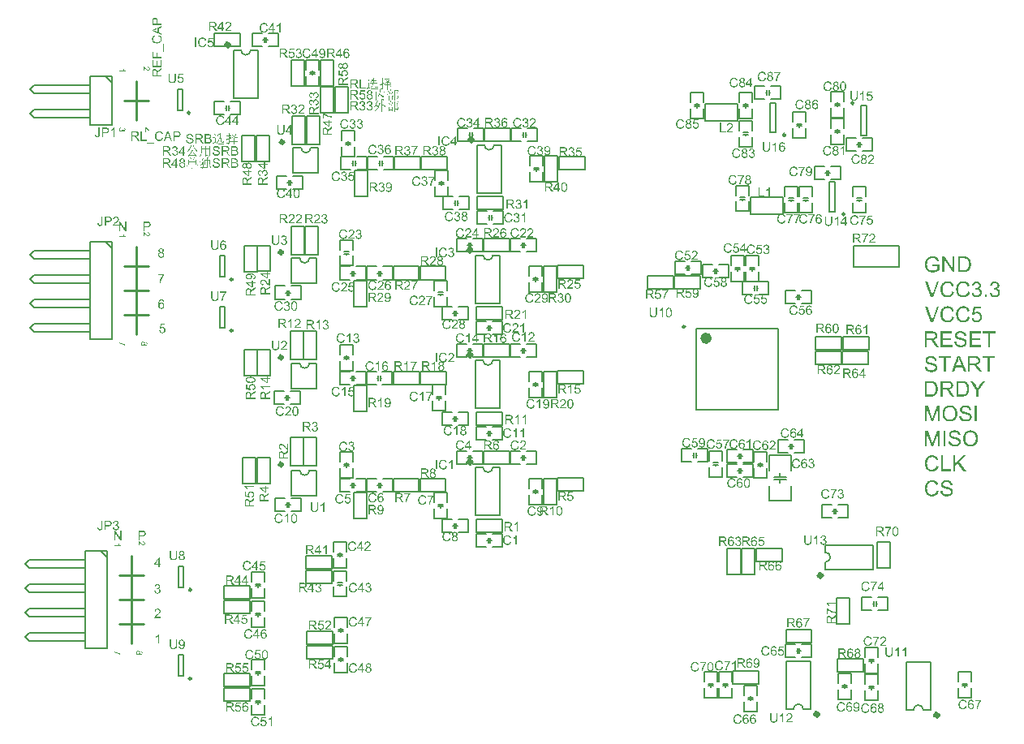
<source format=gto>
G04*
G04 #@! TF.GenerationSoftware,Altium Limited,Altium Designer,22.0.2 (36)*
G04*
G04 Layer_Color=65535*
%FSLAX25Y25*%
%MOIN*%
G70*
G04*
G04 #@! TF.SameCoordinates,8A9B01F1-EDD2-4DB2-B9E0-C6938A593893*
G04*
G04*
G04 #@! TF.FilePolarity,Positive*
G04*
G01*
G75*
%ADD10C,0.00800*%
%ADD11C,0.01500*%
%ADD12C,0.01968*%
%ADD13C,0.02362*%
%ADD14C,0.00984*%
%ADD15C,0.00600*%
%ADD16C,0.00787*%
%ADD17C,0.01000*%
G36*
X461515Y239692D02*
Y236981D01*
X460664D01*
Y239692D01*
X458194Y243382D01*
X459221D01*
X460479Y241440D01*
Y241431D01*
X460498Y241412D01*
X460516Y241384D01*
X460534Y241347D01*
X460571Y241301D01*
X460608Y241246D01*
X460692Y241107D01*
X460793Y240940D01*
X460905Y240755D01*
X461025Y240561D01*
X461136Y240358D01*
Y240367D01*
X461145Y240385D01*
X461164Y240413D01*
X461191Y240450D01*
X461219Y240496D01*
X461256Y240552D01*
X461339Y240691D01*
X461441Y240857D01*
X461561Y241051D01*
X461700Y241264D01*
X461848Y241495D01*
X463078Y243382D01*
X464068D01*
X461515Y239692D01*
D02*
G37*
G36*
X455040Y243373D02*
X455225Y243364D01*
X455410Y243345D01*
X455595Y243318D01*
X455752Y243290D01*
X455761D01*
X455780Y243281D01*
X455808D01*
X455845Y243262D01*
X455946Y243234D01*
X456076Y243188D01*
X456224Y243123D01*
X456381Y243040D01*
X456538Y242948D01*
X456686Y242827D01*
X456696Y242818D01*
X456705Y242809D01*
X456733Y242781D01*
X456770Y242753D01*
X456862Y242661D01*
X456973Y242531D01*
X457093Y242374D01*
X457223Y242189D01*
X457343Y241976D01*
X457445Y241736D01*
Y241727D01*
X457454Y241708D01*
X457473Y241671D01*
X457482Y241616D01*
X457510Y241551D01*
X457528Y241477D01*
X457547Y241394D01*
X457575Y241292D01*
X457602Y241190D01*
X457621Y241070D01*
X457667Y240811D01*
X457695Y240524D01*
X457704Y240210D01*
Y240200D01*
Y240182D01*
Y240136D01*
Y240089D01*
X457695Y240025D01*
Y239951D01*
X457686Y239775D01*
X457658Y239571D01*
X457630Y239359D01*
X457584Y239137D01*
X457528Y238915D01*
Y238905D01*
X457519Y238887D01*
X457510Y238859D01*
X457501Y238822D01*
X457464Y238720D01*
X457408Y238591D01*
X457352Y238443D01*
X457278Y238295D01*
X457186Y238138D01*
X457093Y237990D01*
X457084Y237971D01*
X457047Y237925D01*
X456992Y237860D01*
X456918Y237777D01*
X456835Y237684D01*
X456733Y237592D01*
X456631Y237490D01*
X456511Y237407D01*
X456492Y237398D01*
X456455Y237370D01*
X456390Y237333D01*
X456298Y237287D01*
X456187Y237231D01*
X456058Y237185D01*
X455909Y237129D01*
X455743Y237083D01*
X455724D01*
X455697Y237074D01*
X455669Y237065D01*
X455577Y237055D01*
X455447Y237037D01*
X455299Y237018D01*
X455123Y237000D01*
X454929Y236991D01*
X454716Y236981D01*
X452413D01*
Y243382D01*
X454874D01*
X455040Y243373D01*
D02*
G37*
G36*
X449009D02*
X449092D01*
X449287Y243364D01*
X449490Y243336D01*
X449712Y243308D01*
X449916Y243262D01*
X450017Y243234D01*
X450101Y243207D01*
X450110D01*
X450119Y243197D01*
X450175Y243170D01*
X450258Y243133D01*
X450359Y243068D01*
X450470Y242985D01*
X450591Y242874D01*
X450702Y242744D01*
X450813Y242596D01*
Y242587D01*
X450822Y242578D01*
X450859Y242522D01*
X450896Y242430D01*
X450951Y242309D01*
X450998Y242171D01*
X451044Y242004D01*
X451072Y241828D01*
X451081Y241634D01*
Y241625D01*
Y241606D01*
Y241569D01*
X451072Y241523D01*
Y241458D01*
X451062Y241394D01*
X451025Y241236D01*
X450970Y241051D01*
X450896Y240857D01*
X450785Y240663D01*
X450711Y240570D01*
X450637Y240478D01*
X450628Y240469D01*
X450619Y240459D01*
X450591Y240432D01*
X450554Y240404D01*
X450507Y240367D01*
X450452Y240330D01*
X450378Y240284D01*
X450304Y240228D01*
X450211Y240182D01*
X450110Y240136D01*
X449999Y240080D01*
X449879Y240034D01*
X449740Y239997D01*
X449601Y239951D01*
X449444Y239923D01*
X449277Y239895D01*
X449296Y239886D01*
X449333Y239867D01*
X449388Y239830D01*
X449462Y239793D01*
X449629Y239692D01*
X449712Y239627D01*
X449786Y239571D01*
X449804Y239553D01*
X449851Y239507D01*
X449925Y239433D01*
X450017Y239340D01*
X450119Y239211D01*
X450239Y239072D01*
X450359Y238905D01*
X450489Y238720D01*
X451590Y236981D01*
X450535D01*
X449693Y238313D01*
Y238323D01*
X449675Y238341D01*
X449656Y238369D01*
X449629Y238406D01*
X449564Y238508D01*
X449481Y238637D01*
X449379Y238776D01*
X449277Y238924D01*
X449176Y239063D01*
X449083Y239192D01*
X449074Y239201D01*
X449046Y239238D01*
X449000Y239294D01*
X448935Y239359D01*
X448796Y239497D01*
X448722Y239562D01*
X448648Y239618D01*
X448639Y239627D01*
X448621Y239636D01*
X448584Y239655D01*
X448528Y239682D01*
X448472Y239710D01*
X448408Y239738D01*
X448260Y239784D01*
X448250D01*
X448232Y239793D01*
X448195D01*
X448149Y239803D01*
X448084Y239812D01*
X448010D01*
X447908Y239821D01*
X446817D01*
Y236981D01*
X445966D01*
Y243382D01*
X448935D01*
X449009Y243373D01*
D02*
G37*
G36*
X442127D02*
X442312Y243364D01*
X442497Y243345D01*
X442682Y243318D01*
X442839Y243290D01*
X442848D01*
X442867Y243281D01*
X442895D01*
X442932Y243262D01*
X443034Y243234D01*
X443163Y243188D01*
X443311Y243123D01*
X443468Y243040D01*
X443625Y242948D01*
X443774Y242827D01*
X443783Y242818D01*
X443792Y242809D01*
X443820Y242781D01*
X443857Y242753D01*
X443949Y242661D01*
X444060Y242531D01*
X444180Y242374D01*
X444310Y242189D01*
X444430Y241976D01*
X444532Y241736D01*
Y241727D01*
X444541Y241708D01*
X444560Y241671D01*
X444569Y241616D01*
X444597Y241551D01*
X444615Y241477D01*
X444634Y241394D01*
X444662Y241292D01*
X444689Y241190D01*
X444708Y241070D01*
X444754Y240811D01*
X444782Y240524D01*
X444791Y240210D01*
Y240200D01*
Y240182D01*
Y240136D01*
Y240089D01*
X444782Y240025D01*
Y239951D01*
X444772Y239775D01*
X444745Y239571D01*
X444717Y239359D01*
X444671Y239137D01*
X444615Y238915D01*
Y238905D01*
X444606Y238887D01*
X444597Y238859D01*
X444588Y238822D01*
X444551Y238720D01*
X444495Y238591D01*
X444440Y238443D01*
X444366Y238295D01*
X444273Y238138D01*
X444180Y237990D01*
X444171Y237971D01*
X444134Y237925D01*
X444079Y237860D01*
X444005Y237777D01*
X443922Y237684D01*
X443820Y237592D01*
X443718Y237490D01*
X443598Y237407D01*
X443579Y237398D01*
X443542Y237370D01*
X443477Y237333D01*
X443385Y237287D01*
X443274Y237231D01*
X443145Y237185D01*
X442997Y237129D01*
X442830Y237083D01*
X442811D01*
X442784Y237074D01*
X442756Y237065D01*
X442663Y237055D01*
X442534Y237037D01*
X442386Y237018D01*
X442210Y237000D01*
X442016Y236991D01*
X441803Y236981D01*
X439500D01*
Y243382D01*
X441960D01*
X442127Y243373D01*
D02*
G37*
G36*
X455503Y274116D02*
X455586Y274107D01*
X455688Y274098D01*
X455789Y274088D01*
X455909Y274061D01*
X456159Y274005D01*
X456437Y273922D01*
X456575Y273866D01*
X456705Y273802D01*
X456835Y273718D01*
X456964Y273635D01*
X456973Y273626D01*
X456992Y273617D01*
X457029Y273589D01*
X457075Y273543D01*
X457121Y273496D01*
X457186Y273432D01*
X457251Y273358D01*
X457325Y273284D01*
X457399Y273191D01*
X457473Y273080D01*
X457556Y272969D01*
X457630Y272849D01*
X457695Y272710D01*
X457769Y272571D01*
X457824Y272423D01*
X457880Y272257D01*
X457047Y272063D01*
Y272072D01*
X457038Y272090D01*
X457020Y272127D01*
X457001Y272174D01*
X456983Y272229D01*
X456955Y272303D01*
X456881Y272451D01*
X456788Y272618D01*
X456677Y272784D01*
X456538Y272941D01*
X456390Y273080D01*
X456372Y273099D01*
X456317Y273136D01*
X456224Y273182D01*
X456104Y273247D01*
X455946Y273302D01*
X455771Y273358D01*
X455558Y273395D01*
X455327Y273404D01*
X455253D01*
X455206Y273395D01*
X455142D01*
X455068Y273385D01*
X454892Y273358D01*
X454698Y273321D01*
X454494Y273256D01*
X454282Y273163D01*
X454087Y273043D01*
X454078D01*
X454069Y273025D01*
X454004Y272978D01*
X453921Y272904D01*
X453819Y272793D01*
X453699Y272655D01*
X453588Y272497D01*
X453486Y272303D01*
X453394Y272090D01*
Y272081D01*
X453384Y272063D01*
X453375Y272035D01*
X453366Y271989D01*
X453347Y271933D01*
X453329Y271868D01*
X453301Y271711D01*
X453264Y271526D01*
X453227Y271323D01*
X453208Y271101D01*
X453199Y270860D01*
Y270851D01*
Y270823D01*
Y270777D01*
Y270721D01*
X453208Y270657D01*
Y270573D01*
X453218Y270481D01*
X453227Y270379D01*
X453255Y270157D01*
X453301Y269917D01*
X453357Y269676D01*
X453431Y269436D01*
Y269426D01*
X453440Y269408D01*
X453458Y269380D01*
X453477Y269334D01*
X453532Y269223D01*
X453616Y269093D01*
X453717Y268945D01*
X453847Y268788D01*
X453995Y268649D01*
X454171Y268520D01*
X454180D01*
X454198Y268511D01*
X454226Y268492D01*
X454263Y268474D01*
X454309Y268455D01*
X454365Y268427D01*
X454494Y268372D01*
X454661Y268316D01*
X454846Y268270D01*
X455049Y268233D01*
X455262Y268224D01*
X455327D01*
X455382Y268233D01*
X455447D01*
X455512Y268242D01*
X455678Y268279D01*
X455872Y268326D01*
X456067Y268400D01*
X456270Y268501D01*
X456372Y268557D01*
X456464Y268631D01*
X456474Y268640D01*
X456483Y268649D01*
X456511Y268677D01*
X456548Y268705D01*
X456585Y268751D01*
X456631Y268807D01*
X456686Y268862D01*
X456733Y268936D01*
X456788Y269019D01*
X456853Y269112D01*
X456909Y269204D01*
X456964Y269315D01*
X457010Y269436D01*
X457057Y269565D01*
X457103Y269704D01*
X457140Y269852D01*
X457991Y269639D01*
Y269630D01*
X457981Y269593D01*
X457963Y269537D01*
X457935Y269463D01*
X457907Y269380D01*
X457870Y269278D01*
X457824Y269167D01*
X457769Y269047D01*
X457639Y268788D01*
X457473Y268529D01*
X457371Y268400D01*
X457269Y268270D01*
X457158Y268159D01*
X457029Y268048D01*
X457020Y268039D01*
X457001Y268020D01*
X456955Y268002D01*
X456909Y267965D01*
X456835Y267919D01*
X456761Y267872D01*
X456659Y267826D01*
X456557Y267780D01*
X456437Y267724D01*
X456307Y267678D01*
X456169Y267632D01*
X456020Y267586D01*
X455863Y267549D01*
X455697Y267530D01*
X455521Y267512D01*
X455336Y267502D01*
X455234D01*
X455160Y267512D01*
X455077D01*
X454975Y267521D01*
X454864Y267539D01*
X454735Y267558D01*
X454466Y267604D01*
X454189Y267678D01*
X453911Y267780D01*
X453782Y267845D01*
X453652Y267919D01*
X453643Y267928D01*
X453625Y267937D01*
X453588Y267965D01*
X453551Y268002D01*
X453495Y268039D01*
X453431Y268094D01*
X453357Y268159D01*
X453282Y268233D01*
X453208Y268316D01*
X453125Y268400D01*
X452959Y268612D01*
X452802Y268862D01*
X452663Y269140D01*
Y269149D01*
X452644Y269177D01*
X452635Y269223D01*
X452607Y269278D01*
X452589Y269352D01*
X452561Y269445D01*
X452524Y269547D01*
X452496Y269658D01*
X452468Y269778D01*
X452431Y269917D01*
X452385Y270203D01*
X452348Y270527D01*
X452330Y270860D01*
Y270869D01*
Y270906D01*
Y270962D01*
X452339Y271027D01*
Y271119D01*
X452348Y271212D01*
X452357Y271332D01*
X452376Y271452D01*
X452422Y271720D01*
X452487Y272016D01*
X452579Y272312D01*
X452709Y272599D01*
X452718Y272608D01*
X452728Y272636D01*
X452746Y272673D01*
X452783Y272719D01*
X452820Y272784D01*
X452866Y272858D01*
X452986Y273025D01*
X453144Y273210D01*
X453329Y273395D01*
X453542Y273580D01*
X453791Y273737D01*
X453800Y273746D01*
X453828Y273755D01*
X453865Y273774D01*
X453911Y273802D01*
X453986Y273829D01*
X454060Y273857D01*
X454152Y273894D01*
X454254Y273931D01*
X454365Y273968D01*
X454485Y274005D01*
X454744Y274061D01*
X455040Y274107D01*
X455345Y274125D01*
X455438D01*
X455503Y274116D01*
D02*
G37*
G36*
X449046D02*
X449129Y274107D01*
X449231Y274098D01*
X449333Y274088D01*
X449453Y274061D01*
X449703Y274005D01*
X449980Y273922D01*
X450119Y273866D01*
X450248Y273802D01*
X450378Y273718D01*
X450507Y273635D01*
X450517Y273626D01*
X450535Y273617D01*
X450572Y273589D01*
X450619Y273543D01*
X450665Y273496D01*
X450730Y273432D01*
X450794Y273358D01*
X450868Y273284D01*
X450942Y273191D01*
X451016Y273080D01*
X451099Y272969D01*
X451173Y272849D01*
X451238Y272710D01*
X451312Y272571D01*
X451368Y272423D01*
X451423Y272257D01*
X450591Y272063D01*
Y272072D01*
X450582Y272090D01*
X450563Y272127D01*
X450545Y272174D01*
X450526Y272229D01*
X450498Y272303D01*
X450424Y272451D01*
X450332Y272618D01*
X450221Y272784D01*
X450082Y272941D01*
X449934Y273080D01*
X449916Y273099D01*
X449860Y273136D01*
X449767Y273182D01*
X449647Y273247D01*
X449490Y273302D01*
X449314Y273358D01*
X449101Y273395D01*
X448870Y273404D01*
X448796D01*
X448750Y273395D01*
X448685D01*
X448611Y273385D01*
X448435Y273358D01*
X448241Y273321D01*
X448038Y273256D01*
X447825Y273163D01*
X447631Y273043D01*
X447621D01*
X447612Y273025D01*
X447547Y272978D01*
X447464Y272904D01*
X447363Y272793D01*
X447242Y272655D01*
X447131Y272497D01*
X447029Y272303D01*
X446937Y272090D01*
Y272081D01*
X446928Y272063D01*
X446918Y272035D01*
X446909Y271989D01*
X446891Y271933D01*
X446872Y271868D01*
X446844Y271711D01*
X446807Y271526D01*
X446770Y271323D01*
X446752Y271101D01*
X446743Y270860D01*
Y270851D01*
Y270823D01*
Y270777D01*
Y270721D01*
X446752Y270657D01*
Y270573D01*
X446761Y270481D01*
X446770Y270379D01*
X446798Y270157D01*
X446844Y269917D01*
X446900Y269676D01*
X446974Y269436D01*
Y269426D01*
X446983Y269408D01*
X447002Y269380D01*
X447020Y269334D01*
X447076Y269223D01*
X447159Y269093D01*
X447261Y268945D01*
X447390Y268788D01*
X447538Y268649D01*
X447714Y268520D01*
X447723D01*
X447742Y268511D01*
X447769Y268492D01*
X447807Y268474D01*
X447853Y268455D01*
X447908Y268427D01*
X448038Y268372D01*
X448204Y268316D01*
X448389Y268270D01*
X448593Y268233D01*
X448806Y268224D01*
X448870D01*
X448926Y268233D01*
X448990D01*
X449055Y268242D01*
X449222Y268279D01*
X449416Y268326D01*
X449610Y268400D01*
X449814Y268501D01*
X449916Y268557D01*
X450008Y268631D01*
X450017Y268640D01*
X450027Y268649D01*
X450054Y268677D01*
X450091Y268705D01*
X450128Y268751D01*
X450175Y268807D01*
X450230Y268862D01*
X450276Y268936D01*
X450332Y269019D01*
X450396Y269112D01*
X450452Y269204D01*
X450507Y269315D01*
X450554Y269436D01*
X450600Y269565D01*
X450646Y269704D01*
X450683Y269852D01*
X451534Y269639D01*
Y269630D01*
X451525Y269593D01*
X451507Y269537D01*
X451479Y269463D01*
X451451Y269380D01*
X451414Y269278D01*
X451368Y269167D01*
X451312Y269047D01*
X451183Y268788D01*
X451016Y268529D01*
X450914Y268400D01*
X450813Y268270D01*
X450702Y268159D01*
X450572Y268048D01*
X450563Y268039D01*
X450545Y268020D01*
X450498Y268002D01*
X450452Y267965D01*
X450378Y267919D01*
X450304Y267872D01*
X450202Y267826D01*
X450101Y267780D01*
X449980Y267724D01*
X449851Y267678D01*
X449712Y267632D01*
X449564Y267586D01*
X449407Y267549D01*
X449240Y267530D01*
X449064Y267512D01*
X448879Y267502D01*
X448778D01*
X448704Y267512D01*
X448621D01*
X448519Y267521D01*
X448408Y267539D01*
X448278Y267558D01*
X448010Y267604D01*
X447732Y267678D01*
X447455Y267780D01*
X447326Y267845D01*
X447196Y267919D01*
X447187Y267928D01*
X447168Y267937D01*
X447131Y267965D01*
X447094Y268002D01*
X447039Y268039D01*
X446974Y268094D01*
X446900Y268159D01*
X446826Y268233D01*
X446752Y268316D01*
X446669Y268400D01*
X446502Y268612D01*
X446345Y268862D01*
X446206Y269140D01*
Y269149D01*
X446188Y269177D01*
X446178Y269223D01*
X446151Y269278D01*
X446132Y269352D01*
X446104Y269445D01*
X446067Y269547D01*
X446040Y269658D01*
X446012Y269778D01*
X445975Y269917D01*
X445929Y270203D01*
X445892Y270527D01*
X445873Y270860D01*
Y270869D01*
Y270906D01*
Y270962D01*
X445883Y271027D01*
Y271119D01*
X445892Y271212D01*
X445901Y271332D01*
X445920Y271452D01*
X445966Y271720D01*
X446031Y272016D01*
X446123Y272312D01*
X446252Y272599D01*
X446262Y272608D01*
X446271Y272636D01*
X446289Y272673D01*
X446326Y272719D01*
X446363Y272784D01*
X446410Y272858D01*
X446530Y273025D01*
X446687Y273210D01*
X446872Y273395D01*
X447085Y273580D01*
X447335Y273737D01*
X447344Y273746D01*
X447372Y273755D01*
X447409Y273774D01*
X447455Y273802D01*
X447529Y273829D01*
X447603Y273857D01*
X447695Y273894D01*
X447797Y273931D01*
X447908Y273968D01*
X448029Y274005D01*
X448287Y274061D01*
X448584Y274107D01*
X448889Y274125D01*
X448981D01*
X449046Y274116D01*
D02*
G37*
G36*
X442858Y267613D02*
X441970D01*
X439491Y274014D01*
X440416D01*
X442081Y269362D01*
Y269352D01*
X442090Y269334D01*
X442099Y269306D01*
X442118Y269269D01*
X442127Y269214D01*
X442145Y269158D01*
X442192Y269019D01*
X442247Y268862D01*
X442303Y268686D01*
X442414Y268316D01*
Y268326D01*
X442423Y268344D01*
X442432Y268372D01*
X442442Y268409D01*
X442469Y268511D01*
X442516Y268649D01*
X442562Y268807D01*
X442617Y268982D01*
X442682Y269167D01*
X442756Y269362D01*
X444495Y274014D01*
X445355D01*
X442858Y267613D01*
D02*
G37*
G36*
X462653Y273182D02*
X460090D01*
X459748Y271452D01*
X459758Y271461D01*
X459776Y271471D01*
X459804Y271489D01*
X459850Y271517D01*
X459905Y271545D01*
X459970Y271582D01*
X460118Y271656D01*
X460303Y271730D01*
X460507Y271794D01*
X460729Y271841D01*
X460840Y271859D01*
X461043D01*
X461099Y271850D01*
X461173Y271841D01*
X461256Y271831D01*
X461348Y271813D01*
X461450Y271785D01*
X461672Y271720D01*
X461793Y271674D01*
X461913Y271609D01*
X462033Y271545D01*
X462153Y271471D01*
X462264Y271378D01*
X462375Y271276D01*
X462385Y271267D01*
X462403Y271249D01*
X462431Y271221D01*
X462468Y271175D01*
X462514Y271110D01*
X462560Y271045D01*
X462616Y270962D01*
X462671Y270869D01*
X462717Y270768D01*
X462773Y270657D01*
X462819Y270527D01*
X462865Y270398D01*
X462902Y270259D01*
X462930Y270102D01*
X462949Y269944D01*
X462958Y269778D01*
Y269769D01*
Y269741D01*
Y269695D01*
X462949Y269630D01*
X462940Y269556D01*
X462930Y269473D01*
X462912Y269371D01*
X462893Y269269D01*
X462838Y269029D01*
X462745Y268779D01*
X462690Y268649D01*
X462616Y268529D01*
X462542Y268400D01*
X462449Y268279D01*
X462440Y268270D01*
X462422Y268242D01*
X462385Y268205D01*
X462338Y268159D01*
X462274Y268104D01*
X462199Y268030D01*
X462107Y267965D01*
X462005Y267891D01*
X461894Y267817D01*
X461765Y267752D01*
X461626Y267687D01*
X461478Y267623D01*
X461321Y267576D01*
X461145Y267539D01*
X460960Y267512D01*
X460766Y267502D01*
X460682D01*
X460618Y267512D01*
X460544Y267521D01*
X460461Y267530D01*
X460359Y267539D01*
X460257Y267567D01*
X460026Y267623D01*
X459795Y267706D01*
X459674Y267761D01*
X459554Y267826D01*
X459443Y267900D01*
X459332Y267983D01*
X459323Y267993D01*
X459304Y268002D01*
X459286Y268039D01*
X459249Y268076D01*
X459202Y268122D01*
X459156Y268178D01*
X459101Y268252D01*
X459055Y268335D01*
X458999Y268418D01*
X458944Y268520D01*
X458842Y268742D01*
X458758Y269001D01*
X458731Y269140D01*
X458712Y269288D01*
X459536Y269352D01*
Y269343D01*
Y269325D01*
X459545Y269297D01*
X459554Y269251D01*
X459582Y269149D01*
X459619Y269010D01*
X459674Y268871D01*
X459748Y268714D01*
X459841Y268575D01*
X459952Y268446D01*
X459970Y268437D01*
X460007Y268400D01*
X460081Y268353D01*
X460183Y268298D01*
X460294Y268242D01*
X460433Y268196D01*
X460590Y268159D01*
X460766Y268150D01*
X460821D01*
X460858Y268159D01*
X460969Y268168D01*
X461099Y268205D01*
X461256Y268252D01*
X461413Y268326D01*
X461580Y268437D01*
X461654Y268501D01*
X461728Y268575D01*
X461737Y268585D01*
X461746Y268594D01*
X461765Y268622D01*
X461793Y268649D01*
X461857Y268751D01*
X461931Y268881D01*
X461996Y269038D01*
X462061Y269232D01*
X462107Y269463D01*
X462125Y269584D01*
Y269713D01*
Y269722D01*
Y269741D01*
Y269778D01*
X462116Y269824D01*
Y269880D01*
X462107Y269944D01*
X462079Y270092D01*
X462033Y270268D01*
X461968Y270444D01*
X461876Y270610D01*
X461746Y270768D01*
Y270777D01*
X461728Y270786D01*
X461682Y270832D01*
X461598Y270897D01*
X461487Y270971D01*
X461339Y271036D01*
X461173Y271101D01*
X460979Y271147D01*
X460868Y271165D01*
X460692D01*
X460618Y271156D01*
X460525Y271147D01*
X460414Y271119D01*
X460303Y271091D01*
X460183Y271045D01*
X460063Y270990D01*
X460053Y270980D01*
X460016Y270962D01*
X459961Y270916D01*
X459887Y270869D01*
X459813Y270805D01*
X459739Y270721D01*
X459656Y270638D01*
X459591Y270536D01*
X458851Y270638D01*
X459471Y273931D01*
X462653D01*
Y273182D01*
D02*
G37*
G36*
X454300Y263871D02*
X454365D01*
X454540Y263852D01*
X454735Y263825D01*
X454938Y263778D01*
X455160Y263723D01*
X455364Y263649D01*
X455373D01*
X455392Y263639D01*
X455419Y263621D01*
X455456Y263602D01*
X455549Y263556D01*
X455669Y263473D01*
X455808Y263381D01*
X455946Y263260D01*
X456076Y263122D01*
X456196Y262964D01*
Y262955D01*
X456206Y262946D01*
X456224Y262918D01*
X456243Y262890D01*
X456289Y262798D01*
X456344Y262678D01*
X456409Y262529D01*
X456455Y262354D01*
X456501Y262169D01*
X456520Y261965D01*
X455706Y261900D01*
Y261910D01*
Y261928D01*
X455697Y261956D01*
X455688Y262002D01*
X455660Y262104D01*
X455623Y262243D01*
X455567Y262391D01*
X455484Y262539D01*
X455382Y262678D01*
X455253Y262807D01*
X455234Y262816D01*
X455188Y262853D01*
X455095Y262909D01*
X454975Y262964D01*
X454818Y263020D01*
X454633Y263075D01*
X454402Y263112D01*
X454143Y263122D01*
X454013D01*
X453958Y263112D01*
X453884Y263103D01*
X453717Y263085D01*
X453532Y263048D01*
X453347Y263001D01*
X453171Y262927D01*
X453097Y262881D01*
X453023Y262835D01*
X453005Y262825D01*
X452968Y262789D01*
X452913Y262724D01*
X452857Y262650D01*
X452792Y262548D01*
X452737Y262437D01*
X452700Y262308D01*
X452681Y262159D01*
Y262141D01*
Y262104D01*
X452691Y262039D01*
X452709Y261965D01*
X452737Y261873D01*
X452783Y261780D01*
X452839Y261688D01*
X452922Y261595D01*
X452931Y261586D01*
X452977Y261558D01*
X453014Y261530D01*
X453051Y261512D01*
X453107Y261484D01*
X453171Y261447D01*
X453255Y261420D01*
X453347Y261383D01*
X453449Y261346D01*
X453569Y261299D01*
X453699Y261262D01*
X453847Y261216D01*
X454013Y261179D01*
X454198Y261133D01*
X454208D01*
X454245Y261123D01*
X454300Y261114D01*
X454365Y261096D01*
X454448Y261077D01*
X454550Y261050D01*
X454651Y261022D01*
X454763Y260994D01*
X455003Y260929D01*
X455234Y260864D01*
X455345Y260827D01*
X455447Y260790D01*
X455540Y260763D01*
X455614Y260726D01*
X455623D01*
X455641Y260717D01*
X455669Y260698D01*
X455706Y260680D01*
X455808Y260624D01*
X455928Y260550D01*
X456067Y260448D01*
X456206Y260337D01*
X456335Y260208D01*
X456446Y260069D01*
X456455Y260051D01*
X456492Y260004D01*
X456529Y259921D01*
X456585Y259810D01*
X456631Y259681D01*
X456677Y259523D01*
X456705Y259348D01*
X456714Y259162D01*
Y259153D01*
Y259144D01*
Y259116D01*
Y259079D01*
X456696Y258978D01*
X456677Y258848D01*
X456640Y258700D01*
X456594Y258543D01*
X456520Y258376D01*
X456418Y258201D01*
Y258191D01*
X456409Y258182D01*
X456363Y258126D01*
X456298Y258043D01*
X456206Y257951D01*
X456085Y257840D01*
X455937Y257719D01*
X455771Y257609D01*
X455577Y257507D01*
X455567D01*
X455549Y257498D01*
X455521Y257488D01*
X455484Y257470D01*
X455429Y257451D01*
X455364Y257423D01*
X455216Y257386D01*
X455040Y257340D01*
X454827Y257294D01*
X454596Y257266D01*
X454346Y257257D01*
X454198D01*
X454124Y257266D01*
X454041D01*
X453948Y257276D01*
X453837Y257285D01*
X453606Y257322D01*
X453366Y257359D01*
X453125Y257423D01*
X452894Y257507D01*
X452885D01*
X452866Y257516D01*
X452839Y257535D01*
X452802Y257553D01*
X452691Y257609D01*
X452561Y257692D01*
X452413Y257803D01*
X452256Y257932D01*
X452108Y258089D01*
X451969Y258265D01*
Y258275D01*
X451951Y258293D01*
X451941Y258321D01*
X451913Y258358D01*
X451895Y258404D01*
X451867Y258459D01*
X451802Y258598D01*
X451738Y258774D01*
X451682Y258968D01*
X451645Y259190D01*
X451627Y259421D01*
X452422Y259495D01*
Y259486D01*
Y259477D01*
X452431Y259449D01*
Y259412D01*
X452450Y259329D01*
X452478Y259209D01*
X452515Y259088D01*
X452552Y258950D01*
X452617Y258820D01*
X452681Y258700D01*
X452691Y258691D01*
X452718Y258654D01*
X452765Y258589D01*
X452839Y258524D01*
X452931Y258441D01*
X453033Y258358D01*
X453171Y258275D01*
X453320Y258201D01*
X453329D01*
X453338Y258191D01*
X453366Y258182D01*
X453394Y258173D01*
X453486Y258145D01*
X453606Y258108D01*
X453754Y258071D01*
X453921Y258043D01*
X454106Y258025D01*
X454309Y258015D01*
X454392D01*
X454485Y258025D01*
X454596Y258034D01*
X454726Y258052D01*
X454874Y258071D01*
X455021Y258108D01*
X455160Y258154D01*
X455179Y258163D01*
X455225Y258182D01*
X455290Y258219D01*
X455373Y258256D01*
X455456Y258321D01*
X455549Y258385D01*
X455641Y258459D01*
X455715Y258552D01*
X455724Y258561D01*
X455743Y258598D01*
X455771Y258645D01*
X455808Y258718D01*
X455845Y258792D01*
X455872Y258885D01*
X455891Y258987D01*
X455900Y259098D01*
Y259107D01*
Y259153D01*
X455891Y259209D01*
X455882Y259283D01*
X455854Y259357D01*
X455826Y259449D01*
X455780Y259542D01*
X455715Y259625D01*
X455706Y259634D01*
X455678Y259662D01*
X455641Y259699D01*
X455577Y259754D01*
X455503Y259810D01*
X455401Y259875D01*
X455280Y259940D01*
X455142Y259995D01*
X455132Y260004D01*
X455086Y260014D01*
X455012Y260041D01*
X454966Y260051D01*
X454901Y260069D01*
X454837Y260097D01*
X454753Y260115D01*
X454661Y260143D01*
X454550Y260171D01*
X454439Y260198D01*
X454309Y260236D01*
X454161Y260273D01*
X454004Y260310D01*
X453995D01*
X453967Y260319D01*
X453921Y260328D01*
X453865Y260347D01*
X453791Y260365D01*
X453708Y260384D01*
X453523Y260439D01*
X453320Y260504D01*
X453107Y260568D01*
X452922Y260633D01*
X452839Y260670D01*
X452765Y260707D01*
X452755D01*
X452746Y260717D01*
X452691Y260753D01*
X452607Y260800D01*
X452515Y260874D01*
X452404Y260957D01*
X452293Y261059D01*
X452182Y261179D01*
X452089Y261309D01*
X452080Y261327D01*
X452052Y261373D01*
X452015Y261447D01*
X451978Y261540D01*
X451941Y261660D01*
X451904Y261799D01*
X451876Y261947D01*
X451867Y262104D01*
Y262113D01*
Y262123D01*
Y262150D01*
Y262187D01*
X451886Y262280D01*
X451904Y262400D01*
X451932Y262539D01*
X451978Y262696D01*
X452043Y262853D01*
X452136Y263011D01*
Y263020D01*
X452145Y263029D01*
X452191Y263085D01*
X452256Y263158D01*
X452339Y263251D01*
X452450Y263353D01*
X452589Y263464D01*
X452755Y263565D01*
X452940Y263658D01*
X452949D01*
X452968Y263667D01*
X452996Y263677D01*
X453033Y263695D01*
X453079Y263714D01*
X453144Y263732D01*
X453282Y263769D01*
X453458Y263806D01*
X453662Y263843D01*
X453874Y263871D01*
X454115Y263880D01*
X454235D01*
X454300Y263871D01*
D02*
G37*
G36*
X468434Y263011D02*
X466325D01*
Y257368D01*
X465474D01*
Y263011D01*
X463365D01*
Y263769D01*
X468434D01*
Y263011D01*
D02*
G37*
G36*
X462523D02*
X458740D01*
Y261059D01*
X462283D01*
Y260300D01*
X458740D01*
Y258126D01*
X462671D01*
Y257368D01*
X457889D01*
Y263769D01*
X462523D01*
Y263011D01*
D02*
G37*
G36*
X450591D02*
X446807D01*
Y261059D01*
X450350D01*
Y260300D01*
X446807D01*
Y258126D01*
X450739D01*
Y257368D01*
X445957D01*
Y263769D01*
X450591D01*
Y263011D01*
D02*
G37*
G36*
X442543Y263760D02*
X442626D01*
X442821Y263751D01*
X443024Y263723D01*
X443246Y263695D01*
X443450Y263649D01*
X443551Y263621D01*
X443635Y263593D01*
X443644D01*
X443653Y263584D01*
X443709Y263556D01*
X443792Y263519D01*
X443894Y263455D01*
X444005Y263371D01*
X444125Y263260D01*
X444236Y263131D01*
X444347Y262983D01*
Y262973D01*
X444356Y262964D01*
X444393Y262909D01*
X444430Y262816D01*
X444486Y262696D01*
X444532Y262557D01*
X444578Y262391D01*
X444606Y262215D01*
X444615Y262021D01*
Y262012D01*
Y261993D01*
Y261956D01*
X444606Y261910D01*
Y261845D01*
X444597Y261780D01*
X444560Y261623D01*
X444504Y261438D01*
X444430Y261244D01*
X444319Y261050D01*
X444245Y260957D01*
X444171Y260864D01*
X444162Y260855D01*
X444153Y260846D01*
X444125Y260818D01*
X444088Y260790D01*
X444042Y260753D01*
X443986Y260717D01*
X443912Y260670D01*
X443838Y260615D01*
X443746Y260568D01*
X443644Y260522D01*
X443533Y260467D01*
X443413Y260420D01*
X443274Y260384D01*
X443135Y260337D01*
X442978Y260310D01*
X442811Y260282D01*
X442830Y260273D01*
X442867Y260254D01*
X442922Y260217D01*
X442997Y260180D01*
X443163Y260078D01*
X443246Y260014D01*
X443320Y259958D01*
X443339Y259940D01*
X443385Y259893D01*
X443459Y259819D01*
X443551Y259727D01*
X443653Y259597D01*
X443774Y259458D01*
X443894Y259292D01*
X444023Y259107D01*
X445124Y257368D01*
X444069D01*
X443228Y258700D01*
Y258709D01*
X443209Y258728D01*
X443191Y258755D01*
X443163Y258792D01*
X443098Y258894D01*
X443015Y259024D01*
X442913Y259162D01*
X442811Y259311D01*
X442710Y259449D01*
X442617Y259579D01*
X442608Y259588D01*
X442580Y259625D01*
X442534Y259681D01*
X442469Y259745D01*
X442331Y259884D01*
X442256Y259949D01*
X442182Y260004D01*
X442173Y260014D01*
X442155Y260023D01*
X442118Y260041D01*
X442062Y260069D01*
X442007Y260097D01*
X441942Y260124D01*
X441794Y260171D01*
X441785D01*
X441766Y260180D01*
X441729D01*
X441683Y260189D01*
X441618Y260198D01*
X441544D01*
X441442Y260208D01*
X440351D01*
Y257368D01*
X439500D01*
Y263769D01*
X442469D01*
X442543Y263760D01*
D02*
G37*
G36*
X442173Y253625D02*
X442238D01*
X442414Y253607D01*
X442608Y253579D01*
X442811Y253533D01*
X443034Y253477D01*
X443237Y253403D01*
X443246D01*
X443265Y253394D01*
X443293Y253376D01*
X443329Y253357D01*
X443422Y253311D01*
X443542Y253228D01*
X443681Y253135D01*
X443820Y253015D01*
X443949Y252876D01*
X444069Y252719D01*
Y252710D01*
X444079Y252700D01*
X444097Y252673D01*
X444116Y252645D01*
X444162Y252552D01*
X444217Y252432D01*
X444282Y252284D01*
X444328Y252108D01*
X444375Y251923D01*
X444393Y251720D01*
X443579Y251655D01*
Y251664D01*
Y251683D01*
X443570Y251711D01*
X443561Y251757D01*
X443533Y251859D01*
X443496Y251997D01*
X443440Y252145D01*
X443357Y252293D01*
X443256Y252432D01*
X443126Y252562D01*
X443108Y252571D01*
X443061Y252608D01*
X442969Y252663D01*
X442848Y252719D01*
X442691Y252774D01*
X442506Y252830D01*
X442275Y252867D01*
X442016Y252876D01*
X441887D01*
X441831Y252867D01*
X441757Y252858D01*
X441590Y252839D01*
X441405Y252802D01*
X441221Y252756D01*
X441045Y252682D01*
X440971Y252636D01*
X440897Y252589D01*
X440878Y252580D01*
X440841Y252543D01*
X440786Y252478D01*
X440730Y252404D01*
X440665Y252303D01*
X440610Y252192D01*
X440573Y252062D01*
X440555Y251914D01*
Y251896D01*
Y251859D01*
X440564Y251794D01*
X440582Y251720D01*
X440610Y251627D01*
X440656Y251535D01*
X440712Y251442D01*
X440795Y251350D01*
X440804Y251341D01*
X440850Y251313D01*
X440887Y251285D01*
X440925Y251267D01*
X440980Y251239D01*
X441045Y251202D01*
X441128Y251174D01*
X441221Y251137D01*
X441322Y251100D01*
X441442Y251054D01*
X441572Y251017D01*
X441720Y250971D01*
X441887Y250934D01*
X442071Y250887D01*
X442081D01*
X442118Y250878D01*
X442173Y250869D01*
X442238Y250850D01*
X442321Y250832D01*
X442423Y250804D01*
X442525Y250776D01*
X442636Y250749D01*
X442876Y250684D01*
X443108Y250619D01*
X443219Y250582D01*
X443320Y250545D01*
X443413Y250517D01*
X443487Y250480D01*
X443496D01*
X443514Y250471D01*
X443542Y250453D01*
X443579Y250434D01*
X443681Y250379D01*
X443801Y250305D01*
X443940Y250203D01*
X444079Y250092D01*
X444208Y249962D01*
X444319Y249824D01*
X444328Y249805D01*
X444366Y249759D01*
X444403Y249676D01*
X444458Y249565D01*
X444504Y249435D01*
X444551Y249278D01*
X444578Y249102D01*
X444588Y248917D01*
Y248908D01*
Y248899D01*
Y248871D01*
Y248834D01*
X444569Y248732D01*
X444551Y248603D01*
X444514Y248455D01*
X444467Y248297D01*
X444393Y248131D01*
X444291Y247955D01*
Y247946D01*
X444282Y247937D01*
X444236Y247881D01*
X444171Y247798D01*
X444079Y247705D01*
X443959Y247594D01*
X443811Y247474D01*
X443644Y247363D01*
X443450Y247261D01*
X443440D01*
X443422Y247252D01*
X443394Y247243D01*
X443357Y247224D01*
X443302Y247206D01*
X443237Y247178D01*
X443089Y247141D01*
X442913Y247095D01*
X442700Y247049D01*
X442469Y247021D01*
X442219Y247012D01*
X442071D01*
X441997Y247021D01*
X441914D01*
X441822Y247030D01*
X441711Y247039D01*
X441479Y247076D01*
X441239Y247113D01*
X440999Y247178D01*
X440767Y247261D01*
X440758D01*
X440739Y247271D01*
X440712Y247289D01*
X440675Y247308D01*
X440564Y247363D01*
X440434Y247446D01*
X440286Y247557D01*
X440129Y247687D01*
X439981Y247844D01*
X439842Y248020D01*
Y248029D01*
X439824Y248048D01*
X439815Y248075D01*
X439787Y248112D01*
X439768Y248159D01*
X439741Y248214D01*
X439676Y248353D01*
X439611Y248529D01*
X439556Y248723D01*
X439518Y248945D01*
X439500Y249176D01*
X440296Y249250D01*
Y249241D01*
Y249232D01*
X440305Y249204D01*
Y249167D01*
X440323Y249084D01*
X440351Y248963D01*
X440388Y248843D01*
X440425Y248704D01*
X440490Y248575D01*
X440555Y248455D01*
X440564Y248445D01*
X440591Y248408D01*
X440638Y248344D01*
X440712Y248279D01*
X440804Y248196D01*
X440906Y248112D01*
X441045Y248029D01*
X441193Y247955D01*
X441202D01*
X441211Y247946D01*
X441239Y247937D01*
X441267Y247927D01*
X441359Y247900D01*
X441479Y247863D01*
X441628Y247826D01*
X441794Y247798D01*
X441979Y247779D01*
X442182Y247770D01*
X442266D01*
X442358Y247779D01*
X442469Y247789D01*
X442599Y247807D01*
X442747Y247826D01*
X442895Y247863D01*
X443034Y247909D01*
X443052Y247918D01*
X443098Y247937D01*
X443163Y247974D01*
X443246Y248011D01*
X443329Y248075D01*
X443422Y248140D01*
X443514Y248214D01*
X443588Y248307D01*
X443598Y248316D01*
X443616Y248353D01*
X443644Y248399D01*
X443681Y248473D01*
X443718Y248547D01*
X443746Y248640D01*
X443764Y248741D01*
X443774Y248852D01*
Y248862D01*
Y248908D01*
X443764Y248963D01*
X443755Y249037D01*
X443727Y249111D01*
X443700Y249204D01*
X443653Y249296D01*
X443588Y249380D01*
X443579Y249389D01*
X443551Y249417D01*
X443514Y249454D01*
X443450Y249509D01*
X443376Y249565D01*
X443274Y249629D01*
X443154Y249694D01*
X443015Y249750D01*
X443006Y249759D01*
X442959Y249768D01*
X442885Y249796D01*
X442839Y249805D01*
X442774Y249824D01*
X442710Y249851D01*
X442626Y249870D01*
X442534Y249898D01*
X442423Y249925D01*
X442312Y249953D01*
X442182Y249990D01*
X442034Y250027D01*
X441877Y250064D01*
X441868D01*
X441840Y250073D01*
X441794Y250083D01*
X441739Y250101D01*
X441665Y250120D01*
X441581Y250138D01*
X441396Y250194D01*
X441193Y250258D01*
X440980Y250323D01*
X440795Y250388D01*
X440712Y250425D01*
X440638Y250462D01*
X440628D01*
X440619Y250471D01*
X440564Y250508D01*
X440481Y250554D01*
X440388Y250628D01*
X440277Y250712D01*
X440166Y250813D01*
X440055Y250934D01*
X439962Y251063D01*
X439953Y251082D01*
X439925Y251128D01*
X439888Y251202D01*
X439852Y251294D01*
X439815Y251415D01*
X439778Y251553D01*
X439750Y251701D01*
X439741Y251859D01*
Y251868D01*
Y251877D01*
Y251905D01*
Y251942D01*
X439759Y252034D01*
X439778Y252155D01*
X439805Y252293D01*
X439852Y252451D01*
X439916Y252608D01*
X440009Y252765D01*
Y252774D01*
X440018Y252784D01*
X440064Y252839D01*
X440129Y252913D01*
X440212Y253006D01*
X440323Y253107D01*
X440462Y253218D01*
X440628Y253320D01*
X440813Y253413D01*
X440823D01*
X440841Y253422D01*
X440869Y253431D01*
X440906Y253450D01*
X440952Y253468D01*
X441017Y253487D01*
X441156Y253524D01*
X441331Y253561D01*
X441535Y253598D01*
X441748Y253625D01*
X441988Y253635D01*
X442108D01*
X442173Y253625D01*
D02*
G37*
G36*
X468230Y252765D02*
X466121D01*
Y247123D01*
X465271D01*
Y252765D01*
X463162D01*
Y253524D01*
X468230D01*
Y252765D01*
D02*
G37*
G36*
X460239Y253514D02*
X460322D01*
X460516Y253505D01*
X460719Y253477D01*
X460942Y253450D01*
X461145Y253403D01*
X461247Y253376D01*
X461330Y253348D01*
X461339D01*
X461348Y253339D01*
X461404Y253311D01*
X461487Y253274D01*
X461589Y253209D01*
X461700Y253126D01*
X461820Y253015D01*
X461931Y252885D01*
X462042Y252737D01*
Y252728D01*
X462051Y252719D01*
X462088Y252663D01*
X462125Y252571D01*
X462181Y252451D01*
X462227Y252312D01*
X462274Y252145D01*
X462301Y251970D01*
X462311Y251775D01*
Y251766D01*
Y251748D01*
Y251711D01*
X462301Y251664D01*
Y251600D01*
X462292Y251535D01*
X462255Y251378D01*
X462199Y251193D01*
X462125Y250998D01*
X462014Y250804D01*
X461940Y250712D01*
X461867Y250619D01*
X461857Y250610D01*
X461848Y250601D01*
X461820Y250573D01*
X461783Y250545D01*
X461737Y250508D01*
X461682Y250471D01*
X461608Y250425D01*
X461533Y250369D01*
X461441Y250323D01*
X461339Y250277D01*
X461228Y250221D01*
X461108Y250175D01*
X460969Y250138D01*
X460830Y250092D01*
X460673Y250064D01*
X460507Y250036D01*
X460525Y250027D01*
X460562Y250009D01*
X460618Y249972D01*
X460692Y249935D01*
X460858Y249833D01*
X460942Y249768D01*
X461016Y249713D01*
X461034Y249694D01*
X461080Y249648D01*
X461154Y249574D01*
X461247Y249481D01*
X461348Y249352D01*
X461469Y249213D01*
X461589Y249047D01*
X461719Y248862D01*
X462819Y247123D01*
X461765D01*
X460923Y248455D01*
Y248464D01*
X460905Y248482D01*
X460886Y248510D01*
X460858Y248547D01*
X460793Y248649D01*
X460710Y248778D01*
X460608Y248917D01*
X460507Y249065D01*
X460405Y249204D01*
X460313Y249333D01*
X460303Y249343D01*
X460276Y249380D01*
X460229Y249435D01*
X460164Y249500D01*
X460026Y249639D01*
X459952Y249703D01*
X459878Y249759D01*
X459868Y249768D01*
X459850Y249777D01*
X459813Y249796D01*
X459758Y249824D01*
X459702Y249851D01*
X459637Y249879D01*
X459489Y249925D01*
X459480D01*
X459461Y249935D01*
X459424D01*
X459378Y249944D01*
X459313Y249953D01*
X459239D01*
X459138Y249962D01*
X458046D01*
Y247123D01*
X457195D01*
Y253524D01*
X460164D01*
X460239Y253514D01*
D02*
G37*
G36*
X456501Y247123D02*
X455540D01*
X454790Y249065D01*
X452108D01*
X451414Y247123D01*
X450517D01*
X452959Y253524D01*
X453884D01*
X456501Y247123D01*
D02*
G37*
G36*
X450341Y252765D02*
X448232D01*
Y247123D01*
X447381D01*
Y252765D01*
X445272D01*
Y253524D01*
X450341D01*
Y252765D01*
D02*
G37*
G36*
X448593Y202614D02*
X448658D01*
X448833Y202595D01*
X449027Y202568D01*
X449231Y202521D01*
X449453Y202466D01*
X449656Y202392D01*
X449666D01*
X449684Y202382D01*
X449712Y202364D01*
X449749Y202345D01*
X449841Y202299D01*
X449962Y202216D01*
X450101Y202123D01*
X450239Y202003D01*
X450369Y201865D01*
X450489Y201707D01*
Y201698D01*
X450498Y201689D01*
X450517Y201661D01*
X450535Y201633D01*
X450582Y201541D01*
X450637Y201420D01*
X450702Y201273D01*
X450748Y201097D01*
X450794Y200912D01*
X450813Y200708D01*
X449999Y200643D01*
Y200653D01*
Y200671D01*
X449990Y200699D01*
X449980Y200745D01*
X449953Y200847D01*
X449916Y200986D01*
X449860Y201134D01*
X449777Y201282D01*
X449675Y201420D01*
X449545Y201550D01*
X449527Y201559D01*
X449481Y201596D01*
X449388Y201652D01*
X449268Y201707D01*
X449111Y201763D01*
X448926Y201818D01*
X448695Y201855D01*
X448435Y201865D01*
X448306D01*
X448250Y201855D01*
X448176Y201846D01*
X448010Y201828D01*
X447825Y201790D01*
X447640Y201744D01*
X447464Y201670D01*
X447390Y201624D01*
X447316Y201578D01*
X447298Y201569D01*
X447261Y201532D01*
X447205Y201467D01*
X447150Y201393D01*
X447085Y201291D01*
X447029Y201180D01*
X446992Y201050D01*
X446974Y200903D01*
Y200884D01*
Y200847D01*
X446983Y200782D01*
X447002Y200708D01*
X447029Y200616D01*
X447076Y200523D01*
X447131Y200431D01*
X447215Y200338D01*
X447224Y200329D01*
X447270Y200301D01*
X447307Y200273D01*
X447344Y200255D01*
X447400Y200227D01*
X447464Y200190D01*
X447547Y200163D01*
X447640Y200126D01*
X447742Y200089D01*
X447862Y200042D01*
X447992Y200005D01*
X448139Y199959D01*
X448306Y199922D01*
X448491Y199876D01*
X448500D01*
X448537Y199866D01*
X448593Y199857D01*
X448658Y199839D01*
X448741Y199820D01*
X448842Y199793D01*
X448944Y199765D01*
X449055Y199737D01*
X449296Y199672D01*
X449527Y199608D01*
X449638Y199571D01*
X449740Y199533D01*
X449832Y199506D01*
X449906Y199469D01*
X449916D01*
X449934Y199460D01*
X449962Y199441D01*
X449999Y199423D01*
X450101Y199367D01*
X450221Y199293D01*
X450359Y199191D01*
X450498Y199080D01*
X450628Y198951D01*
X450739Y198812D01*
X450748Y198793D01*
X450785Y198747D01*
X450822Y198664D01*
X450878Y198553D01*
X450924Y198424D01*
X450970Y198266D01*
X450998Y198091D01*
X451007Y197906D01*
Y197896D01*
Y197887D01*
Y197859D01*
Y197822D01*
X450988Y197721D01*
X450970Y197591D01*
X450933Y197443D01*
X450887Y197286D01*
X450813Y197119D01*
X450711Y196943D01*
Y196934D01*
X450702Y196925D01*
X450656Y196870D01*
X450591Y196786D01*
X450498Y196694D01*
X450378Y196583D01*
X450230Y196463D01*
X450064Y196352D01*
X449869Y196250D01*
X449860D01*
X449841Y196240D01*
X449814Y196231D01*
X449777Y196213D01*
X449721Y196194D01*
X449656Y196167D01*
X449508Y196130D01*
X449333Y196083D01*
X449120Y196037D01*
X448889Y196009D01*
X448639Y196000D01*
X448491D01*
X448417Y196009D01*
X448334D01*
X448241Y196019D01*
X448130Y196028D01*
X447899Y196065D01*
X447658Y196102D01*
X447418Y196167D01*
X447187Y196250D01*
X447178D01*
X447159Y196259D01*
X447131Y196277D01*
X447094Y196296D01*
X446983Y196352D01*
X446854Y196435D01*
X446706Y196546D01*
X446549Y196675D01*
X446400Y196833D01*
X446262Y197008D01*
Y197018D01*
X446243Y197036D01*
X446234Y197064D01*
X446206Y197101D01*
X446188Y197147D01*
X446160Y197203D01*
X446095Y197341D01*
X446031Y197517D01*
X445975Y197711D01*
X445938Y197933D01*
X445920Y198164D01*
X446715Y198239D01*
Y198229D01*
Y198220D01*
X446724Y198192D01*
Y198155D01*
X446743Y198072D01*
X446770Y197952D01*
X446807Y197831D01*
X446844Y197693D01*
X446909Y197563D01*
X446974Y197443D01*
X446983Y197434D01*
X447011Y197397D01*
X447057Y197332D01*
X447131Y197267D01*
X447224Y197184D01*
X447326Y197101D01*
X447464Y197018D01*
X447612Y196943D01*
X447621D01*
X447631Y196934D01*
X447658Y196925D01*
X447686Y196916D01*
X447779Y196888D01*
X447899Y196851D01*
X448047Y196814D01*
X448213Y196786D01*
X448398Y196768D01*
X448602Y196758D01*
X448685D01*
X448778Y196768D01*
X448889Y196777D01*
X449018Y196795D01*
X449166Y196814D01*
X449314Y196851D01*
X449453Y196897D01*
X449472Y196906D01*
X449518Y196925D01*
X449582Y196962D01*
X449666Y196999D01*
X449749Y197064D01*
X449841Y197128D01*
X449934Y197203D01*
X450008Y197295D01*
X450017Y197304D01*
X450036Y197341D01*
X450064Y197388D01*
X450101Y197461D01*
X450138Y197536D01*
X450165Y197628D01*
X450184Y197730D01*
X450193Y197841D01*
Y197850D01*
Y197896D01*
X450184Y197952D01*
X450175Y198026D01*
X450147Y198100D01*
X450119Y198192D01*
X450073Y198285D01*
X450008Y198368D01*
X449999Y198377D01*
X449971Y198405D01*
X449934Y198442D01*
X449869Y198497D01*
X449795Y198553D01*
X449693Y198618D01*
X449573Y198682D01*
X449435Y198738D01*
X449425Y198747D01*
X449379Y198757D01*
X449305Y198784D01*
X449259Y198793D01*
X449194Y198812D01*
X449129Y198840D01*
X449046Y198858D01*
X448953Y198886D01*
X448842Y198914D01*
X448732Y198942D01*
X448602Y198978D01*
X448454Y199015D01*
X448297Y199053D01*
X448287D01*
X448260Y199062D01*
X448213Y199071D01*
X448158Y199090D01*
X448084Y199108D01*
X448001Y199127D01*
X447816Y199182D01*
X447612Y199247D01*
X447400Y199311D01*
X447215Y199376D01*
X447131Y199413D01*
X447057Y199450D01*
X447048D01*
X447039Y199460D01*
X446983Y199496D01*
X446900Y199543D01*
X446807Y199617D01*
X446697Y199700D01*
X446586Y199802D01*
X446475Y199922D01*
X446382Y200051D01*
X446373Y200070D01*
X446345Y200116D01*
X446308Y200190D01*
X446271Y200283D01*
X446234Y200403D01*
X446197Y200542D01*
X446169Y200690D01*
X446160Y200847D01*
Y200856D01*
Y200866D01*
Y200893D01*
Y200930D01*
X446178Y201023D01*
X446197Y201143D01*
X446225Y201282D01*
X446271Y201439D01*
X446336Y201596D01*
X446428Y201753D01*
Y201763D01*
X446438Y201772D01*
X446484Y201828D01*
X446549Y201902D01*
X446632Y201994D01*
X446743Y202096D01*
X446881Y202207D01*
X447048Y202309D01*
X447233Y202401D01*
X447242D01*
X447261Y202410D01*
X447289Y202419D01*
X447326Y202438D01*
X447372Y202456D01*
X447437Y202475D01*
X447575Y202512D01*
X447751Y202549D01*
X447955Y202586D01*
X448167Y202614D01*
X448408Y202623D01*
X448528D01*
X448593Y202614D01*
D02*
G37*
G36*
X442673D02*
X442756Y202605D01*
X442858Y202595D01*
X442959Y202586D01*
X443080Y202558D01*
X443329Y202503D01*
X443607Y202419D01*
X443746Y202364D01*
X443875Y202299D01*
X444005Y202216D01*
X444134Y202133D01*
X444143Y202123D01*
X444162Y202114D01*
X444199Y202086D01*
X444245Y202040D01*
X444291Y201994D01*
X444356Y201929D01*
X444421Y201855D01*
X444495Y201781D01*
X444569Y201689D01*
X444643Y201578D01*
X444726Y201467D01*
X444800Y201346D01*
X444865Y201208D01*
X444939Y201069D01*
X444994Y200921D01*
X445050Y200754D01*
X444217Y200560D01*
Y200570D01*
X444208Y200588D01*
X444190Y200625D01*
X444171Y200671D01*
X444153Y200727D01*
X444125Y200801D01*
X444051Y200949D01*
X443959Y201115D01*
X443848Y201282D01*
X443709Y201439D01*
X443561Y201578D01*
X443542Y201596D01*
X443487Y201633D01*
X443394Y201679D01*
X443274Y201744D01*
X443117Y201800D01*
X442941Y201855D01*
X442728Y201892D01*
X442497Y201902D01*
X442423D01*
X442377Y201892D01*
X442312D01*
X442238Y201883D01*
X442062Y201855D01*
X441868Y201818D01*
X441665Y201753D01*
X441452Y201661D01*
X441257Y201541D01*
X441248D01*
X441239Y201522D01*
X441174Y201476D01*
X441091Y201402D01*
X440989Y201291D01*
X440869Y201152D01*
X440758Y200995D01*
X440656Y200801D01*
X440564Y200588D01*
Y200579D01*
X440555Y200560D01*
X440545Y200533D01*
X440536Y200486D01*
X440518Y200431D01*
X440499Y200366D01*
X440471Y200209D01*
X440434Y200024D01*
X440397Y199820D01*
X440379Y199598D01*
X440370Y199358D01*
Y199348D01*
Y199321D01*
Y199275D01*
Y199219D01*
X440379Y199154D01*
Y199071D01*
X440388Y198978D01*
X440397Y198877D01*
X440425Y198655D01*
X440471Y198414D01*
X440527Y198174D01*
X440601Y197933D01*
Y197924D01*
X440610Y197906D01*
X440628Y197878D01*
X440647Y197831D01*
X440702Y197721D01*
X440786Y197591D01*
X440887Y197443D01*
X441017Y197286D01*
X441165Y197147D01*
X441341Y197018D01*
X441350D01*
X441368Y197008D01*
X441396Y196990D01*
X441433Y196971D01*
X441479Y196953D01*
X441535Y196925D01*
X441665Y196870D01*
X441831Y196814D01*
X442016Y196768D01*
X442219Y196731D01*
X442432Y196721D01*
X442497D01*
X442553Y196731D01*
X442617D01*
X442682Y196740D01*
X442848Y196777D01*
X443043Y196823D01*
X443237Y196897D01*
X443440Y196999D01*
X443542Y197055D01*
X443635Y197128D01*
X443644Y197138D01*
X443653Y197147D01*
X443681Y197175D01*
X443718Y197203D01*
X443755Y197249D01*
X443801Y197304D01*
X443857Y197360D01*
X443903Y197434D01*
X443959Y197517D01*
X444023Y197609D01*
X444079Y197702D01*
X444134Y197813D01*
X444180Y197933D01*
X444227Y198063D01*
X444273Y198202D01*
X444310Y198349D01*
X445161Y198137D01*
Y198127D01*
X445152Y198091D01*
X445133Y198035D01*
X445106Y197961D01*
X445078Y197878D01*
X445041Y197776D01*
X444994Y197665D01*
X444939Y197545D01*
X444809Y197286D01*
X444643Y197027D01*
X444541Y196897D01*
X444440Y196768D01*
X444328Y196657D01*
X444199Y196546D01*
X444190Y196537D01*
X444171Y196518D01*
X444125Y196500D01*
X444079Y196463D01*
X444005Y196416D01*
X443931Y196370D01*
X443829Y196324D01*
X443727Y196277D01*
X443607Y196222D01*
X443477Y196176D01*
X443339Y196130D01*
X443191Y196083D01*
X443034Y196046D01*
X442867Y196028D01*
X442691Y196009D01*
X442506Y196000D01*
X442405D01*
X442331Y196009D01*
X442247D01*
X442145Y196019D01*
X442034Y196037D01*
X441905Y196055D01*
X441637Y196102D01*
X441359Y196176D01*
X441082Y196277D01*
X440952Y196342D01*
X440823Y196416D01*
X440813Y196425D01*
X440795Y196435D01*
X440758Y196463D01*
X440721Y196500D01*
X440665Y196537D01*
X440601Y196592D01*
X440527Y196657D01*
X440453Y196731D01*
X440379Y196814D01*
X440296Y196897D01*
X440129Y197110D01*
X439972Y197360D01*
X439833Y197637D01*
Y197646D01*
X439815Y197674D01*
X439805Y197721D01*
X439778Y197776D01*
X439759Y197850D01*
X439731Y197942D01*
X439694Y198044D01*
X439667Y198155D01*
X439639Y198275D01*
X439602Y198414D01*
X439556Y198701D01*
X439518Y199025D01*
X439500Y199358D01*
Y199367D01*
Y199404D01*
Y199460D01*
X439509Y199524D01*
Y199617D01*
X439518Y199709D01*
X439528Y199829D01*
X439546Y199950D01*
X439593Y200218D01*
X439657Y200514D01*
X439750Y200810D01*
X439879Y201097D01*
X439888Y201106D01*
X439898Y201134D01*
X439916Y201171D01*
X439953Y201217D01*
X439990Y201282D01*
X440036Y201356D01*
X440157Y201522D01*
X440314Y201707D01*
X440499Y201892D01*
X440712Y202077D01*
X440962Y202235D01*
X440971Y202244D01*
X440999Y202253D01*
X441036Y202272D01*
X441082Y202299D01*
X441156Y202327D01*
X441230Y202355D01*
X441322Y202392D01*
X441424Y202429D01*
X441535Y202466D01*
X441655Y202503D01*
X441914Y202558D01*
X442210Y202605D01*
X442516Y202623D01*
X442608D01*
X442673Y202614D01*
D02*
G37*
G36*
X456326Y233350D02*
X456390D01*
X456566Y233331D01*
X456761Y233303D01*
X456964Y233257D01*
X457186Y233202D01*
X457389Y233128D01*
X457399D01*
X457417Y233119D01*
X457445Y233100D01*
X457482Y233082D01*
X457575Y233035D01*
X457695Y232952D01*
X457833Y232859D01*
X457972Y232739D01*
X458102Y232601D01*
X458222Y232443D01*
Y232434D01*
X458231Y232425D01*
X458250Y232397D01*
X458268Y232369D01*
X458315Y232277D01*
X458370Y232157D01*
X458435Y232009D01*
X458481Y231833D01*
X458527Y231648D01*
X458546Y231444D01*
X457732Y231380D01*
Y231389D01*
Y231407D01*
X457723Y231435D01*
X457713Y231481D01*
X457686Y231583D01*
X457649Y231722D01*
X457593Y231870D01*
X457510Y232018D01*
X457408Y232157D01*
X457278Y232286D01*
X457260Y232295D01*
X457214Y232332D01*
X457121Y232388D01*
X457001Y232443D01*
X456844Y232499D01*
X456659Y232554D01*
X456427Y232591D01*
X456169Y232601D01*
X456039D01*
X455983Y232591D01*
X455909Y232582D01*
X455743Y232563D01*
X455558Y232526D01*
X455373Y232480D01*
X455197Y232406D01*
X455123Y232360D01*
X455049Y232314D01*
X455031Y232305D01*
X454994Y232267D01*
X454938Y232203D01*
X454883Y232129D01*
X454818Y232027D01*
X454763Y231916D01*
X454726Y231786D01*
X454707Y231639D01*
Y231620D01*
Y231583D01*
X454716Y231518D01*
X454735Y231444D01*
X454763Y231352D01*
X454809Y231259D01*
X454864Y231167D01*
X454948Y231074D01*
X454957Y231065D01*
X455003Y231037D01*
X455040Y231010D01*
X455077Y230991D01*
X455132Y230963D01*
X455197Y230926D01*
X455280Y230898D01*
X455373Y230861D01*
X455475Y230824D01*
X455595Y230778D01*
X455724Y230741D01*
X455872Y230695D01*
X456039Y230658D01*
X456224Y230612D01*
X456233D01*
X456270Y230603D01*
X456326Y230593D01*
X456390Y230575D01*
X456474Y230556D01*
X456575Y230528D01*
X456677Y230501D01*
X456788Y230473D01*
X457029Y230408D01*
X457260Y230344D01*
X457371Y230307D01*
X457473Y230270D01*
X457565Y230242D01*
X457639Y230205D01*
X457649D01*
X457667Y230196D01*
X457695Y230177D01*
X457732Y230159D01*
X457833Y230103D01*
X457954Y230029D01*
X458092Y229927D01*
X458231Y229816D01*
X458361Y229687D01*
X458472Y229548D01*
X458481Y229530D01*
X458518Y229483D01*
X458555Y229400D01*
X458610Y229289D01*
X458657Y229159D01*
X458703Y229002D01*
X458731Y228826D01*
X458740Y228642D01*
Y228632D01*
Y228623D01*
Y228595D01*
Y228558D01*
X458721Y228457D01*
X458703Y228327D01*
X458666Y228179D01*
X458620Y228022D01*
X458546Y227855D01*
X458444Y227680D01*
Y227670D01*
X458435Y227661D01*
X458389Y227606D01*
X458324Y227522D01*
X458231Y227430D01*
X458111Y227319D01*
X457963Y227199D01*
X457796Y227088D01*
X457602Y226986D01*
X457593D01*
X457575Y226976D01*
X457547Y226967D01*
X457510Y226949D01*
X457454Y226930D01*
X457389Y226903D01*
X457241Y226866D01*
X457066Y226819D01*
X456853Y226773D01*
X456622Y226745D01*
X456372Y226736D01*
X456224D01*
X456150Y226745D01*
X456067D01*
X455974Y226755D01*
X455863Y226764D01*
X455632Y226801D01*
X455392Y226838D01*
X455151Y226903D01*
X454920Y226986D01*
X454911D01*
X454892Y226995D01*
X454864Y227013D01*
X454827Y227032D01*
X454716Y227088D01*
X454587Y227171D01*
X454439Y227282D01*
X454282Y227411D01*
X454134Y227569D01*
X453995Y227744D01*
Y227753D01*
X453976Y227772D01*
X453967Y227800D01*
X453939Y227837D01*
X453921Y227883D01*
X453893Y227939D01*
X453828Y228077D01*
X453763Y228253D01*
X453708Y228447D01*
X453671Y228669D01*
X453652Y228901D01*
X454448Y228975D01*
Y228965D01*
Y228956D01*
X454457Y228928D01*
Y228891D01*
X454476Y228808D01*
X454503Y228688D01*
X454540Y228568D01*
X454577Y228429D01*
X454642Y228299D01*
X454707Y228179D01*
X454716Y228170D01*
X454744Y228133D01*
X454790Y228068D01*
X454864Y228003D01*
X454957Y227920D01*
X455058Y227837D01*
X455197Y227753D01*
X455345Y227680D01*
X455354D01*
X455364Y227670D01*
X455392Y227661D01*
X455419Y227652D01*
X455512Y227624D01*
X455632Y227587D01*
X455780Y227550D01*
X455946Y227522D01*
X456132Y227504D01*
X456335Y227495D01*
X456418D01*
X456511Y227504D01*
X456622Y227513D01*
X456751Y227532D01*
X456899Y227550D01*
X457047Y227587D01*
X457186Y227633D01*
X457204Y227642D01*
X457251Y227661D01*
X457315Y227698D01*
X457399Y227735D01*
X457482Y227800D01*
X457575Y227865D01*
X457667Y227939D01*
X457741Y228031D01*
X457750Y228040D01*
X457769Y228077D01*
X457796Y228123D01*
X457833Y228198D01*
X457870Y228272D01*
X457898Y228364D01*
X457917Y228466D01*
X457926Y228577D01*
Y228586D01*
Y228632D01*
X457917Y228688D01*
X457907Y228762D01*
X457880Y228836D01*
X457852Y228928D01*
X457806Y229021D01*
X457741Y229104D01*
X457732Y229113D01*
X457704Y229141D01*
X457667Y229178D01*
X457602Y229234D01*
X457528Y229289D01*
X457427Y229354D01*
X457306Y229419D01*
X457167Y229474D01*
X457158Y229483D01*
X457112Y229492D01*
X457038Y229520D01*
X456992Y229530D01*
X456927Y229548D01*
X456862Y229576D01*
X456779Y229594D01*
X456686Y229622D01*
X456575Y229650D01*
X456464Y229678D01*
X456335Y229715D01*
X456187Y229751D01*
X456030Y229788D01*
X456020D01*
X455993Y229798D01*
X455946Y229807D01*
X455891Y229826D01*
X455817Y229844D01*
X455734Y229863D01*
X455549Y229918D01*
X455345Y229983D01*
X455132Y230048D01*
X454948Y230112D01*
X454864Y230149D01*
X454790Y230186D01*
X454781D01*
X454772Y230196D01*
X454716Y230233D01*
X454633Y230279D01*
X454540Y230353D01*
X454429Y230436D01*
X454319Y230538D01*
X454208Y230658D01*
X454115Y230788D01*
X454106Y230806D01*
X454078Y230852D01*
X454041Y230926D01*
X454004Y231019D01*
X453967Y231139D01*
X453930Y231278D01*
X453902Y231426D01*
X453893Y231583D01*
Y231592D01*
Y231602D01*
Y231629D01*
Y231666D01*
X453911Y231759D01*
X453930Y231879D01*
X453958Y232018D01*
X454004Y232175D01*
X454069Y232332D01*
X454161Y232490D01*
Y232499D01*
X454171Y232508D01*
X454217Y232563D01*
X454282Y232638D01*
X454365Y232730D01*
X454476Y232832D01*
X454614Y232943D01*
X454781Y233045D01*
X454966Y233137D01*
X454975D01*
X454994Y233146D01*
X455021Y233155D01*
X455058Y233174D01*
X455105Y233192D01*
X455169Y233211D01*
X455308Y233248D01*
X455484Y233285D01*
X455688Y233322D01*
X455900Y233350D01*
X456141Y233359D01*
X456261D01*
X456326Y233350D01*
D02*
G37*
G36*
X445605Y226847D02*
X444791D01*
Y232203D01*
X442922Y226847D01*
X442164D01*
X440314Y232295D01*
Y226847D01*
X439500D01*
Y233248D01*
X440767D01*
X442284Y228706D01*
Y228697D01*
X442294Y228678D01*
X442303Y228651D01*
X442321Y228605D01*
X442358Y228494D01*
X442405Y228355D01*
X442451Y228198D01*
X442506Y228040D01*
X442553Y227892D01*
X442590Y227763D01*
X442599Y227781D01*
X442608Y227828D01*
X442636Y227911D01*
X442673Y228022D01*
X442719Y228170D01*
X442784Y228346D01*
X442848Y228549D01*
X442932Y228790D01*
X444467Y233248D01*
X445605D01*
Y226847D01*
D02*
G37*
G36*
X460895D02*
X460044D01*
Y233248D01*
X460895D01*
Y226847D01*
D02*
G37*
G36*
X449934Y233350D02*
X450017D01*
X450101Y233341D01*
X450211Y233322D01*
X450322Y233303D01*
X450563Y233257D01*
X450841Y233183D01*
X451109Y233072D01*
X451248Y233008D01*
X451386Y232934D01*
X451396Y232924D01*
X451414Y232915D01*
X451451Y232887D01*
X451507Y232859D01*
X451562Y232813D01*
X451636Y232758D01*
X451793Y232628D01*
X451960Y232462D01*
X452145Y232258D01*
X452320Y232018D01*
X452468Y231750D01*
Y231740D01*
X452487Y231713D01*
X452505Y231676D01*
X452524Y231620D01*
X452561Y231546D01*
X452589Y231463D01*
X452626Y231361D01*
X452663Y231250D01*
X452691Y231130D01*
X452728Y231000D01*
X452765Y230852D01*
X452792Y230704D01*
X452829Y230381D01*
X452848Y230029D01*
Y230020D01*
Y229983D01*
Y229937D01*
X452839Y229863D01*
Y229779D01*
X452829Y229678D01*
X452811Y229567D01*
X452802Y229446D01*
X452755Y229178D01*
X452681Y228882D01*
X452579Y228586D01*
X452524Y228438D01*
X452450Y228290D01*
Y228281D01*
X452431Y228253D01*
X452413Y228216D01*
X452376Y228161D01*
X452339Y228096D01*
X452293Y228031D01*
X452163Y227855D01*
X452006Y227670D01*
X451821Y227476D01*
X451599Y227291D01*
X451340Y227125D01*
X451331D01*
X451312Y227106D01*
X451266Y227088D01*
X451210Y227060D01*
X451146Y227032D01*
X451072Y227004D01*
X450979Y226967D01*
X450878Y226930D01*
X450767Y226893D01*
X450646Y226856D01*
X450378Y226801D01*
X450091Y226755D01*
X449786Y226736D01*
X449693D01*
X449638Y226745D01*
X449555D01*
X449462Y226764D01*
X449361Y226773D01*
X449240Y226792D01*
X448990Y226847D01*
X448722Y226921D01*
X448445Y227032D01*
X448306Y227097D01*
X448167Y227171D01*
X448158Y227180D01*
X448139Y227189D01*
X448103Y227217D01*
X448047Y227254D01*
X447992Y227291D01*
X447927Y227346D01*
X447769Y227485D01*
X447594Y227652D01*
X447409Y227855D01*
X447242Y228086D01*
X447085Y228355D01*
Y228364D01*
X447066Y228392D01*
X447048Y228429D01*
X447029Y228484D01*
X447002Y228558D01*
X446974Y228642D01*
X446937Y228734D01*
X446909Y228836D01*
X446872Y228956D01*
X446835Y229076D01*
X446780Y229354D01*
X446743Y229641D01*
X446724Y229955D01*
Y229964D01*
Y229974D01*
Y230029D01*
X446734Y230112D01*
Y230223D01*
X446752Y230353D01*
X446770Y230510D01*
X446798Y230686D01*
X446835Y230871D01*
X446872Y231065D01*
X446928Y231269D01*
X447002Y231472D01*
X447085Y231685D01*
X447178Y231888D01*
X447298Y232092D01*
X447427Y232277D01*
X447575Y232453D01*
X447584Y232462D01*
X447612Y232490D01*
X447668Y232536D01*
X447732Y232591D01*
X447816Y232665D01*
X447918Y232739D01*
X448038Y232823D01*
X448176Y232906D01*
X448324Y232989D01*
X448491Y233072D01*
X448676Y233146D01*
X448870Y233220D01*
X449083Y233276D01*
X449305Y233322D01*
X449536Y233350D01*
X449786Y233359D01*
X449869D01*
X449934Y233350D01*
D02*
G37*
G36*
X455503Y284361D02*
X455586Y284352D01*
X455688Y284343D01*
X455789Y284334D01*
X455909Y284306D01*
X456159Y284250D01*
X456437Y284167D01*
X456575Y284112D01*
X456705Y284047D01*
X456835Y283964D01*
X456964Y283880D01*
X456973Y283871D01*
X456992Y283862D01*
X457029Y283834D01*
X457075Y283788D01*
X457121Y283742D01*
X457186Y283677D01*
X457251Y283603D01*
X457325Y283529D01*
X457399Y283436D01*
X457473Y283325D01*
X457556Y283214D01*
X457630Y283094D01*
X457695Y282955D01*
X457769Y282817D01*
X457824Y282669D01*
X457880Y282502D01*
X457047Y282308D01*
Y282317D01*
X457038Y282336D01*
X457020Y282373D01*
X457001Y282419D01*
X456983Y282474D01*
X456955Y282548D01*
X456881Y282696D01*
X456788Y282863D01*
X456677Y283029D01*
X456538Y283187D01*
X456390Y283325D01*
X456372Y283344D01*
X456317Y283381D01*
X456224Y283427D01*
X456104Y283492D01*
X455946Y283547D01*
X455771Y283603D01*
X455558Y283640D01*
X455327Y283649D01*
X455253D01*
X455206Y283640D01*
X455142D01*
X455068Y283631D01*
X454892Y283603D01*
X454698Y283566D01*
X454494Y283501D01*
X454282Y283409D01*
X454087Y283288D01*
X454078D01*
X454069Y283270D01*
X454004Y283224D01*
X453921Y283150D01*
X453819Y283039D01*
X453699Y282900D01*
X453588Y282743D01*
X453486Y282548D01*
X453394Y282336D01*
Y282326D01*
X453384Y282308D01*
X453375Y282280D01*
X453366Y282234D01*
X453347Y282178D01*
X453329Y282114D01*
X453301Y281956D01*
X453264Y281771D01*
X453227Y281568D01*
X453208Y281346D01*
X453199Y281105D01*
Y281096D01*
Y281068D01*
Y281022D01*
Y280967D01*
X453208Y280902D01*
Y280819D01*
X453218Y280726D01*
X453227Y280624D01*
X453255Y280402D01*
X453301Y280162D01*
X453357Y279921D01*
X453431Y279681D01*
Y279672D01*
X453440Y279653D01*
X453458Y279625D01*
X453477Y279579D01*
X453532Y279468D01*
X453616Y279339D01*
X453717Y279191D01*
X453847Y279033D01*
X453995Y278895D01*
X454171Y278765D01*
X454180D01*
X454198Y278756D01*
X454226Y278737D01*
X454263Y278719D01*
X454309Y278700D01*
X454365Y278673D01*
X454494Y278617D01*
X454661Y278562D01*
X454846Y278515D01*
X455049Y278478D01*
X455262Y278469D01*
X455327D01*
X455382Y278478D01*
X455447D01*
X455512Y278488D01*
X455678Y278525D01*
X455872Y278571D01*
X456067Y278645D01*
X456270Y278747D01*
X456372Y278802D01*
X456464Y278876D01*
X456474Y278885D01*
X456483Y278895D01*
X456511Y278922D01*
X456548Y278950D01*
X456585Y278996D01*
X456631Y279052D01*
X456686Y279107D01*
X456733Y279181D01*
X456788Y279265D01*
X456853Y279357D01*
X456909Y279450D01*
X456964Y279561D01*
X457010Y279681D01*
X457057Y279810D01*
X457103Y279949D01*
X457140Y280097D01*
X457991Y279884D01*
Y279875D01*
X457981Y279838D01*
X457963Y279783D01*
X457935Y279709D01*
X457907Y279625D01*
X457870Y279524D01*
X457824Y279413D01*
X457769Y279292D01*
X457639Y279033D01*
X457473Y278774D01*
X457371Y278645D01*
X457269Y278515D01*
X457158Y278404D01*
X457029Y278293D01*
X457020Y278284D01*
X457001Y278266D01*
X456955Y278247D01*
X456909Y278210D01*
X456835Y278164D01*
X456761Y278118D01*
X456659Y278071D01*
X456557Y278025D01*
X456437Y277970D01*
X456307Y277923D01*
X456169Y277877D01*
X456020Y277831D01*
X455863Y277794D01*
X455697Y277775D01*
X455521Y277757D01*
X455336Y277748D01*
X455234D01*
X455160Y277757D01*
X455077D01*
X454975Y277766D01*
X454864Y277785D01*
X454735Y277803D01*
X454466Y277849D01*
X454189Y277923D01*
X453911Y278025D01*
X453782Y278090D01*
X453652Y278164D01*
X453643Y278173D01*
X453625Y278182D01*
X453588Y278210D01*
X453551Y278247D01*
X453495Y278284D01*
X453431Y278340D01*
X453357Y278404D01*
X453282Y278478D01*
X453208Y278562D01*
X453125Y278645D01*
X452959Y278858D01*
X452802Y279107D01*
X452663Y279385D01*
Y279394D01*
X452644Y279422D01*
X452635Y279468D01*
X452607Y279524D01*
X452589Y279598D01*
X452561Y279690D01*
X452524Y279792D01*
X452496Y279903D01*
X452468Y280023D01*
X452431Y280162D01*
X452385Y280449D01*
X452348Y280772D01*
X452330Y281105D01*
Y281115D01*
Y281152D01*
Y281207D01*
X452339Y281272D01*
Y281364D01*
X452348Y281457D01*
X452357Y281577D01*
X452376Y281697D01*
X452422Y281966D01*
X452487Y282262D01*
X452579Y282558D01*
X452709Y282844D01*
X452718Y282854D01*
X452728Y282881D01*
X452746Y282918D01*
X452783Y282965D01*
X452820Y283029D01*
X452866Y283103D01*
X452986Y283270D01*
X453144Y283455D01*
X453329Y283640D01*
X453542Y283825D01*
X453791Y283982D01*
X453800Y283991D01*
X453828Y284001D01*
X453865Y284019D01*
X453911Y284047D01*
X453986Y284075D01*
X454060Y284102D01*
X454152Y284139D01*
X454254Y284176D01*
X454365Y284213D01*
X454485Y284250D01*
X454744Y284306D01*
X455040Y284352D01*
X455345Y284371D01*
X455438D01*
X455503Y284361D01*
D02*
G37*
G36*
X449046D02*
X449129Y284352D01*
X449231Y284343D01*
X449333Y284334D01*
X449453Y284306D01*
X449703Y284250D01*
X449980Y284167D01*
X450119Y284112D01*
X450248Y284047D01*
X450378Y283964D01*
X450507Y283880D01*
X450517Y283871D01*
X450535Y283862D01*
X450572Y283834D01*
X450619Y283788D01*
X450665Y283742D01*
X450730Y283677D01*
X450794Y283603D01*
X450868Y283529D01*
X450942Y283436D01*
X451016Y283325D01*
X451099Y283214D01*
X451173Y283094D01*
X451238Y282955D01*
X451312Y282817D01*
X451368Y282669D01*
X451423Y282502D01*
X450591Y282308D01*
Y282317D01*
X450582Y282336D01*
X450563Y282373D01*
X450545Y282419D01*
X450526Y282474D01*
X450498Y282548D01*
X450424Y282696D01*
X450332Y282863D01*
X450221Y283029D01*
X450082Y283187D01*
X449934Y283325D01*
X449916Y283344D01*
X449860Y283381D01*
X449767Y283427D01*
X449647Y283492D01*
X449490Y283547D01*
X449314Y283603D01*
X449101Y283640D01*
X448870Y283649D01*
X448796D01*
X448750Y283640D01*
X448685D01*
X448611Y283631D01*
X448435Y283603D01*
X448241Y283566D01*
X448038Y283501D01*
X447825Y283409D01*
X447631Y283288D01*
X447621D01*
X447612Y283270D01*
X447547Y283224D01*
X447464Y283150D01*
X447363Y283039D01*
X447242Y282900D01*
X447131Y282743D01*
X447029Y282548D01*
X446937Y282336D01*
Y282326D01*
X446928Y282308D01*
X446918Y282280D01*
X446909Y282234D01*
X446891Y282178D01*
X446872Y282114D01*
X446844Y281956D01*
X446807Y281771D01*
X446770Y281568D01*
X446752Y281346D01*
X446743Y281105D01*
Y281096D01*
Y281068D01*
Y281022D01*
Y280967D01*
X446752Y280902D01*
Y280819D01*
X446761Y280726D01*
X446770Y280624D01*
X446798Y280402D01*
X446844Y280162D01*
X446900Y279921D01*
X446974Y279681D01*
Y279672D01*
X446983Y279653D01*
X447002Y279625D01*
X447020Y279579D01*
X447076Y279468D01*
X447159Y279339D01*
X447261Y279191D01*
X447390Y279033D01*
X447538Y278895D01*
X447714Y278765D01*
X447723D01*
X447742Y278756D01*
X447769Y278737D01*
X447807Y278719D01*
X447853Y278700D01*
X447908Y278673D01*
X448038Y278617D01*
X448204Y278562D01*
X448389Y278515D01*
X448593Y278478D01*
X448806Y278469D01*
X448870D01*
X448926Y278478D01*
X448990D01*
X449055Y278488D01*
X449222Y278525D01*
X449416Y278571D01*
X449610Y278645D01*
X449814Y278747D01*
X449916Y278802D01*
X450008Y278876D01*
X450017Y278885D01*
X450027Y278895D01*
X450054Y278922D01*
X450091Y278950D01*
X450128Y278996D01*
X450175Y279052D01*
X450230Y279107D01*
X450276Y279181D01*
X450332Y279265D01*
X450396Y279357D01*
X450452Y279450D01*
X450507Y279561D01*
X450554Y279681D01*
X450600Y279810D01*
X450646Y279949D01*
X450683Y280097D01*
X451534Y279884D01*
Y279875D01*
X451525Y279838D01*
X451507Y279783D01*
X451479Y279709D01*
X451451Y279625D01*
X451414Y279524D01*
X451368Y279413D01*
X451312Y279292D01*
X451183Y279033D01*
X451016Y278774D01*
X450914Y278645D01*
X450813Y278515D01*
X450702Y278404D01*
X450572Y278293D01*
X450563Y278284D01*
X450545Y278266D01*
X450498Y278247D01*
X450452Y278210D01*
X450378Y278164D01*
X450304Y278118D01*
X450202Y278071D01*
X450101Y278025D01*
X449980Y277970D01*
X449851Y277923D01*
X449712Y277877D01*
X449564Y277831D01*
X449407Y277794D01*
X449240Y277775D01*
X449064Y277757D01*
X448879Y277748D01*
X448778D01*
X448704Y277757D01*
X448621D01*
X448519Y277766D01*
X448408Y277785D01*
X448278Y277803D01*
X448010Y277849D01*
X447732Y277923D01*
X447455Y278025D01*
X447326Y278090D01*
X447196Y278164D01*
X447187Y278173D01*
X447168Y278182D01*
X447131Y278210D01*
X447094Y278247D01*
X447039Y278284D01*
X446974Y278340D01*
X446900Y278404D01*
X446826Y278478D01*
X446752Y278562D01*
X446669Y278645D01*
X446502Y278858D01*
X446345Y279107D01*
X446206Y279385D01*
Y279394D01*
X446188Y279422D01*
X446178Y279468D01*
X446151Y279524D01*
X446132Y279598D01*
X446104Y279690D01*
X446067Y279792D01*
X446040Y279903D01*
X446012Y280023D01*
X445975Y280162D01*
X445929Y280449D01*
X445892Y280772D01*
X445873Y281105D01*
Y281115D01*
Y281152D01*
Y281207D01*
X445883Y281272D01*
Y281364D01*
X445892Y281457D01*
X445901Y281577D01*
X445920Y281697D01*
X445966Y281966D01*
X446031Y282262D01*
X446123Y282558D01*
X446252Y282844D01*
X446262Y282854D01*
X446271Y282881D01*
X446289Y282918D01*
X446326Y282965D01*
X446363Y283029D01*
X446410Y283103D01*
X446530Y283270D01*
X446687Y283455D01*
X446872Y283640D01*
X447085Y283825D01*
X447335Y283982D01*
X447344Y283991D01*
X447372Y284001D01*
X447409Y284019D01*
X447455Y284047D01*
X447529Y284075D01*
X447603Y284102D01*
X447695Y284139D01*
X447797Y284176D01*
X447908Y284213D01*
X448029Y284250D01*
X448287Y284306D01*
X448584Y284352D01*
X448889Y284371D01*
X448981D01*
X449046Y284361D01*
D02*
G37*
G36*
X468378Y284278D02*
X468499Y284260D01*
X468647Y284232D01*
X468813Y284186D01*
X468980Y284130D01*
X469146Y284056D01*
X469156D01*
X469165Y284047D01*
X469220Y284019D01*
X469304Y283964D01*
X469396Y283899D01*
X469507Y283806D01*
X469618Y283705D01*
X469729Y283584D01*
X469822Y283446D01*
X469831Y283427D01*
X469859Y283381D01*
X469896Y283298D01*
X469942Y283196D01*
X469988Y283076D01*
X470025Y282937D01*
X470053Y282780D01*
X470062Y282622D01*
Y282604D01*
Y282548D01*
X470053Y282474D01*
X470034Y282373D01*
X470007Y282252D01*
X469960Y282123D01*
X469905Y281993D01*
X469831Y281864D01*
X469822Y281845D01*
X469794Y281808D01*
X469738Y281744D01*
X469664Y281670D01*
X469572Y281586D01*
X469461Y281494D01*
X469331Y281411D01*
X469174Y281327D01*
X469183D01*
X469202Y281318D01*
X469230Y281309D01*
X469267Y281300D01*
X469368Y281263D01*
X469498Y281207D01*
X469646Y281133D01*
X469794Y281041D01*
X469933Y280920D01*
X470062Y280782D01*
X470071Y280763D01*
X470108Y280708D01*
X470164Y280615D01*
X470219Y280495D01*
X470275Y280347D01*
X470330Y280171D01*
X470367Y279968D01*
X470376Y279746D01*
Y279736D01*
Y279709D01*
Y279662D01*
X470367Y279607D01*
X470358Y279533D01*
X470339Y279450D01*
X470321Y279357D01*
X470302Y279255D01*
X470228Y279033D01*
X470173Y278913D01*
X470118Y278802D01*
X470044Y278682D01*
X469960Y278562D01*
X469868Y278441D01*
X469757Y278330D01*
X469747Y278321D01*
X469729Y278303D01*
X469692Y278275D01*
X469646Y278238D01*
X469590Y278192D01*
X469516Y278145D01*
X469433Y278090D01*
X469331Y278044D01*
X469230Y277988D01*
X469109Y277933D01*
X468989Y277886D01*
X468850Y277840D01*
X468702Y277803D01*
X468545Y277775D01*
X468388Y277757D01*
X468212Y277748D01*
X468129D01*
X468073Y277757D01*
X467999Y277766D01*
X467916Y277775D01*
X467824Y277794D01*
X467722Y277812D01*
X467500Y277868D01*
X467269Y277960D01*
X467148Y278016D01*
X467037Y278081D01*
X466926Y278164D01*
X466815Y278247D01*
X466806Y278256D01*
X466787Y278275D01*
X466760Y278303D01*
X466732Y278340D01*
X466686Y278386D01*
X466640Y278451D01*
X466584Y278515D01*
X466529Y278599D01*
X466473Y278691D01*
X466418Y278784D01*
X466316Y279006D01*
X466232Y279265D01*
X466205Y279403D01*
X466186Y279551D01*
X466972Y279653D01*
Y279644D01*
X466982Y279625D01*
X466991Y279588D01*
X467000Y279542D01*
X467009Y279487D01*
X467028Y279422D01*
X467074Y279283D01*
X467139Y279117D01*
X467222Y278959D01*
X467315Y278811D01*
X467426Y278682D01*
X467444Y278673D01*
X467481Y278636D01*
X467555Y278589D01*
X467648Y278543D01*
X467759Y278488D01*
X467898Y278441D01*
X468055Y278404D01*
X468221Y278395D01*
X468277D01*
X468314Y278404D01*
X468415Y278414D01*
X468545Y278441D01*
X468693Y278488D01*
X468850Y278552D01*
X469007Y278645D01*
X469156Y278774D01*
X469174Y278793D01*
X469220Y278848D01*
X469276Y278932D01*
X469350Y279043D01*
X469424Y279181D01*
X469479Y279339D01*
X469525Y279524D01*
X469544Y279727D01*
Y279736D01*
Y279755D01*
Y279783D01*
X469535Y279820D01*
X469525Y279921D01*
X469498Y280042D01*
X469461Y280190D01*
X469396Y280338D01*
X469304Y280486D01*
X469183Y280624D01*
X469165Y280643D01*
X469118Y280680D01*
X469044Y280735D01*
X468943Y280800D01*
X468813Y280865D01*
X468656Y280920D01*
X468480Y280957D01*
X468286Y280976D01*
X468203D01*
X468138Y280967D01*
X468055Y280957D01*
X467962Y280939D01*
X467851Y280920D01*
X467731Y280893D01*
X467824Y281586D01*
X467870D01*
X467907Y281577D01*
X468027D01*
X468129Y281596D01*
X468249Y281614D01*
X468388Y281642D01*
X468545Y281688D01*
X468693Y281753D01*
X468850Y281836D01*
X468859D01*
X468869Y281845D01*
X468915Y281882D01*
X468980Y281947D01*
X469054Y282030D01*
X469128Y282151D01*
X469193Y282289D01*
X469239Y282447D01*
X469257Y282539D01*
Y282641D01*
Y282650D01*
Y282659D01*
Y282715D01*
X469239Y282789D01*
X469220Y282891D01*
X469183Y283002D01*
X469137Y283122D01*
X469063Y283242D01*
X468961Y283353D01*
X468952Y283362D01*
X468906Y283399D01*
X468841Y283446D01*
X468758Y283501D01*
X468647Y283547D01*
X468517Y283594D01*
X468369Y283631D01*
X468203Y283640D01*
X468129D01*
X468046Y283621D01*
X467935Y283603D01*
X467814Y283566D01*
X467694Y283520D01*
X467564Y283446D01*
X467444Y283353D01*
X467435Y283344D01*
X467398Y283298D01*
X467343Y283233D01*
X467278Y283140D01*
X467213Y283020D01*
X467148Y282872D01*
X467093Y282696D01*
X467056Y282493D01*
X466269Y282632D01*
Y282641D01*
X466279Y282669D01*
X466288Y282706D01*
X466297Y282761D01*
X466316Y282826D01*
X466343Y282900D01*
X466399Y283076D01*
X466492Y283279D01*
X466603Y283483D01*
X466741Y283677D01*
X466917Y283853D01*
X466926Y283862D01*
X466945Y283871D01*
X466972Y283890D01*
X467009Y283917D01*
X467056Y283954D01*
X467121Y283991D01*
X467185Y284028D01*
X467269Y284075D01*
X467453Y284149D01*
X467666Y284223D01*
X467916Y284269D01*
X468046Y284287D01*
X468277D01*
X468378Y284278D01*
D02*
G37*
G36*
X460914D02*
X461034Y284260D01*
X461182Y284232D01*
X461348Y284186D01*
X461515Y284130D01*
X461682Y284056D01*
X461691D01*
X461700Y284047D01*
X461756Y284019D01*
X461839Y283964D01*
X461931Y283899D01*
X462042Y283806D01*
X462153Y283705D01*
X462264Y283584D01*
X462357Y283446D01*
X462366Y283427D01*
X462394Y283381D01*
X462431Y283298D01*
X462477Y283196D01*
X462523Y283076D01*
X462560Y282937D01*
X462588Y282780D01*
X462597Y282622D01*
Y282604D01*
Y282548D01*
X462588Y282474D01*
X462570Y282373D01*
X462542Y282252D01*
X462496Y282123D01*
X462440Y281993D01*
X462366Y281864D01*
X462357Y281845D01*
X462329Y281808D01*
X462274Y281744D01*
X462199Y281670D01*
X462107Y281586D01*
X461996Y281494D01*
X461867Y281411D01*
X461709Y281327D01*
X461719D01*
X461737Y281318D01*
X461765Y281309D01*
X461802Y281300D01*
X461903Y281263D01*
X462033Y281207D01*
X462181Y281133D01*
X462329Y281041D01*
X462468Y280920D01*
X462597Y280782D01*
X462606Y280763D01*
X462643Y280708D01*
X462699Y280615D01*
X462754Y280495D01*
X462810Y280347D01*
X462865Y280171D01*
X462902Y279968D01*
X462912Y279746D01*
Y279736D01*
Y279709D01*
Y279662D01*
X462902Y279607D01*
X462893Y279533D01*
X462875Y279450D01*
X462856Y279357D01*
X462838Y279255D01*
X462764Y279033D01*
X462708Y278913D01*
X462653Y278802D01*
X462579Y278682D01*
X462496Y278562D01*
X462403Y278441D01*
X462292Y278330D01*
X462283Y278321D01*
X462264Y278303D01*
X462227Y278275D01*
X462181Y278238D01*
X462125Y278192D01*
X462051Y278145D01*
X461968Y278090D01*
X461867Y278044D01*
X461765Y277988D01*
X461645Y277933D01*
X461524Y277886D01*
X461385Y277840D01*
X461237Y277803D01*
X461080Y277775D01*
X460923Y277757D01*
X460747Y277748D01*
X460664D01*
X460608Y277757D01*
X460534Y277766D01*
X460451Y277775D01*
X460359Y277794D01*
X460257Y277812D01*
X460035Y277868D01*
X459804Y277960D01*
X459684Y278016D01*
X459573Y278081D01*
X459461Y278164D01*
X459350Y278247D01*
X459341Y278256D01*
X459323Y278275D01*
X459295Y278303D01*
X459267Y278340D01*
X459221Y278386D01*
X459175Y278451D01*
X459119Y278515D01*
X459064Y278599D01*
X459008Y278691D01*
X458953Y278784D01*
X458851Y279006D01*
X458768Y279265D01*
X458740Y279403D01*
X458721Y279551D01*
X459508Y279653D01*
Y279644D01*
X459517Y279625D01*
X459526Y279588D01*
X459536Y279542D01*
X459545Y279487D01*
X459563Y279422D01*
X459610Y279283D01*
X459674Y279117D01*
X459758Y278959D01*
X459850Y278811D01*
X459961Y278682D01*
X459979Y278673D01*
X460016Y278636D01*
X460090Y278589D01*
X460183Y278543D01*
X460294Y278488D01*
X460433Y278441D01*
X460590Y278404D01*
X460756Y278395D01*
X460812D01*
X460849Y278404D01*
X460951Y278414D01*
X461080Y278441D01*
X461228Y278488D01*
X461385Y278552D01*
X461543Y278645D01*
X461691Y278774D01*
X461709Y278793D01*
X461756Y278848D01*
X461811Y278932D01*
X461885Y279043D01*
X461959Y279181D01*
X462014Y279339D01*
X462061Y279524D01*
X462079Y279727D01*
Y279736D01*
Y279755D01*
Y279783D01*
X462070Y279820D01*
X462061Y279921D01*
X462033Y280042D01*
X461996Y280190D01*
X461931Y280338D01*
X461839Y280486D01*
X461719Y280624D01*
X461700Y280643D01*
X461654Y280680D01*
X461580Y280735D01*
X461478Y280800D01*
X461348Y280865D01*
X461191Y280920D01*
X461016Y280957D01*
X460821Y280976D01*
X460738D01*
X460673Y280967D01*
X460590Y280957D01*
X460498Y280939D01*
X460387Y280920D01*
X460266Y280893D01*
X460359Y281586D01*
X460405D01*
X460442Y281577D01*
X460562D01*
X460664Y281596D01*
X460784Y281614D01*
X460923Y281642D01*
X461080Y281688D01*
X461228Y281753D01*
X461385Y281836D01*
X461395D01*
X461404Y281845D01*
X461450Y281882D01*
X461515Y281947D01*
X461589Y282030D01*
X461663Y282151D01*
X461728Y282289D01*
X461774Y282447D01*
X461793Y282539D01*
Y282641D01*
Y282650D01*
Y282659D01*
Y282715D01*
X461774Y282789D01*
X461756Y282891D01*
X461719Y283002D01*
X461672Y283122D01*
X461598Y283242D01*
X461496Y283353D01*
X461487Y283362D01*
X461441Y283399D01*
X461376Y283446D01*
X461293Y283501D01*
X461182Y283547D01*
X461053Y283594D01*
X460905Y283631D01*
X460738Y283640D01*
X460664D01*
X460581Y283621D01*
X460470Y283603D01*
X460350Y283566D01*
X460229Y283520D01*
X460100Y283446D01*
X459979Y283353D01*
X459970Y283344D01*
X459933Y283298D01*
X459878Y283233D01*
X459813Y283140D01*
X459748Y283020D01*
X459684Y282872D01*
X459628Y282696D01*
X459591Y282493D01*
X458805Y282632D01*
Y282641D01*
X458814Y282669D01*
X458823Y282706D01*
X458833Y282761D01*
X458851Y282826D01*
X458879Y282900D01*
X458934Y283076D01*
X459027Y283279D01*
X459138Y283483D01*
X459276Y283677D01*
X459452Y283853D01*
X459461Y283862D01*
X459480Y283871D01*
X459508Y283890D01*
X459545Y283917D01*
X459591Y283954D01*
X459656Y283991D01*
X459721Y284028D01*
X459804Y284075D01*
X459989Y284149D01*
X460202Y284223D01*
X460451Y284269D01*
X460581Y284287D01*
X460812D01*
X460914Y284278D01*
D02*
G37*
G36*
X442858Y277859D02*
X441970D01*
X439491Y284260D01*
X440416D01*
X442081Y279607D01*
Y279598D01*
X442090Y279579D01*
X442099Y279551D01*
X442118Y279514D01*
X442127Y279459D01*
X442145Y279403D01*
X442192Y279265D01*
X442247Y279107D01*
X442303Y278932D01*
X442414Y278562D01*
Y278571D01*
X442423Y278589D01*
X442432Y278617D01*
X442442Y278654D01*
X442469Y278756D01*
X442516Y278895D01*
X442562Y279052D01*
X442617Y279228D01*
X442682Y279413D01*
X442756Y279607D01*
X444495Y284260D01*
X445355D01*
X442858Y277859D01*
D02*
G37*
G36*
X465030D02*
X464133D01*
Y278756D01*
X465030D01*
Y277859D01*
D02*
G37*
G36*
X451858Y223104D02*
X451923D01*
X452099Y223086D01*
X452293Y223058D01*
X452496Y223012D01*
X452718Y222956D01*
X452922Y222883D01*
X452931D01*
X452949Y222873D01*
X452977Y222855D01*
X453014Y222836D01*
X453107Y222790D01*
X453227Y222707D01*
X453366Y222614D01*
X453505Y222494D01*
X453634Y222355D01*
X453754Y222198D01*
Y222189D01*
X453763Y222179D01*
X453782Y222152D01*
X453800Y222124D01*
X453847Y222031D01*
X453902Y221911D01*
X453967Y221763D01*
X454013Y221587D01*
X454060Y221402D01*
X454078Y221199D01*
X453264Y221134D01*
Y221143D01*
Y221162D01*
X453255Y221190D01*
X453245Y221236D01*
X453218Y221338D01*
X453181Y221477D01*
X453125Y221624D01*
X453042Y221772D01*
X452940Y221911D01*
X452811Y222041D01*
X452792Y222050D01*
X452746Y222087D01*
X452654Y222143D01*
X452533Y222198D01*
X452376Y222253D01*
X452191Y222309D01*
X451960Y222346D01*
X451701Y222355D01*
X451571D01*
X451516Y222346D01*
X451442Y222337D01*
X451275Y222318D01*
X451090Y222281D01*
X450905Y222235D01*
X450730Y222161D01*
X450656Y222115D01*
X450582Y222068D01*
X450563Y222059D01*
X450526Y222022D01*
X450470Y221957D01*
X450415Y221883D01*
X450350Y221782D01*
X450295Y221671D01*
X450258Y221541D01*
X450239Y221393D01*
Y221375D01*
Y221338D01*
X450248Y221273D01*
X450267Y221199D01*
X450295Y221106D01*
X450341Y221014D01*
X450396Y220921D01*
X450480Y220829D01*
X450489Y220820D01*
X450535Y220792D01*
X450572Y220764D01*
X450609Y220746D01*
X450665Y220718D01*
X450730Y220681D01*
X450813Y220653D01*
X450905Y220616D01*
X451007Y220579D01*
X451127Y220533D01*
X451257Y220496D01*
X451405Y220450D01*
X451571Y220413D01*
X451756Y220366D01*
X451765D01*
X451802Y220357D01*
X451858Y220348D01*
X451923Y220329D01*
X452006Y220311D01*
X452108Y220283D01*
X452210Y220255D01*
X452320Y220228D01*
X452561Y220163D01*
X452792Y220098D01*
X452903Y220061D01*
X453005Y220024D01*
X453097Y219997D01*
X453171Y219959D01*
X453181D01*
X453199Y219950D01*
X453227Y219932D01*
X453264Y219913D01*
X453366Y219858D01*
X453486Y219784D01*
X453625Y219682D01*
X453763Y219571D01*
X453893Y219441D01*
X454004Y219303D01*
X454013Y219284D01*
X454050Y219238D01*
X454087Y219155D01*
X454143Y219044D01*
X454189Y218914D01*
X454235Y218757D01*
X454263Y218581D01*
X454272Y218396D01*
Y218387D01*
Y218378D01*
Y218350D01*
Y218313D01*
X454254Y218211D01*
X454235Y218082D01*
X454198Y217934D01*
X454152Y217776D01*
X454078Y217610D01*
X453976Y217434D01*
Y217425D01*
X453967Y217416D01*
X453921Y217360D01*
X453856Y217277D01*
X453763Y217184D01*
X453643Y217073D01*
X453495Y216953D01*
X453329Y216842D01*
X453134Y216740D01*
X453125D01*
X453107Y216731D01*
X453079Y216722D01*
X453042Y216704D01*
X452986Y216685D01*
X452922Y216657D01*
X452774Y216620D01*
X452598Y216574D01*
X452385Y216528D01*
X452154Y216500D01*
X451904Y216491D01*
X451756D01*
X451682Y216500D01*
X451599D01*
X451507Y216509D01*
X451396Y216518D01*
X451164Y216556D01*
X450924Y216593D01*
X450683Y216657D01*
X450452Y216740D01*
X450443D01*
X450424Y216750D01*
X450396Y216768D01*
X450359Y216787D01*
X450248Y216842D01*
X450119Y216926D01*
X449971Y217037D01*
X449814Y217166D01*
X449666Y217323D01*
X449527Y217499D01*
Y217508D01*
X449508Y217527D01*
X449499Y217554D01*
X449472Y217591D01*
X449453Y217638D01*
X449425Y217693D01*
X449361Y217832D01*
X449296Y218008D01*
X449240Y218202D01*
X449203Y218424D01*
X449185Y218655D01*
X449980Y218729D01*
Y218720D01*
Y218711D01*
X449990Y218683D01*
Y218646D01*
X450008Y218563D01*
X450036Y218443D01*
X450073Y218322D01*
X450110Y218183D01*
X450175Y218054D01*
X450239Y217934D01*
X450248Y217924D01*
X450276Y217887D01*
X450322Y217823D01*
X450396Y217758D01*
X450489Y217675D01*
X450591Y217591D01*
X450730Y217508D01*
X450878Y217434D01*
X450887D01*
X450896Y217425D01*
X450924Y217416D01*
X450951Y217406D01*
X451044Y217379D01*
X451164Y217342D01*
X451312Y217305D01*
X451479Y217277D01*
X451664Y217258D01*
X451867Y217249D01*
X451951D01*
X452043Y217258D01*
X452154Y217268D01*
X452283Y217286D01*
X452431Y217305D01*
X452579Y217342D01*
X452718Y217388D01*
X452737Y217397D01*
X452783Y217416D01*
X452848Y217453D01*
X452931Y217490D01*
X453014Y217554D01*
X453107Y217619D01*
X453199Y217693D01*
X453273Y217786D01*
X453282Y217795D01*
X453301Y217832D01*
X453329Y217878D01*
X453366Y217952D01*
X453403Y218026D01*
X453431Y218119D01*
X453449Y218220D01*
X453458Y218331D01*
Y218341D01*
Y218387D01*
X453449Y218443D01*
X453440Y218516D01*
X453412Y218590D01*
X453384Y218683D01*
X453338Y218776D01*
X453273Y218859D01*
X453264Y218868D01*
X453236Y218896D01*
X453199Y218933D01*
X453134Y218988D01*
X453060Y219044D01*
X452959Y219108D01*
X452839Y219173D01*
X452700Y219229D01*
X452691Y219238D01*
X452644Y219247D01*
X452570Y219275D01*
X452524Y219284D01*
X452459Y219303D01*
X452394Y219331D01*
X452311Y219349D01*
X452219Y219377D01*
X452108Y219404D01*
X451997Y219432D01*
X451867Y219469D01*
X451719Y219506D01*
X451562Y219543D01*
X451553D01*
X451525Y219552D01*
X451479Y219562D01*
X451423Y219580D01*
X451349Y219599D01*
X451266Y219617D01*
X451081Y219673D01*
X450878Y219737D01*
X450665Y219802D01*
X450480Y219867D01*
X450396Y219904D01*
X450322Y219941D01*
X450313D01*
X450304Y219950D01*
X450248Y219987D01*
X450165Y220033D01*
X450073Y220108D01*
X449962Y220191D01*
X449851Y220292D01*
X449740Y220413D01*
X449647Y220542D01*
X449638Y220561D01*
X449610Y220607D01*
X449573Y220681D01*
X449536Y220774D01*
X449499Y220894D01*
X449462Y221033D01*
X449435Y221181D01*
X449425Y221338D01*
Y221347D01*
Y221356D01*
Y221384D01*
Y221421D01*
X449444Y221514D01*
X449462Y221634D01*
X449490Y221772D01*
X449536Y221930D01*
X449601Y222087D01*
X449693Y222244D01*
Y222253D01*
X449703Y222263D01*
X449749Y222318D01*
X449814Y222392D01*
X449897Y222485D01*
X450008Y222586D01*
X450147Y222697D01*
X450313Y222799D01*
X450498Y222892D01*
X450507D01*
X450526Y222901D01*
X450554Y222910D01*
X450591Y222929D01*
X450637Y222947D01*
X450702Y222966D01*
X450841Y223003D01*
X451016Y223040D01*
X451220Y223077D01*
X451433Y223104D01*
X451673Y223114D01*
X451793D01*
X451858Y223104D01*
D02*
G37*
G36*
X445605Y216602D02*
X444791D01*
Y221957D01*
X442922Y216602D01*
X442164D01*
X440314Y222050D01*
Y216602D01*
X439500D01*
Y223003D01*
X440767D01*
X442284Y218461D01*
Y218452D01*
X442294Y218433D01*
X442303Y218406D01*
X442321Y218359D01*
X442358Y218248D01*
X442405Y218109D01*
X442451Y217952D01*
X442506Y217795D01*
X442553Y217647D01*
X442590Y217517D01*
X442599Y217536D01*
X442608Y217582D01*
X442636Y217666D01*
X442673Y217776D01*
X442719Y217924D01*
X442784Y218100D01*
X442848Y218304D01*
X442932Y218544D01*
X444467Y223003D01*
X445605D01*
Y216602D01*
D02*
G37*
G36*
X447973D02*
X447122D01*
Y223003D01*
X447973D01*
Y216602D01*
D02*
G37*
G36*
X458389Y223104D02*
X458472D01*
X458555Y223095D01*
X458666Y223077D01*
X458777Y223058D01*
X459018Y223012D01*
X459295Y222938D01*
X459563Y222827D01*
X459702Y222762D01*
X459841Y222688D01*
X459850Y222679D01*
X459868Y222670D01*
X459905Y222642D01*
X459961Y222614D01*
X460016Y222568D01*
X460090Y222512D01*
X460248Y222383D01*
X460414Y222216D01*
X460599Y222013D01*
X460775Y221772D01*
X460923Y221504D01*
Y221495D01*
X460942Y221467D01*
X460960Y221430D01*
X460979Y221375D01*
X461016Y221301D01*
X461043Y221217D01*
X461080Y221116D01*
X461117Y221005D01*
X461145Y220884D01*
X461182Y220755D01*
X461219Y220607D01*
X461247Y220459D01*
X461284Y220135D01*
X461302Y219784D01*
Y219774D01*
Y219737D01*
Y219691D01*
X461293Y219617D01*
Y219534D01*
X461284Y219432D01*
X461265Y219321D01*
X461256Y219201D01*
X461210Y218933D01*
X461136Y218637D01*
X461034Y218341D01*
X460979Y218193D01*
X460905Y218045D01*
Y218035D01*
X460886Y218008D01*
X460868Y217971D01*
X460830Y217915D01*
X460793Y217850D01*
X460747Y217786D01*
X460618Y217610D01*
X460461Y217425D01*
X460276Y217231D01*
X460053Y217046D01*
X459795Y216879D01*
X459785D01*
X459767Y216861D01*
X459721Y216842D01*
X459665Y216814D01*
X459600Y216787D01*
X459526Y216759D01*
X459434Y216722D01*
X459332Y216685D01*
X459221Y216648D01*
X459101Y216611D01*
X458833Y216556D01*
X458546Y216509D01*
X458241Y216491D01*
X458148D01*
X458092Y216500D01*
X458009D01*
X457917Y216518D01*
X457815Y216528D01*
X457695Y216546D01*
X457445Y216602D01*
X457177Y216676D01*
X456899Y216787D01*
X456761Y216851D01*
X456622Y216926D01*
X456612Y216935D01*
X456594Y216944D01*
X456557Y216972D01*
X456501Y217009D01*
X456446Y217046D01*
X456381Y217101D01*
X456224Y217240D01*
X456048Y217406D01*
X455863Y217610D01*
X455697Y217841D01*
X455540Y218109D01*
Y218119D01*
X455521Y218146D01*
X455503Y218183D01*
X455484Y218239D01*
X455456Y218313D01*
X455429Y218396D01*
X455392Y218489D01*
X455364Y218590D01*
X455327Y218711D01*
X455290Y218831D01*
X455234Y219108D01*
X455197Y219395D01*
X455179Y219710D01*
Y219719D01*
Y219728D01*
Y219784D01*
X455188Y219867D01*
Y219978D01*
X455206Y220108D01*
X455225Y220265D01*
X455253Y220441D01*
X455290Y220625D01*
X455327Y220820D01*
X455382Y221023D01*
X455456Y221227D01*
X455540Y221439D01*
X455632Y221643D01*
X455752Y221847D01*
X455882Y222031D01*
X456030Y222207D01*
X456039Y222216D01*
X456067Y222244D01*
X456122Y222290D01*
X456187Y222346D01*
X456270Y222420D01*
X456372Y222494D01*
X456492Y222577D01*
X456631Y222660D01*
X456779Y222744D01*
X456946Y222827D01*
X457130Y222901D01*
X457325Y222975D01*
X457538Y223030D01*
X457760Y223077D01*
X457991Y223104D01*
X458241Y223114D01*
X458324D01*
X458389Y223104D01*
D02*
G37*
G36*
X442876Y294614D02*
X442950D01*
X443126Y294595D01*
X443320Y294567D01*
X443524Y294521D01*
X443746Y294466D01*
X443959Y294392D01*
X443968D01*
X443986Y294383D01*
X444014Y294373D01*
X444051Y294355D01*
X444153Y294299D01*
X444282Y294234D01*
X444421Y294142D01*
X444569Y294031D01*
X444708Y293911D01*
X444837Y293763D01*
X444856Y293744D01*
X444893Y293689D01*
X444948Y293605D01*
X445022Y293485D01*
X445096Y293337D01*
X445180Y293152D01*
X445263Y292949D01*
X445328Y292718D01*
X444560Y292514D01*
Y292523D01*
X444551Y292532D01*
X444541Y292560D01*
X444532Y292597D01*
X444504Y292681D01*
X444467Y292791D01*
X444412Y292921D01*
X444347Y293041D01*
X444282Y293171D01*
X444199Y293282D01*
X444190Y293291D01*
X444162Y293328D01*
X444106Y293374D01*
X444042Y293439D01*
X443959Y293513D01*
X443848Y293587D01*
X443727Y293661D01*
X443588Y293726D01*
X443570Y293735D01*
X443524Y293754D01*
X443440Y293781D01*
X443329Y293818D01*
X443200Y293846D01*
X443052Y293874D01*
X442885Y293892D01*
X442710Y293901D01*
X442608D01*
X442562Y293892D01*
X442506D01*
X442368Y293883D01*
X442210Y293855D01*
X442034Y293827D01*
X441868Y293781D01*
X441702Y293716D01*
X441683Y293707D01*
X441628Y293689D01*
X441553Y293642D01*
X441461Y293596D01*
X441350Y293522D01*
X441230Y293448D01*
X441119Y293356D01*
X441017Y293254D01*
X441008Y293245D01*
X440971Y293208D01*
X440925Y293143D01*
X440869Y293069D01*
X440804Y292976D01*
X440739Y292865D01*
X440675Y292745D01*
X440610Y292616D01*
Y292606D01*
X440601Y292588D01*
X440591Y292560D01*
X440573Y292514D01*
X440555Y292458D01*
X440536Y292394D01*
X440508Y292320D01*
X440490Y292236D01*
X440444Y292042D01*
X440407Y291820D01*
X440379Y291589D01*
X440370Y291330D01*
Y291321D01*
Y291293D01*
Y291247D01*
X440379Y291191D01*
Y291117D01*
X440388Y291025D01*
X440397Y290932D01*
X440407Y290830D01*
X440444Y290599D01*
X440490Y290359D01*
X440564Y290118D01*
X440656Y289887D01*
Y289878D01*
X440675Y289859D01*
X440684Y289831D01*
X440712Y289794D01*
X440776Y289693D01*
X440878Y289563D01*
X440999Y289424D01*
X441147Y289286D01*
X441322Y289156D01*
X441516Y289036D01*
X441526D01*
X441544Y289027D01*
X441572Y289008D01*
X441618Y288990D01*
X441665Y288971D01*
X441729Y288953D01*
X441877Y288897D01*
X442062Y288851D01*
X442266Y288805D01*
X442488Y288768D01*
X442719Y288758D01*
X442811D01*
X442867Y288768D01*
X442922D01*
X443061Y288786D01*
X443228Y288805D01*
X443403Y288842D01*
X443598Y288897D01*
X443792Y288962D01*
X443801D01*
X443820Y288971D01*
X443838Y288981D01*
X443875Y288999D01*
X443977Y289045D01*
X444088Y289101D01*
X444217Y289165D01*
X444356Y289239D01*
X444486Y289323D01*
X444597Y289415D01*
Y290618D01*
X442710D01*
Y291376D01*
X445429D01*
Y288999D01*
X445420Y288990D01*
X445401Y288981D01*
X445365Y288953D01*
X445318Y288916D01*
X445263Y288879D01*
X445198Y288832D01*
X445115Y288777D01*
X445031Y288721D01*
X444837Y288601D01*
X444615Y288472D01*
X444384Y288351D01*
X444134Y288250D01*
X444125D01*
X444106Y288241D01*
X444069Y288231D01*
X444023Y288213D01*
X443959Y288194D01*
X443885Y288166D01*
X443801Y288148D01*
X443718Y288129D01*
X443514Y288083D01*
X443283Y288037D01*
X443034Y288009D01*
X442774Y288000D01*
X442682D01*
X442617Y288009D01*
X442534D01*
X442432Y288018D01*
X442321Y288037D01*
X442201Y288046D01*
X441933Y288102D01*
X441646Y288166D01*
X441350Y288268D01*
X441202Y288324D01*
X441054Y288398D01*
X441045Y288407D01*
X441017Y288416D01*
X440980Y288444D01*
X440925Y288472D01*
X440860Y288518D01*
X440795Y288564D01*
X440619Y288694D01*
X440434Y288860D01*
X440240Y289064D01*
X440055Y289295D01*
X439888Y289563D01*
Y289572D01*
X439870Y289600D01*
X439852Y289637D01*
X439824Y289702D01*
X439796Y289767D01*
X439768Y289859D01*
X439731Y289952D01*
X439694Y290063D01*
X439657Y290183D01*
X439620Y290322D01*
X439593Y290460D01*
X439565Y290608D01*
X439518Y290932D01*
X439500Y291274D01*
Y291284D01*
Y291321D01*
Y291367D01*
X439509Y291432D01*
Y291515D01*
X439518Y291617D01*
X439537Y291718D01*
X439546Y291839D01*
X439574Y291968D01*
X439593Y292107D01*
X439667Y292403D01*
X439759Y292708D01*
X439888Y293014D01*
X439898Y293023D01*
X439907Y293051D01*
X439925Y293087D01*
X439962Y293143D01*
X439999Y293217D01*
X440046Y293291D01*
X440175Y293467D01*
X440333Y293670D01*
X440527Y293864D01*
X440749Y294059D01*
X440878Y294142D01*
X441008Y294225D01*
X441017Y294234D01*
X441045Y294244D01*
X441082Y294262D01*
X441137Y294290D01*
X441211Y294318D01*
X441294Y294355D01*
X441387Y294392D01*
X441498Y294429D01*
X441618Y294466D01*
X441748Y294493D01*
X441887Y294531D01*
X442034Y294558D01*
X442358Y294604D01*
X442525Y294623D01*
X442821D01*
X442876Y294614D01*
D02*
G37*
G36*
X451710Y288111D02*
X450831D01*
X447483Y293134D01*
Y288111D01*
X446669D01*
Y294512D01*
X447538D01*
X450896Y289480D01*
Y294512D01*
X451710D01*
Y288111D01*
D02*
G37*
G36*
X455761Y294503D02*
X455946Y294493D01*
X456132Y294475D01*
X456317Y294447D01*
X456474Y294420D01*
X456483D01*
X456501Y294410D01*
X456529D01*
X456566Y294392D01*
X456668Y294364D01*
X456798Y294318D01*
X456946Y294253D01*
X457103Y294170D01*
X457260Y294077D01*
X457408Y293957D01*
X457417Y293948D01*
X457427Y293938D01*
X457454Y293911D01*
X457491Y293883D01*
X457584Y293791D01*
X457695Y293661D01*
X457815Y293504D01*
X457944Y293319D01*
X458065Y293106D01*
X458167Y292865D01*
Y292856D01*
X458176Y292838D01*
X458194Y292801D01*
X458204Y292745D01*
X458231Y292681D01*
X458250Y292606D01*
X458268Y292523D01*
X458296Y292422D01*
X458324Y292320D01*
X458342Y292199D01*
X458389Y291940D01*
X458416Y291654D01*
X458426Y291339D01*
Y291330D01*
Y291312D01*
Y291265D01*
Y291219D01*
X458416Y291154D01*
Y291080D01*
X458407Y290904D01*
X458379Y290701D01*
X458352Y290488D01*
X458305Y290266D01*
X458250Y290044D01*
Y290035D01*
X458241Y290016D01*
X458231Y289989D01*
X458222Y289952D01*
X458185Y289850D01*
X458130Y289720D01*
X458074Y289572D01*
X458000Y289424D01*
X457907Y289267D01*
X457815Y289119D01*
X457806Y289101D01*
X457769Y289054D01*
X457713Y288990D01*
X457639Y288906D01*
X457556Y288814D01*
X457454Y288721D01*
X457352Y288620D01*
X457232Y288537D01*
X457214Y288527D01*
X457177Y288499D01*
X457112Y288462D01*
X457020Y288416D01*
X456909Y288361D01*
X456779Y288314D01*
X456631Y288259D01*
X456464Y288213D01*
X456446D01*
X456418Y288204D01*
X456390Y288194D01*
X456298Y288185D01*
X456169Y288166D01*
X456020Y288148D01*
X455845Y288129D01*
X455651Y288120D01*
X455438Y288111D01*
X453134D01*
Y294512D01*
X455595D01*
X455761Y294503D01*
D02*
G37*
G36*
X442673Y212859D02*
X442756Y212850D01*
X442858Y212841D01*
X442959Y212831D01*
X443080Y212804D01*
X443329Y212748D01*
X443607Y212665D01*
X443746Y212609D01*
X443875Y212545D01*
X444005Y212461D01*
X444134Y212378D01*
X444143Y212369D01*
X444162Y212360D01*
X444199Y212332D01*
X444245Y212286D01*
X444291Y212239D01*
X444356Y212175D01*
X444421Y212101D01*
X444495Y212027D01*
X444569Y211934D01*
X444643Y211823D01*
X444726Y211712D01*
X444800Y211592D01*
X444865Y211453D01*
X444939Y211314D01*
X444994Y211166D01*
X445050Y211000D01*
X444217Y210806D01*
Y210815D01*
X444208Y210833D01*
X444190Y210870D01*
X444171Y210917D01*
X444153Y210972D01*
X444125Y211046D01*
X444051Y211194D01*
X443959Y211361D01*
X443848Y211527D01*
X443709Y211684D01*
X443561Y211823D01*
X443542Y211842D01*
X443487Y211879D01*
X443394Y211925D01*
X443274Y211990D01*
X443117Y212045D01*
X442941Y212101D01*
X442728Y212138D01*
X442497Y212147D01*
X442423D01*
X442377Y212138D01*
X442312D01*
X442238Y212128D01*
X442062Y212101D01*
X441868Y212064D01*
X441665Y211999D01*
X441452Y211906D01*
X441257Y211786D01*
X441248D01*
X441239Y211768D01*
X441174Y211721D01*
X441091Y211647D01*
X440989Y211536D01*
X440869Y211398D01*
X440758Y211240D01*
X440656Y211046D01*
X440564Y210833D01*
Y210824D01*
X440555Y210806D01*
X440545Y210778D01*
X440536Y210732D01*
X440518Y210676D01*
X440499Y210611D01*
X440471Y210454D01*
X440434Y210269D01*
X440397Y210066D01*
X440379Y209844D01*
X440370Y209603D01*
Y209594D01*
Y209566D01*
Y209520D01*
Y209464D01*
X440379Y209400D01*
Y209316D01*
X440388Y209224D01*
X440397Y209122D01*
X440425Y208900D01*
X440471Y208660D01*
X440527Y208419D01*
X440601Y208179D01*
Y208169D01*
X440610Y208151D01*
X440628Y208123D01*
X440647Y208077D01*
X440702Y207966D01*
X440786Y207836D01*
X440887Y207688D01*
X441017Y207531D01*
X441165Y207392D01*
X441341Y207263D01*
X441350D01*
X441368Y207254D01*
X441396Y207235D01*
X441433Y207217D01*
X441479Y207198D01*
X441535Y207170D01*
X441665Y207115D01*
X441831Y207059D01*
X442016Y207013D01*
X442219Y206976D01*
X442432Y206967D01*
X442497D01*
X442553Y206976D01*
X442617D01*
X442682Y206985D01*
X442848Y207022D01*
X443043Y207069D01*
X443237Y207143D01*
X443440Y207244D01*
X443542Y207300D01*
X443635Y207374D01*
X443644Y207383D01*
X443653Y207392D01*
X443681Y207420D01*
X443718Y207448D01*
X443755Y207494D01*
X443801Y207550D01*
X443857Y207605D01*
X443903Y207679D01*
X443959Y207762D01*
X444023Y207855D01*
X444079Y207947D01*
X444134Y208058D01*
X444180Y208179D01*
X444227Y208308D01*
X444273Y208447D01*
X444310Y208595D01*
X445161Y208382D01*
Y208373D01*
X445152Y208336D01*
X445133Y208280D01*
X445106Y208206D01*
X445078Y208123D01*
X445041Y208021D01*
X444994Y207910D01*
X444939Y207790D01*
X444809Y207531D01*
X444643Y207272D01*
X444541Y207143D01*
X444440Y207013D01*
X444328Y206902D01*
X444199Y206791D01*
X444190Y206782D01*
X444171Y206763D01*
X444125Y206745D01*
X444079Y206708D01*
X444005Y206662D01*
X443931Y206615D01*
X443829Y206569D01*
X443727Y206523D01*
X443607Y206467D01*
X443477Y206421D01*
X443339Y206375D01*
X443191Y206329D01*
X443034Y206292D01*
X442867Y206273D01*
X442691Y206255D01*
X442506Y206245D01*
X442405D01*
X442331Y206255D01*
X442247D01*
X442145Y206264D01*
X442034Y206282D01*
X441905Y206301D01*
X441637Y206347D01*
X441359Y206421D01*
X441082Y206523D01*
X440952Y206588D01*
X440823Y206662D01*
X440813Y206671D01*
X440795Y206680D01*
X440758Y206708D01*
X440721Y206745D01*
X440665Y206782D01*
X440601Y206837D01*
X440527Y206902D01*
X440453Y206976D01*
X440379Y207059D01*
X440296Y207143D01*
X440129Y207355D01*
X439972Y207605D01*
X439833Y207883D01*
Y207892D01*
X439815Y207920D01*
X439805Y207966D01*
X439778Y208021D01*
X439759Y208095D01*
X439731Y208188D01*
X439694Y208290D01*
X439667Y208401D01*
X439639Y208521D01*
X439602Y208660D01*
X439556Y208946D01*
X439518Y209270D01*
X439500Y209603D01*
Y209612D01*
Y209649D01*
Y209705D01*
X439509Y209770D01*
Y209862D01*
X439518Y209955D01*
X439528Y210075D01*
X439546Y210195D01*
X439593Y210463D01*
X439657Y210759D01*
X439750Y211055D01*
X439879Y211342D01*
X439888Y211351D01*
X439898Y211379D01*
X439916Y211416D01*
X439953Y211462D01*
X439990Y211527D01*
X440036Y211601D01*
X440157Y211768D01*
X440314Y211953D01*
X440499Y212138D01*
X440712Y212323D01*
X440962Y212480D01*
X440971Y212489D01*
X440999Y212498D01*
X441036Y212517D01*
X441082Y212545D01*
X441156Y212572D01*
X441230Y212600D01*
X441322Y212637D01*
X441424Y212674D01*
X441535Y212711D01*
X441655Y212748D01*
X441914Y212804D01*
X442210Y212850D01*
X442516Y212868D01*
X442608D01*
X442673Y212859D01*
D02*
G37*
G36*
X453634Y210158D02*
X456437Y206356D01*
X455317D01*
X453042Y209585D01*
X451997Y208576D01*
Y206356D01*
X451146D01*
Y212757D01*
X451997D01*
Y209575D01*
X455160Y212757D01*
X456317D01*
X453634Y210158D01*
D02*
G37*
G36*
X447020Y207115D02*
X450175D01*
Y206356D01*
X446169D01*
Y212757D01*
X447020D01*
Y207115D01*
D02*
G37*
G36*
X143577Y335045D02*
X143572Y335040D01*
X143561Y335034D01*
X143533Y335012D01*
X143500Y334990D01*
X143455Y334951D01*
X143405Y334901D01*
X143344Y334840D01*
X143272Y334762D01*
X143261Y334751D01*
X143239Y334723D01*
X143200Y334679D01*
X143150Y334618D01*
X143089Y334546D01*
X143017Y334463D01*
X142945Y334368D01*
X142867Y334268D01*
X142873Y334257D01*
X142884Y334235D01*
X142900Y334191D01*
X142922Y334130D01*
X142950Y334052D01*
X142978Y333963D01*
X143011Y333863D01*
X143045Y333747D01*
X143078Y333625D01*
X143111Y333486D01*
X143145Y333336D01*
X143172Y333181D01*
X143194Y333020D01*
X143217Y332848D01*
X143228Y332670D01*
X143233Y332487D01*
Y332476D01*
Y332442D01*
Y332393D01*
Y332326D01*
Y332248D01*
X143228Y332159D01*
Y332060D01*
X143222Y331954D01*
X143205Y331727D01*
X143178Y331510D01*
X143161Y331405D01*
X143145Y331310D01*
X143122Y331222D01*
X143095Y331149D01*
Y331144D01*
X143089Y331133D01*
X143078Y331116D01*
X143067Y331088D01*
X143028Y331027D01*
X142967Y330944D01*
X142933Y330900D01*
X142889Y330855D01*
X142839Y330811D01*
X142789Y330761D01*
X142728Y330716D01*
X142662Y330666D01*
X142589Y330622D01*
X142512Y330583D01*
Y330589D01*
X142506Y330594D01*
X142490Y330628D01*
X142462Y330678D01*
X142417Y330739D01*
X142384Y330772D01*
X142351Y330811D01*
X142306Y330844D01*
X142262Y330877D01*
X142207Y330911D01*
X142146Y330944D01*
X142079Y330977D01*
X142007Y331005D01*
Y331083D01*
X142018D01*
X142051Y331072D01*
X142101Y331066D01*
X142162Y331055D01*
X142234Y331044D01*
X142306Y331033D01*
X142378Y331027D01*
X142445Y331022D01*
X142467D01*
X142490Y331027D01*
X142523D01*
X142601Y331044D01*
X142684Y331072D01*
X142689Y331077D01*
X142706Y331088D01*
X142723Y331111D01*
X142750Y331155D01*
X142767Y331183D01*
X142784Y331216D01*
X142795Y331255D01*
X142811Y331305D01*
X142828Y331355D01*
X142845Y331421D01*
X142861Y331488D01*
X142873Y331566D01*
Y331571D01*
X142878Y331588D01*
Y331615D01*
X142884Y331654D01*
X142889Y331704D01*
X142895Y331765D01*
X142900Y331838D01*
X142906Y331926D01*
X142911Y332026D01*
X142917Y332143D01*
Y332270D01*
Y332415D01*
Y332570D01*
Y332742D01*
X142911Y332931D01*
X142906Y333136D01*
X142900Y333125D01*
X142884Y333097D01*
X142850Y333047D01*
X142811Y332986D01*
X142756Y332909D01*
X142695Y332820D01*
X142623Y332726D01*
X142540Y332615D01*
X142445Y332504D01*
X142340Y332381D01*
X142223Y332259D01*
X142101Y332137D01*
X141973Y332015D01*
X141829Y331899D01*
X141679Y331782D01*
X141524Y331671D01*
X141502Y331754D01*
X141513Y331765D01*
X141535Y331788D01*
X141579Y331832D01*
X141635Y331888D01*
X141701Y331960D01*
X141779Y332049D01*
X141868Y332148D01*
X141962Y332259D01*
X142062Y332387D01*
X142168Y332520D01*
X142279Y332670D01*
X142390Y332825D01*
X142495Y332992D01*
X142601Y333164D01*
X142706Y333347D01*
X142800Y333536D01*
Y333541D01*
Y333553D01*
X142795Y333569D01*
X142789Y333591D01*
X142778Y333647D01*
X142762Y333724D01*
X142739Y333813D01*
X142712Y333908D01*
X142684Y334008D01*
X142656Y334102D01*
X142650Y334096D01*
X142634Y334085D01*
X142612Y334057D01*
X142573Y334030D01*
X142534Y333991D01*
X142478Y333946D01*
X142417Y333897D01*
X142351Y333847D01*
X142279Y333791D01*
X142195Y333730D01*
X142112Y333669D01*
X142018Y333608D01*
X141824Y333486D01*
X141607Y333369D01*
X141568Y333430D01*
X141574Y333436D01*
X141596Y333447D01*
X141624Y333475D01*
X141663Y333503D01*
X141713Y333541D01*
X141768Y333586D01*
X141835Y333641D01*
X141901Y333697D01*
X142057Y333830D01*
X142223Y333980D01*
X142390Y334141D01*
X142551Y334313D01*
X142545Y334318D01*
X142534Y334330D01*
X142517Y334352D01*
X142490Y334385D01*
X142456Y334418D01*
X142417Y334463D01*
X142373Y334507D01*
X142323Y334563D01*
X142207Y334674D01*
X142073Y334796D01*
X141929Y334923D01*
X141774Y335045D01*
X141818Y335106D01*
X141824Y335101D01*
X141840Y335095D01*
X141868Y335079D01*
X141907Y335057D01*
X141957Y335029D01*
X142007Y334996D01*
X142068Y334962D01*
X142134Y334918D01*
X142279Y334829D01*
X142429Y334718D01*
X142578Y334601D01*
X142717Y334479D01*
X142723Y334485D01*
X142734Y334507D01*
X142756Y334535D01*
X142784Y334574D01*
X142811Y334618D01*
X142850Y334674D01*
X142928Y334796D01*
X143011Y334929D01*
X143089Y335062D01*
X143156Y335190D01*
X143183Y335245D01*
X143200Y335295D01*
X143577Y335045D01*
D02*
G37*
G36*
X137506Y335395D02*
X137522Y335384D01*
X137545Y335373D01*
X137600Y335340D01*
X137667Y335295D01*
X137750Y335240D01*
X137833Y335184D01*
X137922Y335118D01*
X138005Y335051D01*
X138016Y335045D01*
X138038Y335023D01*
X138077Y334990D01*
X138116Y334946D01*
X138155Y334896D01*
X138188Y334840D01*
X138210Y334785D01*
X138216Y334729D01*
Y334723D01*
Y334707D01*
X138210Y334679D01*
X138199Y334646D01*
X138177Y334574D01*
X138155Y334540D01*
X138133Y334507D01*
X138127Y334502D01*
X138122Y334496D01*
X138094Y334474D01*
X138061Y334446D01*
X138049Y334440D01*
X138038Y334435D01*
X138033D01*
X138022Y334440D01*
X138005Y334446D01*
X137988Y334468D01*
X137961Y334496D01*
X137933Y334540D01*
X137905Y334601D01*
X137889Y334640D01*
X137872Y334685D01*
Y334690D01*
X137866Y334701D01*
X137861Y334718D01*
X137850Y334740D01*
X137833Y334768D01*
X137817Y334801D01*
X137772Y334885D01*
X137711Y334984D01*
X137639Y335095D01*
X137556Y335212D01*
X137450Y335340D01*
X137495Y335401D01*
X137500D01*
X137506Y335395D01*
D02*
G37*
G36*
X139820Y335129D02*
X139814Y335123D01*
X139792Y335118D01*
X139759Y335095D01*
X139715Y335068D01*
X139659Y335034D01*
X139598Y334984D01*
X139526Y334923D01*
X139454Y334851D01*
X139443Y334840D01*
X139420Y334812D01*
X139376Y334768D01*
X139321Y334707D01*
X139254Y334635D01*
X139182Y334546D01*
X139093Y334440D01*
X139004Y334330D01*
X139842D01*
X140009Y334518D01*
X140347Y334268D01*
X140158Y334119D01*
Y334113D01*
Y334102D01*
Y334085D01*
Y334063D01*
Y334035D01*
Y333997D01*
Y333913D01*
Y333813D01*
Y333697D01*
Y333569D01*
Y333430D01*
X140164Y333147D01*
Y333009D01*
Y332875D01*
X140170Y332748D01*
Y332631D01*
X140175Y332531D01*
Y332448D01*
X139881Y332320D01*
Y332554D01*
X138688D01*
Y331899D01*
X140258D01*
X140597Y332237D01*
X141058Y331776D01*
X138688D01*
Y331765D01*
Y331738D01*
Y331693D01*
Y331638D01*
Y331571D01*
Y331493D01*
Y331405D01*
X138693Y331316D01*
Y331127D01*
X138699Y330939D01*
Y330855D01*
X138704Y330778D01*
Y330705D01*
X138710Y330650D01*
X138372Y330500D01*
Y330511D01*
Y330533D01*
Y330572D01*
X138377Y330622D01*
Y330683D01*
Y330761D01*
X138382Y330844D01*
Y330933D01*
Y331027D01*
X138388Y331133D01*
Y331344D01*
X138394Y331566D01*
Y331776D01*
X136612D01*
X136340Y331732D01*
X136174Y331899D01*
X138394D01*
Y332554D01*
X137261D01*
Y332298D01*
X136951Y332176D01*
Y332182D01*
Y332204D01*
Y332232D01*
X136956Y332276D01*
Y332331D01*
Y332393D01*
Y332465D01*
X136962Y332542D01*
Y332626D01*
Y332720D01*
X136967Y332914D01*
Y333131D01*
Y333347D01*
Y333353D01*
Y333375D01*
Y333408D01*
Y333447D01*
Y333503D01*
Y333564D01*
Y333636D01*
Y333714D01*
X136962Y333802D01*
Y333891D01*
Y334091D01*
X136956Y334302D01*
X136951Y334518D01*
X137284Y334330D01*
X138876D01*
X138882Y334341D01*
X138904Y334374D01*
X138932Y334418D01*
X138971Y334485D01*
X139015Y334568D01*
X139071Y334663D01*
X139126Y334768D01*
X139182Y334885D01*
Y334890D01*
X139187Y334901D01*
X139198Y334918D01*
X139209Y334940D01*
X139237Y335001D01*
X139271Y335079D01*
X139304Y335168D01*
X139343Y335262D01*
X139376Y335356D01*
X139404Y335445D01*
X139820Y335129D01*
D02*
G37*
G36*
X145109Y335151D02*
X144965Y335001D01*
Y334163D01*
X145631D01*
X145842Y334374D01*
X146158Y334057D01*
X145969Y333935D01*
Y333930D01*
Y333924D01*
Y333902D01*
Y333880D01*
Y333852D01*
Y333819D01*
Y333736D01*
Y333636D01*
Y333525D01*
Y333403D01*
X145975Y333275D01*
Y333003D01*
Y332870D01*
X145981Y332742D01*
Y332620D01*
X145986Y332515D01*
Y332420D01*
X145992Y332343D01*
X145675Y332176D01*
Y332492D01*
X144965D01*
Y331272D01*
X145886Y331399D01*
X145881Y331410D01*
X145864Y331438D01*
X145836Y331482D01*
X145797Y331549D01*
X145742Y331632D01*
X145675Y331727D01*
X145586Y331838D01*
X145487Y331965D01*
X145548Y332026D01*
X145553Y332021D01*
X145575Y332004D01*
X145614Y331976D01*
X145659Y331937D01*
X145709Y331893D01*
X145770Y331843D01*
X145903Y331732D01*
X146036Y331610D01*
X146103Y331549D01*
X146158Y331493D01*
X146208Y331438D01*
X146252Y331388D01*
X146286Y331344D01*
X146302Y331305D01*
X146308Y331299D01*
X146314Y331277D01*
X146325Y331244D01*
X146336Y331205D01*
X146358Y331111D01*
X146369Y331066D01*
Y331022D01*
Y331016D01*
Y330999D01*
X146363Y330977D01*
X146358Y330949D01*
X146336Y330883D01*
X146319Y330850D01*
X146291Y330816D01*
X146286Y330811D01*
X146280Y330805D01*
X146252Y330778D01*
X146214Y330744D01*
X146197Y330739D01*
X146180Y330733D01*
X146175D01*
X146152Y330744D01*
X146142Y330761D01*
X146125Y330778D01*
X146114Y330805D01*
X146097Y330838D01*
X146091Y330850D01*
X146086Y330872D01*
X146069Y330911D01*
X146053Y330966D01*
X146025Y331033D01*
X145997Y331111D01*
X145964Y331194D01*
X145925Y331294D01*
X145914D01*
X145886Y331288D01*
X145842Y331277D01*
X145775Y331260D01*
X145703Y331244D01*
X145614Y331227D01*
X145514Y331205D01*
X145403Y331183D01*
X145287Y331155D01*
X145159Y331127D01*
X144904Y331072D01*
X144637Y331011D01*
X144377Y330949D01*
X144371D01*
X144349Y330944D01*
X144316Y330933D01*
X144271Y330922D01*
X144216Y330911D01*
X144155Y330894D01*
X144021Y330861D01*
X143883Y330816D01*
X143749Y330772D01*
X143688Y330750D01*
X143633Y330733D01*
X143588Y330711D01*
X143555Y330689D01*
X143367Y331127D01*
X143416D01*
X143461Y331133D01*
X143511D01*
X143566Y331138D01*
X143638Y331144D01*
X143722Y331149D01*
X143810Y331155D01*
X143905Y331160D01*
X144016Y331171D01*
X144132Y331183D01*
X144254Y331194D01*
X144388Y331205D01*
X144526Y331216D01*
X144671Y331233D01*
Y332492D01*
X143955D01*
Y332259D01*
X143644Y332093D01*
Y332098D01*
Y332121D01*
Y332148D01*
X143649Y332193D01*
Y332243D01*
Y332304D01*
Y332370D01*
X143655Y332448D01*
Y332531D01*
Y332620D01*
X143661Y332814D01*
Y333020D01*
Y333231D01*
Y333236D01*
Y333258D01*
Y333286D01*
Y333330D01*
Y333381D01*
Y333441D01*
Y333514D01*
Y333591D01*
X143655Y333675D01*
Y333763D01*
Y333958D01*
X143649Y334163D01*
X143644Y334374D01*
X143955Y334163D01*
X144671D01*
Y334174D01*
Y334202D01*
Y334246D01*
Y334307D01*
Y334379D01*
Y334463D01*
Y334552D01*
Y334646D01*
X144665Y334851D01*
X144660Y335051D01*
Y335145D01*
X144654Y335234D01*
Y335317D01*
X144649Y335384D01*
X145109Y335151D01*
D02*
G37*
G36*
X148517Y334923D02*
X148556D01*
X148661Y334912D01*
X148778Y334896D01*
X148900Y334868D01*
X149033Y334835D01*
X149155Y334790D01*
X149161D01*
X149172Y334785D01*
X149188Y334773D01*
X149211Y334762D01*
X149266Y334735D01*
X149338Y334685D01*
X149422Y334629D01*
X149505Y334557D01*
X149582Y334474D01*
X149655Y334379D01*
Y334374D01*
X149660Y334368D01*
X149671Y334352D01*
X149682Y334335D01*
X149710Y334280D01*
X149743Y334207D01*
X149782Y334119D01*
X149810Y334013D01*
X149838Y333902D01*
X149849Y333780D01*
X149360Y333741D01*
Y333747D01*
Y333758D01*
X149355Y333774D01*
X149349Y333802D01*
X149333Y333863D01*
X149311Y333946D01*
X149277Y334035D01*
X149227Y334124D01*
X149166Y334207D01*
X149089Y334285D01*
X149077Y334291D01*
X149050Y334313D01*
X148994Y334346D01*
X148922Y334379D01*
X148828Y334413D01*
X148717Y334446D01*
X148578Y334468D01*
X148423Y334474D01*
X148345D01*
X148311Y334468D01*
X148267Y334463D01*
X148167Y334452D01*
X148056Y334429D01*
X147945Y334402D01*
X147840Y334357D01*
X147795Y334330D01*
X147751Y334302D01*
X147740Y334296D01*
X147718Y334274D01*
X147684Y334235D01*
X147651Y334191D01*
X147612Y334130D01*
X147579Y334063D01*
X147557Y333985D01*
X147546Y333897D01*
Y333886D01*
Y333863D01*
X147551Y333824D01*
X147562Y333780D01*
X147579Y333724D01*
X147607Y333669D01*
X147640Y333613D01*
X147690Y333558D01*
X147696Y333553D01*
X147723Y333536D01*
X147745Y333519D01*
X147768Y333508D01*
X147801Y333491D01*
X147840Y333469D01*
X147890Y333453D01*
X147945Y333430D01*
X148006Y333408D01*
X148078Y333381D01*
X148156Y333358D01*
X148245Y333330D01*
X148345Y333308D01*
X148456Y333280D01*
X148461D01*
X148484Y333275D01*
X148517Y333270D01*
X148556Y333258D01*
X148606Y333247D01*
X148667Y333231D01*
X148728Y333214D01*
X148794Y333197D01*
X148939Y333158D01*
X149077Y333120D01*
X149144Y333097D01*
X149205Y333075D01*
X149260Y333059D01*
X149305Y333036D01*
X149311D01*
X149322Y333031D01*
X149338Y333020D01*
X149360Y333009D01*
X149422Y332975D01*
X149494Y332931D01*
X149577Y332870D01*
X149660Y332803D01*
X149738Y332726D01*
X149804Y332642D01*
X149810Y332631D01*
X149832Y332604D01*
X149854Y332554D01*
X149888Y332487D01*
X149916Y332409D01*
X149943Y332315D01*
X149960Y332209D01*
X149965Y332098D01*
Y332093D01*
Y332087D01*
Y332071D01*
Y332049D01*
X149954Y331987D01*
X149943Y331910D01*
X149921Y331821D01*
X149893Y331727D01*
X149849Y331627D01*
X149788Y331521D01*
Y331516D01*
X149782Y331510D01*
X149755Y331477D01*
X149716Y331427D01*
X149660Y331371D01*
X149588Y331305D01*
X149499Y331233D01*
X149399Y331166D01*
X149283Y331105D01*
X149277D01*
X149266Y331099D01*
X149249Y331094D01*
X149227Y331083D01*
X149194Y331072D01*
X149155Y331055D01*
X149066Y331033D01*
X148961Y331005D01*
X148833Y330977D01*
X148695Y330961D01*
X148545Y330955D01*
X148456D01*
X148411Y330961D01*
X148361D01*
X148306Y330966D01*
X148239Y330972D01*
X148101Y330994D01*
X147956Y331016D01*
X147812Y331055D01*
X147673Y331105D01*
X147668D01*
X147657Y331111D01*
X147640Y331122D01*
X147618Y331133D01*
X147551Y331166D01*
X147474Y331216D01*
X147385Y331282D01*
X147290Y331360D01*
X147202Y331455D01*
X147118Y331560D01*
Y331566D01*
X147107Y331577D01*
X147102Y331593D01*
X147085Y331615D01*
X147074Y331643D01*
X147057Y331677D01*
X147018Y331760D01*
X146979Y331865D01*
X146946Y331982D01*
X146924Y332115D01*
X146913Y332254D01*
X147390Y332298D01*
Y332293D01*
Y332287D01*
X147396Y332270D01*
Y332248D01*
X147407Y332198D01*
X147424Y332126D01*
X147446Y332054D01*
X147468Y331971D01*
X147507Y331893D01*
X147546Y331821D01*
X147551Y331815D01*
X147568Y331793D01*
X147596Y331754D01*
X147640Y331715D01*
X147696Y331665D01*
X147757Y331615D01*
X147840Y331566D01*
X147929Y331521D01*
X147934D01*
X147940Y331516D01*
X147956Y331510D01*
X147973Y331505D01*
X148028Y331488D01*
X148101Y331466D01*
X148189Y331444D01*
X148289Y331427D01*
X148400Y331416D01*
X148522Y331410D01*
X148572D01*
X148628Y331416D01*
X148695Y331421D01*
X148772Y331432D01*
X148861Y331444D01*
X148950Y331466D01*
X149033Y331493D01*
X149044Y331499D01*
X149072Y331510D01*
X149111Y331532D01*
X149161Y331555D01*
X149211Y331593D01*
X149266Y331632D01*
X149322Y331677D01*
X149366Y331732D01*
X149372Y331738D01*
X149383Y331760D01*
X149399Y331788D01*
X149422Y331832D01*
X149444Y331876D01*
X149460Y331932D01*
X149471Y331993D01*
X149477Y332060D01*
Y332065D01*
Y332093D01*
X149471Y332126D01*
X149466Y332171D01*
X149449Y332215D01*
X149433Y332270D01*
X149405Y332326D01*
X149366Y332376D01*
X149360Y332381D01*
X149344Y332398D01*
X149322Y332420D01*
X149283Y332454D01*
X149238Y332487D01*
X149177Y332526D01*
X149105Y332565D01*
X149022Y332598D01*
X149016Y332604D01*
X148989Y332609D01*
X148944Y332626D01*
X148916Y332631D01*
X148878Y332642D01*
X148839Y332659D01*
X148789Y332670D01*
X148733Y332687D01*
X148667Y332703D01*
X148600Y332720D01*
X148522Y332742D01*
X148434Y332764D01*
X148339Y332787D01*
X148334D01*
X148317Y332792D01*
X148289Y332798D01*
X148256Y332809D01*
X148212Y332820D01*
X148162Y332831D01*
X148051Y332864D01*
X147929Y332903D01*
X147801Y332942D01*
X147690Y332981D01*
X147640Y333003D01*
X147596Y333025D01*
X147590D01*
X147584Y333031D01*
X147551Y333053D01*
X147501Y333081D01*
X147446Y333125D01*
X147379Y333175D01*
X147312Y333236D01*
X147246Y333308D01*
X147190Y333386D01*
X147185Y333397D01*
X147168Y333425D01*
X147146Y333469D01*
X147124Y333525D01*
X147102Y333597D01*
X147079Y333680D01*
X147063Y333769D01*
X147057Y333863D01*
Y333869D01*
Y333874D01*
Y333891D01*
Y333913D01*
X147068Y333969D01*
X147079Y334041D01*
X147096Y334124D01*
X147124Y334219D01*
X147163Y334313D01*
X147218Y334407D01*
Y334413D01*
X147224Y334418D01*
X147251Y334452D01*
X147290Y334496D01*
X147340Y334552D01*
X147407Y334613D01*
X147490Y334679D01*
X147590Y334740D01*
X147701Y334796D01*
X147706D01*
X147718Y334801D01*
X147734Y334807D01*
X147757Y334818D01*
X147784Y334829D01*
X147823Y334840D01*
X147906Y334862D01*
X148012Y334885D01*
X148134Y334907D01*
X148262Y334923D01*
X148406Y334929D01*
X148478D01*
X148517Y334923D01*
D02*
G37*
G36*
X156065Y334857D02*
X156109D01*
X156209Y334846D01*
X156320Y334835D01*
X156437Y334812D01*
X156553Y334785D01*
X156659Y334746D01*
X156664D01*
X156670Y334740D01*
X156703Y334723D01*
X156753Y334696D01*
X156808Y334657D01*
X156875Y334607D01*
X156947Y334546D01*
X157014Y334468D01*
X157075Y334385D01*
X157080Y334374D01*
X157097Y334341D01*
X157125Y334296D01*
X157153Y334230D01*
X157180Y334152D01*
X157208Y334069D01*
X157225Y333974D01*
X157230Y333880D01*
Y333869D01*
Y333841D01*
X157225Y333791D01*
X157214Y333730D01*
X157197Y333658D01*
X157169Y333580D01*
X157136Y333503D01*
X157092Y333419D01*
X157086Y333408D01*
X157069Y333386D01*
X157036Y333342D01*
X156992Y333297D01*
X156936Y333242D01*
X156870Y333181D01*
X156786Y333125D01*
X156692Y333070D01*
X156698D01*
X156709Y333064D01*
X156725Y333059D01*
X156747Y333047D01*
X156814Y333025D01*
X156892Y332986D01*
X156975Y332937D01*
X157069Y332875D01*
X157153Y332803D01*
X157230Y332714D01*
X157236Y332703D01*
X157258Y332670D01*
X157291Y332620D01*
X157325Y332554D01*
X157358Y332465D01*
X157391Y332370D01*
X157413Y332259D01*
X157419Y332137D01*
Y332132D01*
Y332126D01*
Y332093D01*
X157413Y332037D01*
X157402Y331971D01*
X157391Y331893D01*
X157369Y331810D01*
X157341Y331721D01*
X157302Y331632D01*
X157297Y331621D01*
X157280Y331593D01*
X157258Y331555D01*
X157225Y331499D01*
X157180Y331444D01*
X157136Y331382D01*
X157080Y331321D01*
X157019Y331272D01*
X157014Y331266D01*
X156992Y331249D01*
X156953Y331227D01*
X156903Y331205D01*
X156842Y331171D01*
X156770Y331138D01*
X156692Y331111D01*
X156598Y331083D01*
X156587D01*
X156553Y331072D01*
X156498Y331066D01*
X156426Y331055D01*
X156337Y331044D01*
X156231Y331033D01*
X156115Y331027D01*
X155982Y331022D01*
X154516D01*
Y334862D01*
X156026D01*
X156065Y334857D01*
D02*
G37*
G36*
X152496D02*
X152546D01*
X152663Y334851D01*
X152785Y334835D01*
X152918Y334818D01*
X153040Y334790D01*
X153101Y334773D01*
X153151Y334757D01*
X153157D01*
X153162Y334751D01*
X153196Y334735D01*
X153245Y334712D01*
X153306Y334674D01*
X153373Y334624D01*
X153445Y334557D01*
X153512Y334479D01*
X153578Y334390D01*
Y334385D01*
X153584Y334379D01*
X153606Y334346D01*
X153628Y334291D01*
X153662Y334219D01*
X153690Y334135D01*
X153717Y334035D01*
X153734Y333930D01*
X153739Y333813D01*
Y333808D01*
Y333797D01*
Y333774D01*
X153734Y333747D01*
Y333708D01*
X153728Y333669D01*
X153706Y333575D01*
X153673Y333464D01*
X153628Y333347D01*
X153562Y333231D01*
X153517Y333175D01*
X153473Y333120D01*
X153468Y333114D01*
X153462Y333108D01*
X153445Y333092D01*
X153423Y333075D01*
X153395Y333053D01*
X153362Y333031D01*
X153318Y333003D01*
X153273Y332970D01*
X153218Y332942D01*
X153157Y332914D01*
X153090Y332881D01*
X153018Y332853D01*
X152935Y332831D01*
X152851Y332803D01*
X152757Y332787D01*
X152657Y332770D01*
X152668Y332764D01*
X152690Y332753D01*
X152724Y332731D01*
X152768Y332709D01*
X152868Y332648D01*
X152918Y332609D01*
X152962Y332576D01*
X152973Y332565D01*
X153001Y332537D01*
X153046Y332492D01*
X153101Y332437D01*
X153162Y332359D01*
X153234Y332276D01*
X153306Y332176D01*
X153384Y332065D01*
X154045Y331022D01*
X153412D01*
X152907Y331821D01*
Y331826D01*
X152896Y331838D01*
X152885Y331854D01*
X152868Y331876D01*
X152829Y331937D01*
X152779Y332015D01*
X152718Y332098D01*
X152657Y332187D01*
X152596Y332270D01*
X152541Y332348D01*
X152535Y332354D01*
X152518Y332376D01*
X152491Y332409D01*
X152452Y332448D01*
X152369Y332531D01*
X152324Y332570D01*
X152280Y332604D01*
X152274Y332609D01*
X152263Y332615D01*
X152241Y332626D01*
X152208Y332642D01*
X152174Y332659D01*
X152135Y332676D01*
X152047Y332703D01*
X152041D01*
X152030Y332709D01*
X152008D01*
X151980Y332714D01*
X151941Y332720D01*
X151897D01*
X151836Y332726D01*
X151181D01*
Y331022D01*
X150670D01*
Y334862D01*
X152452D01*
X152496Y334857D01*
D02*
G37*
G36*
X132155Y332376D02*
X132677D01*
Y331943D01*
X132155D01*
Y331022D01*
X131684D01*
Y331943D01*
X130013D01*
Y332376D01*
X131772Y334862D01*
X132155D01*
Y332376D01*
D02*
G37*
G36*
X128326Y334857D02*
X128376D01*
X128492Y334851D01*
X128615Y334835D01*
X128748Y334818D01*
X128870Y334790D01*
X128931Y334773D01*
X128981Y334757D01*
X128986D01*
X128992Y334751D01*
X129025Y334735D01*
X129075Y334712D01*
X129136Y334674D01*
X129203Y334624D01*
X129275Y334557D01*
X129342Y334479D01*
X129408Y334390D01*
Y334385D01*
X129414Y334379D01*
X129436Y334346D01*
X129458Y334291D01*
X129491Y334219D01*
X129519Y334135D01*
X129547Y334035D01*
X129564Y333930D01*
X129569Y333813D01*
Y333808D01*
Y333797D01*
Y333774D01*
X129564Y333747D01*
Y333708D01*
X129558Y333669D01*
X129536Y333575D01*
X129502Y333464D01*
X129458Y333347D01*
X129392Y333231D01*
X129347Y333175D01*
X129303Y333120D01*
X129297Y333114D01*
X129292Y333108D01*
X129275Y333092D01*
X129253Y333075D01*
X129225Y333053D01*
X129192Y333031D01*
X129147Y333003D01*
X129103Y332970D01*
X129048Y332942D01*
X128986Y332914D01*
X128920Y332881D01*
X128848Y332853D01*
X128764Y332831D01*
X128681Y332803D01*
X128587Y332787D01*
X128487Y332770D01*
X128498Y332764D01*
X128520Y332753D01*
X128553Y332731D01*
X128598Y332709D01*
X128698Y332648D01*
X128748Y332609D01*
X128792Y332576D01*
X128803Y332565D01*
X128831Y332537D01*
X128875Y332492D01*
X128931Y332437D01*
X128992Y332359D01*
X129064Y332276D01*
X129136Y332176D01*
X129214Y332065D01*
X129874Y331022D01*
X129242D01*
X128737Y331821D01*
Y331826D01*
X128726Y331838D01*
X128715Y331854D01*
X128698Y331876D01*
X128659Y331937D01*
X128609Y332015D01*
X128548Y332098D01*
X128487Y332187D01*
X128426Y332270D01*
X128370Y332348D01*
X128365Y332354D01*
X128348Y332376D01*
X128320Y332409D01*
X128281Y332448D01*
X128198Y332531D01*
X128154Y332570D01*
X128110Y332604D01*
X128104Y332609D01*
X128093Y332615D01*
X128071Y332626D01*
X128037Y332642D01*
X128004Y332659D01*
X127965Y332676D01*
X127876Y332703D01*
X127871D01*
X127860Y332709D01*
X127838D01*
X127810Y332714D01*
X127771Y332720D01*
X127726D01*
X127665Y332726D01*
X127011D01*
Y331022D01*
X126500D01*
Y334862D01*
X128281D01*
X128326Y334857D01*
D02*
G37*
G36*
X134492Y334873D02*
X134536Y334868D01*
X134586Y334862D01*
X134642Y334857D01*
X134697Y334840D01*
X134830Y334807D01*
X134964Y334757D01*
X135030Y334723D01*
X135097Y334685D01*
X135158Y334635D01*
X135219Y334585D01*
X135225Y334579D01*
X135230Y334574D01*
X135247Y334557D01*
X135269Y334535D01*
X135291Y334502D01*
X135319Y334468D01*
X135374Y334385D01*
X135430Y334280D01*
X135480Y334157D01*
X135519Y334019D01*
X135524Y333946D01*
X135530Y333869D01*
Y333863D01*
Y333858D01*
Y333824D01*
X135524Y333774D01*
X135513Y333714D01*
X135497Y333636D01*
X135469Y333558D01*
X135435Y333480D01*
X135386Y333403D01*
X135380Y333392D01*
X135358Y333369D01*
X135325Y333336D01*
X135280Y333292D01*
X135219Y333242D01*
X135147Y333192D01*
X135064Y333142D01*
X134964Y333097D01*
X134969D01*
X134980Y333092D01*
X134997Y333086D01*
X135019Y333075D01*
X135086Y333047D01*
X135164Y333009D01*
X135247Y332953D01*
X135336Y332892D01*
X135419Y332814D01*
X135497Y332726D01*
Y332720D01*
X135502Y332714D01*
X135524Y332681D01*
X135558Y332626D01*
X135591Y332554D01*
X135624Y332465D01*
X135658Y332359D01*
X135680Y332243D01*
X135685Y332115D01*
Y332109D01*
Y332093D01*
Y332065D01*
X135680Y332032D01*
X135674Y331993D01*
X135669Y331943D01*
X135658Y331888D01*
X135641Y331826D01*
X135602Y331699D01*
X135574Y331627D01*
X135535Y331560D01*
X135497Y331488D01*
X135452Y331421D01*
X135397Y331355D01*
X135336Y331288D01*
X135330Y331282D01*
X135319Y331272D01*
X135302Y331255D01*
X135275Y331238D01*
X135236Y331210D01*
X135197Y331183D01*
X135147Y331155D01*
X135091Y331122D01*
X135030Y331088D01*
X134958Y331061D01*
X134880Y331033D01*
X134803Y331005D01*
X134714Y330988D01*
X134620Y330972D01*
X134525Y330961D01*
X134420Y330955D01*
X134364D01*
X134326Y330961D01*
X134275Y330966D01*
X134220Y330972D01*
X134159Y330983D01*
X134092Y330999D01*
X133943Y331038D01*
X133865Y331066D01*
X133793Y331094D01*
X133715Y331133D01*
X133637Y331177D01*
X133565Y331227D01*
X133499Y331288D01*
X133493Y331294D01*
X133482Y331305D01*
X133465Y331321D01*
X133443Y331349D01*
X133421Y331382D01*
X133388Y331421D01*
X133360Y331466D01*
X133326Y331521D01*
X133293Y331577D01*
X133265Y331643D01*
X133210Y331782D01*
X133188Y331865D01*
X133171Y331948D01*
X133160Y332037D01*
X133154Y332126D01*
Y332132D01*
Y332143D01*
Y332165D01*
X133160Y332187D01*
Y332221D01*
X133166Y332259D01*
X133177Y332348D01*
X133199Y332448D01*
X133232Y332548D01*
X133282Y332653D01*
X133343Y332753D01*
Y332759D01*
X133354Y332764D01*
X133376Y332792D01*
X133421Y332837D01*
X133482Y332892D01*
X133560Y332948D01*
X133654Y333009D01*
X133759Y333059D01*
X133887Y333097D01*
X133881D01*
X133876Y333103D01*
X133859Y333108D01*
X133837Y333120D01*
X133787Y333142D01*
X133721Y333175D01*
X133648Y333220D01*
X133576Y333275D01*
X133510Y333336D01*
X133449Y333403D01*
X133443Y333414D01*
X133426Y333436D01*
X133404Y333480D01*
X133382Y333536D01*
X133354Y333608D01*
X133332Y333691D01*
X133315Y333786D01*
X133310Y333886D01*
Y333891D01*
Y333902D01*
Y333924D01*
X133315Y333958D01*
X133321Y333991D01*
X133326Y334035D01*
X133349Y334130D01*
X133382Y334241D01*
X133438Y334357D01*
X133471Y334418D01*
X133510Y334479D01*
X133560Y334535D01*
X133609Y334590D01*
X133615Y334596D01*
X133626Y334601D01*
X133643Y334618D01*
X133665Y334635D01*
X133693Y334657D01*
X133732Y334679D01*
X133776Y334707D01*
X133820Y334735D01*
X133876Y334762D01*
X133937Y334790D01*
X134004Y334812D01*
X134076Y334835D01*
X134231Y334868D01*
X134320Y334873D01*
X134409Y334879D01*
X134459D01*
X134492Y334873D01*
D02*
G37*
G36*
X146008Y340029D02*
X145842Y339862D01*
Y336188D01*
Y336183D01*
Y336166D01*
Y336138D01*
X145836Y336105D01*
X145831Y336066D01*
X145825Y336016D01*
X145808Y335966D01*
X145792Y335911D01*
X145770Y335855D01*
X145742Y335800D01*
X145703Y335744D01*
X145659Y335689D01*
X145603Y335639D01*
X145542Y335594D01*
X145464Y335556D01*
X145381Y335522D01*
Y335528D01*
Y335539D01*
X145376Y335556D01*
X145364Y335578D01*
X145353Y335611D01*
X145337Y335644D01*
X145315Y335678D01*
X145281Y335716D01*
X145248Y335755D01*
X145198Y335794D01*
X145148Y335833D01*
X145081Y335866D01*
X145009Y335905D01*
X144921Y335933D01*
X144821Y335961D01*
X144710Y335983D01*
Y336083D01*
X144732D01*
X144760Y336077D01*
X144798D01*
X144843Y336072D01*
X144887D01*
X144998Y336066D01*
X145115Y336061D01*
X145231Y336055D01*
X145403D01*
X145420Y336061D01*
X145448Y336072D01*
X145475Y336094D01*
X145498Y336127D01*
X145525Y336177D01*
X145542Y336249D01*
X145548Y336288D01*
Y336338D01*
Y337409D01*
X144143D01*
Y337404D01*
Y337392D01*
Y337376D01*
Y337354D01*
Y337320D01*
Y337282D01*
Y337198D01*
Y337093D01*
Y336971D01*
Y336843D01*
X144149Y336704D01*
Y336432D01*
Y336299D01*
X144155Y336172D01*
Y336055D01*
X144160Y335955D01*
Y335877D01*
X144166Y335844D01*
Y335816D01*
X143849Y335672D01*
Y335678D01*
Y335683D01*
Y335700D01*
Y335722D01*
Y335750D01*
Y335783D01*
X143855Y335866D01*
Y335966D01*
Y336077D01*
X143860Y336199D01*
Y336333D01*
Y336477D01*
X143866Y336615D01*
Y336904D01*
X143871Y337043D01*
Y337176D01*
Y337298D01*
Y337409D01*
X142490D01*
Y337404D01*
Y337398D01*
X142484Y337381D01*
Y337359D01*
X142473Y337304D01*
X142456Y337221D01*
X142434Y337126D01*
X142406Y337015D01*
X142367Y336888D01*
X142323Y336754D01*
X142273Y336604D01*
X142207Y336455D01*
X142134Y336294D01*
X142057Y336133D01*
X141962Y335972D01*
X141857Y335811D01*
X141740Y335650D01*
X141607Y335500D01*
X141546Y335544D01*
X141552Y335550D01*
X141563Y335572D01*
X141585Y335611D01*
X141613Y335655D01*
X141646Y335716D01*
X141679Y335783D01*
X141718Y335861D01*
X141762Y335949D01*
X141807Y336044D01*
X141857Y336149D01*
X141901Y336255D01*
X141946Y336371D01*
X142023Y336610D01*
X142062Y336732D01*
X142090Y336860D01*
Y336865D01*
X142095Y336893D01*
X142101Y336932D01*
X142112Y336982D01*
X142123Y337054D01*
X142134Y337132D01*
X142151Y337232D01*
X142162Y337343D01*
X142173Y337470D01*
X142190Y337609D01*
X142201Y337759D01*
X142212Y337925D01*
X142223Y338103D01*
X142229Y338292D01*
X142234Y338491D01*
Y338708D01*
Y338714D01*
Y338719D01*
Y338736D01*
Y338758D01*
Y338819D01*
Y338897D01*
Y338991D01*
Y339102D01*
Y339218D01*
Y339346D01*
X142229Y339607D01*
Y339735D01*
Y339862D01*
X142223Y339979D01*
Y340084D01*
Y340184D01*
X142218Y340262D01*
X142528Y340051D01*
X145531D01*
X145675Y340284D01*
X146008Y340029D01*
D02*
G37*
G36*
X148517Y339907D02*
X148556D01*
X148661Y339896D01*
X148778Y339879D01*
X148900Y339851D01*
X149033Y339818D01*
X149155Y339774D01*
X149161D01*
X149172Y339768D01*
X149188Y339757D01*
X149211Y339746D01*
X149266Y339718D01*
X149338Y339668D01*
X149422Y339613D01*
X149505Y339540D01*
X149582Y339457D01*
X149655Y339363D01*
Y339357D01*
X149660Y339352D01*
X149671Y339335D01*
X149682Y339318D01*
X149710Y339263D01*
X149743Y339191D01*
X149782Y339102D01*
X149810Y338997D01*
X149838Y338885D01*
X149849Y338763D01*
X149360Y338724D01*
Y338730D01*
Y338741D01*
X149355Y338758D01*
X149349Y338786D01*
X149333Y338847D01*
X149311Y338930D01*
X149277Y339019D01*
X149227Y339107D01*
X149166Y339191D01*
X149089Y339268D01*
X149077Y339274D01*
X149050Y339296D01*
X148994Y339330D01*
X148922Y339363D01*
X148828Y339396D01*
X148717Y339429D01*
X148578Y339452D01*
X148423Y339457D01*
X148345D01*
X148311Y339452D01*
X148267Y339446D01*
X148167Y339435D01*
X148056Y339413D01*
X147945Y339385D01*
X147840Y339341D01*
X147795Y339313D01*
X147751Y339285D01*
X147740Y339280D01*
X147718Y339257D01*
X147684Y339218D01*
X147651Y339174D01*
X147612Y339113D01*
X147579Y339047D01*
X147557Y338969D01*
X147546Y338880D01*
Y338869D01*
Y338847D01*
X147551Y338808D01*
X147562Y338763D01*
X147579Y338708D01*
X147607Y338652D01*
X147640Y338597D01*
X147690Y338541D01*
X147696Y338536D01*
X147723Y338519D01*
X147745Y338503D01*
X147768Y338491D01*
X147801Y338475D01*
X147840Y338453D01*
X147890Y338436D01*
X147945Y338414D01*
X148006Y338392D01*
X148078Y338364D01*
X148156Y338342D01*
X148245Y338314D01*
X148345Y338292D01*
X148456Y338264D01*
X148461D01*
X148484Y338258D01*
X148517Y338253D01*
X148556Y338242D01*
X148606Y338231D01*
X148667Y338214D01*
X148728Y338197D01*
X148794Y338181D01*
X148939Y338142D01*
X149077Y338103D01*
X149144Y338081D01*
X149205Y338059D01*
X149260Y338042D01*
X149305Y338020D01*
X149311D01*
X149322Y338014D01*
X149338Y338003D01*
X149360Y337992D01*
X149422Y337959D01*
X149494Y337914D01*
X149577Y337853D01*
X149660Y337787D01*
X149738Y337709D01*
X149804Y337626D01*
X149810Y337615D01*
X149832Y337587D01*
X149854Y337537D01*
X149888Y337470D01*
X149916Y337392D01*
X149943Y337298D01*
X149960Y337193D01*
X149965Y337082D01*
Y337076D01*
Y337071D01*
Y337054D01*
Y337032D01*
X149954Y336971D01*
X149943Y336893D01*
X149921Y336804D01*
X149893Y336710D01*
X149849Y336610D01*
X149788Y336505D01*
Y336499D01*
X149782Y336493D01*
X149755Y336460D01*
X149716Y336410D01*
X149660Y336355D01*
X149588Y336288D01*
X149499Y336216D01*
X149399Y336149D01*
X149283Y336088D01*
X149277D01*
X149266Y336083D01*
X149249Y336077D01*
X149227Y336066D01*
X149194Y336055D01*
X149155Y336038D01*
X149066Y336016D01*
X148961Y335988D01*
X148833Y335961D01*
X148695Y335944D01*
X148545Y335939D01*
X148456D01*
X148411Y335944D01*
X148361D01*
X148306Y335949D01*
X148239Y335955D01*
X148101Y335977D01*
X147956Y335999D01*
X147812Y336038D01*
X147673Y336088D01*
X147668D01*
X147657Y336094D01*
X147640Y336105D01*
X147618Y336116D01*
X147551Y336149D01*
X147474Y336199D01*
X147385Y336266D01*
X147290Y336344D01*
X147202Y336438D01*
X147118Y336543D01*
Y336549D01*
X147107Y336560D01*
X147102Y336577D01*
X147085Y336599D01*
X147074Y336627D01*
X147057Y336660D01*
X147018Y336743D01*
X146979Y336849D01*
X146946Y336965D01*
X146924Y337098D01*
X146913Y337237D01*
X147390Y337282D01*
Y337276D01*
Y337270D01*
X147396Y337254D01*
Y337232D01*
X147407Y337182D01*
X147424Y337109D01*
X147446Y337037D01*
X147468Y336954D01*
X147507Y336876D01*
X147546Y336804D01*
X147551Y336799D01*
X147568Y336776D01*
X147596Y336738D01*
X147640Y336699D01*
X147696Y336649D01*
X147757Y336599D01*
X147840Y336549D01*
X147929Y336505D01*
X147934D01*
X147940Y336499D01*
X147956Y336493D01*
X147973Y336488D01*
X148028Y336471D01*
X148101Y336449D01*
X148189Y336427D01*
X148289Y336410D01*
X148400Y336399D01*
X148522Y336394D01*
X148572D01*
X148628Y336399D01*
X148695Y336405D01*
X148772Y336416D01*
X148861Y336427D01*
X148950Y336449D01*
X149033Y336477D01*
X149044Y336482D01*
X149072Y336493D01*
X149111Y336516D01*
X149161Y336538D01*
X149211Y336577D01*
X149266Y336615D01*
X149322Y336660D01*
X149366Y336716D01*
X149372Y336721D01*
X149383Y336743D01*
X149399Y336771D01*
X149422Y336815D01*
X149444Y336860D01*
X149460Y336915D01*
X149471Y336976D01*
X149477Y337043D01*
Y337049D01*
Y337076D01*
X149471Y337109D01*
X149466Y337154D01*
X149449Y337198D01*
X149433Y337254D01*
X149405Y337309D01*
X149366Y337359D01*
X149360Y337365D01*
X149344Y337381D01*
X149322Y337404D01*
X149283Y337437D01*
X149238Y337470D01*
X149177Y337509D01*
X149105Y337548D01*
X149022Y337581D01*
X149016Y337587D01*
X148989Y337592D01*
X148944Y337609D01*
X148916Y337615D01*
X148878Y337626D01*
X148839Y337642D01*
X148789Y337653D01*
X148733Y337670D01*
X148667Y337687D01*
X148600Y337703D01*
X148522Y337726D01*
X148434Y337748D01*
X148339Y337770D01*
X148334D01*
X148317Y337775D01*
X148289Y337781D01*
X148256Y337792D01*
X148212Y337803D01*
X148162Y337814D01*
X148051Y337848D01*
X147929Y337887D01*
X147801Y337925D01*
X147690Y337964D01*
X147640Y337986D01*
X147596Y338009D01*
X147590D01*
X147584Y338014D01*
X147551Y338036D01*
X147501Y338064D01*
X147446Y338108D01*
X147379Y338158D01*
X147312Y338219D01*
X147246Y338292D01*
X147190Y338369D01*
X147185Y338381D01*
X147168Y338408D01*
X147146Y338453D01*
X147124Y338508D01*
X147102Y338580D01*
X147079Y338664D01*
X147063Y338752D01*
X147057Y338847D01*
Y338852D01*
Y338858D01*
Y338874D01*
Y338897D01*
X147068Y338952D01*
X147079Y339024D01*
X147096Y339107D01*
X147124Y339202D01*
X147163Y339296D01*
X147218Y339390D01*
Y339396D01*
X147224Y339402D01*
X147251Y339435D01*
X147290Y339479D01*
X147340Y339535D01*
X147407Y339596D01*
X147490Y339663D01*
X147590Y339723D01*
X147701Y339779D01*
X147706D01*
X147718Y339785D01*
X147734Y339790D01*
X147757Y339801D01*
X147784Y339812D01*
X147823Y339824D01*
X147906Y339846D01*
X148012Y339868D01*
X148134Y339890D01*
X148262Y339907D01*
X148406Y339912D01*
X148478D01*
X148517Y339907D01*
D02*
G37*
G36*
X131495Y339857D02*
X131567Y339846D01*
X131656Y339829D01*
X131756Y339801D01*
X131856Y339768D01*
X131956Y339723D01*
X131961D01*
X131967Y339718D01*
X132000Y339701D01*
X132050Y339668D01*
X132106Y339629D01*
X132172Y339574D01*
X132239Y339513D01*
X132305Y339440D01*
X132361Y339357D01*
X132366Y339346D01*
X132383Y339318D01*
X132405Y339268D01*
X132433Y339207D01*
X132461Y339135D01*
X132483Y339052D01*
X132500Y338958D01*
X132505Y338863D01*
Y338852D01*
Y338819D01*
X132500Y338774D01*
X132488Y338714D01*
X132472Y338641D01*
X132444Y338564D01*
X132411Y338486D01*
X132366Y338408D01*
X132361Y338397D01*
X132344Y338375D01*
X132311Y338336D01*
X132266Y338292D01*
X132211Y338242D01*
X132144Y338186D01*
X132067Y338136D01*
X131972Y338086D01*
X131978D01*
X131989Y338081D01*
X132006Y338075D01*
X132028Y338070D01*
X132089Y338047D01*
X132167Y338014D01*
X132255Y337970D01*
X132344Y337914D01*
X132427Y337842D01*
X132505Y337759D01*
X132511Y337748D01*
X132533Y337714D01*
X132566Y337659D01*
X132599Y337587D01*
X132633Y337498D01*
X132666Y337392D01*
X132688Y337270D01*
X132694Y337137D01*
Y337132D01*
Y337115D01*
Y337087D01*
X132688Y337054D01*
X132683Y337010D01*
X132672Y336960D01*
X132660Y336904D01*
X132649Y336843D01*
X132605Y336710D01*
X132572Y336638D01*
X132538Y336571D01*
X132494Y336499D01*
X132444Y336427D01*
X132389Y336355D01*
X132322Y336288D01*
X132316Y336282D01*
X132305Y336272D01*
X132283Y336255D01*
X132255Y336233D01*
X132222Y336205D01*
X132178Y336177D01*
X132128Y336144D01*
X132067Y336116D01*
X132006Y336083D01*
X131933Y336049D01*
X131861Y336022D01*
X131778Y335994D01*
X131689Y335972D01*
X131595Y335955D01*
X131500Y335944D01*
X131395Y335939D01*
X131345D01*
X131312Y335944D01*
X131267Y335949D01*
X131218Y335955D01*
X131162Y335966D01*
X131101Y335977D01*
X130968Y336011D01*
X130829Y336066D01*
X130757Y336099D01*
X130690Y336138D01*
X130624Y336188D01*
X130557Y336238D01*
X130552Y336244D01*
X130540Y336255D01*
X130524Y336272D01*
X130507Y336294D01*
X130479Y336321D01*
X130452Y336360D01*
X130418Y336399D01*
X130385Y336449D01*
X130352Y336505D01*
X130318Y336560D01*
X130257Y336693D01*
X130207Y336849D01*
X130191Y336932D01*
X130180Y337021D01*
X130651Y337082D01*
Y337076D01*
X130657Y337065D01*
X130663Y337043D01*
X130668Y337015D01*
X130674Y336982D01*
X130685Y336943D01*
X130712Y336860D01*
X130751Y336760D01*
X130801Y336666D01*
X130857Y336577D01*
X130923Y336499D01*
X130934Y336493D01*
X130957Y336471D01*
X131001Y336443D01*
X131056Y336416D01*
X131123Y336383D01*
X131206Y336355D01*
X131301Y336333D01*
X131401Y336327D01*
X131434D01*
X131456Y336333D01*
X131517Y336338D01*
X131595Y336355D01*
X131684Y336383D01*
X131778Y336421D01*
X131872Y336477D01*
X131961Y336555D01*
X131972Y336566D01*
X132000Y336599D01*
X132033Y336649D01*
X132078Y336716D01*
X132122Y336799D01*
X132155Y336893D01*
X132183Y337004D01*
X132194Y337126D01*
Y337132D01*
Y337143D01*
Y337159D01*
X132189Y337182D01*
X132183Y337243D01*
X132167Y337315D01*
X132144Y337404D01*
X132106Y337492D01*
X132050Y337581D01*
X131978Y337665D01*
X131967Y337676D01*
X131939Y337698D01*
X131895Y337731D01*
X131834Y337770D01*
X131756Y337809D01*
X131661Y337842D01*
X131556Y337864D01*
X131439Y337875D01*
X131390D01*
X131351Y337870D01*
X131301Y337864D01*
X131245Y337853D01*
X131179Y337842D01*
X131106Y337825D01*
X131162Y338242D01*
X131190D01*
X131212Y338236D01*
X131284D01*
X131345Y338247D01*
X131417Y338258D01*
X131500Y338275D01*
X131595Y338303D01*
X131684Y338342D01*
X131778Y338392D01*
X131784D01*
X131789Y338397D01*
X131817Y338419D01*
X131856Y338458D01*
X131900Y338508D01*
X131945Y338580D01*
X131983Y338664D01*
X132011Y338758D01*
X132022Y338813D01*
Y338874D01*
Y338880D01*
Y338885D01*
Y338919D01*
X132011Y338963D01*
X132000Y339024D01*
X131978Y339091D01*
X131950Y339163D01*
X131906Y339235D01*
X131845Y339302D01*
X131839Y339307D01*
X131811Y339330D01*
X131772Y339357D01*
X131723Y339390D01*
X131656Y339418D01*
X131578Y339446D01*
X131490Y339468D01*
X131390Y339474D01*
X131345D01*
X131295Y339463D01*
X131229Y339452D01*
X131156Y339429D01*
X131084Y339402D01*
X131007Y339357D01*
X130934Y339302D01*
X130929Y339296D01*
X130907Y339268D01*
X130873Y339230D01*
X130834Y339174D01*
X130796Y339102D01*
X130757Y339013D01*
X130724Y338908D01*
X130701Y338786D01*
X130230Y338869D01*
Y338874D01*
X130235Y338891D01*
X130241Y338913D01*
X130246Y338947D01*
X130257Y338985D01*
X130274Y339030D01*
X130307Y339135D01*
X130363Y339257D01*
X130429Y339379D01*
X130513Y339496D01*
X130618Y339601D01*
X130624Y339607D01*
X130635Y339613D01*
X130651Y339624D01*
X130674Y339640D01*
X130701Y339663D01*
X130740Y339685D01*
X130779Y339707D01*
X130829Y339735D01*
X130940Y339779D01*
X131068Y339824D01*
X131218Y339851D01*
X131295Y339862D01*
X131434D01*
X131495Y339857D01*
D02*
G37*
G36*
X139315Y340195D02*
X139126Y340068D01*
Y340062D01*
X139137Y340040D01*
X139148Y340001D01*
X139165Y339957D01*
X139187Y339896D01*
X139209Y339829D01*
X139243Y339751D01*
X139282Y339668D01*
X139321Y339574D01*
X139371Y339474D01*
X139426Y339368D01*
X139487Y339257D01*
X139548Y339146D01*
X139626Y339030D01*
X139703Y338913D01*
X139787Y338797D01*
X139792Y338791D01*
X139809Y338769D01*
X139837Y338741D01*
X139870Y338697D01*
X139920Y338647D01*
X139975Y338591D01*
X140036Y338525D01*
X140114Y338458D01*
X140192Y338392D01*
X140286Y338319D01*
X140381Y338247D01*
X140486Y338181D01*
X140597Y338114D01*
X140719Y338053D01*
X140841Y337998D01*
X140974Y337953D01*
Y337892D01*
X140941D01*
X140919Y337887D01*
X140858Y337881D01*
X140786Y337859D01*
X140708Y337831D01*
X140630Y337787D01*
X140553Y337720D01*
X140519Y337681D01*
X140492Y337637D01*
X140486Y337642D01*
X140464Y337659D01*
X140436Y337681D01*
X140392Y337720D01*
X140342Y337764D01*
X140281Y337820D01*
X140214Y337881D01*
X140142Y337953D01*
X140064Y338031D01*
X139987Y338114D01*
X139898Y338208D01*
X139814Y338308D01*
X139726Y338414D01*
X139637Y338530D01*
X139554Y338647D01*
X139470Y338769D01*
X139465Y338774D01*
X139454Y338802D01*
X139432Y338836D01*
X139404Y338885D01*
X139365Y338952D01*
X139326Y339030D01*
X139287Y339119D01*
X139237Y339218D01*
X139193Y339330D01*
X139143Y339452D01*
X139093Y339579D01*
X139049Y339718D01*
X139004Y339862D01*
X138965Y340018D01*
X138926Y340179D01*
X138899Y340345D01*
X139315Y340195D01*
D02*
G37*
G36*
X138394Y339879D02*
X138166Y339757D01*
Y339751D01*
X138161Y339740D01*
X138149Y339718D01*
X138133Y339690D01*
X138116Y339657D01*
X138094Y339618D01*
X138072Y339568D01*
X138038Y339518D01*
X137972Y339396D01*
X137889Y339252D01*
X137789Y339096D01*
X137683Y338930D01*
X137556Y338752D01*
X137422Y338575D01*
X137273Y338392D01*
X137112Y338208D01*
X136940Y338031D01*
X136756Y337859D01*
X136568Y337698D01*
X136362Y337554D01*
X136301Y337615D01*
X136312Y337626D01*
X136335Y337648D01*
X136373Y337687D01*
X136429Y337742D01*
X136490Y337809D01*
X136568Y337887D01*
X136645Y337975D01*
X136734Y338070D01*
X136828Y338175D01*
X136923Y338292D01*
X137023Y338408D01*
X137117Y338530D01*
X137212Y338658D01*
X137300Y338791D01*
X137383Y338919D01*
X137461Y339052D01*
X137467Y339057D01*
X137478Y339085D01*
X137500Y339119D01*
X137522Y339169D01*
X137556Y339230D01*
X137589Y339296D01*
X137622Y339374D01*
X137661Y339457D01*
X137744Y339640D01*
X137817Y339834D01*
X137844Y339929D01*
X137872Y340018D01*
X137894Y340112D01*
X137911Y340195D01*
X138394Y339879D01*
D02*
G37*
G36*
X156065Y339840D02*
X156109D01*
X156209Y339829D01*
X156320Y339818D01*
X156437Y339796D01*
X156553Y339768D01*
X156659Y339729D01*
X156664D01*
X156670Y339723D01*
X156703Y339707D01*
X156753Y339679D01*
X156808Y339640D01*
X156875Y339590D01*
X156947Y339529D01*
X157014Y339452D01*
X157075Y339368D01*
X157080Y339357D01*
X157097Y339324D01*
X157125Y339280D01*
X157153Y339213D01*
X157180Y339135D01*
X157208Y339052D01*
X157225Y338958D01*
X157230Y338863D01*
Y338852D01*
Y338824D01*
X157225Y338774D01*
X157214Y338714D01*
X157197Y338641D01*
X157169Y338564D01*
X157136Y338486D01*
X157092Y338403D01*
X157086Y338392D01*
X157069Y338369D01*
X157036Y338325D01*
X156992Y338281D01*
X156936Y338225D01*
X156870Y338164D01*
X156786Y338108D01*
X156692Y338053D01*
X156698D01*
X156709Y338047D01*
X156725Y338042D01*
X156747Y338031D01*
X156814Y338009D01*
X156892Y337970D01*
X156975Y337920D01*
X157069Y337859D01*
X157153Y337787D01*
X157230Y337698D01*
X157236Y337687D01*
X157258Y337653D01*
X157291Y337603D01*
X157325Y337537D01*
X157358Y337448D01*
X157391Y337354D01*
X157413Y337243D01*
X157419Y337121D01*
Y337115D01*
Y337109D01*
Y337076D01*
X157413Y337021D01*
X157402Y336954D01*
X157391Y336876D01*
X157369Y336793D01*
X157341Y336704D01*
X157302Y336615D01*
X157297Y336604D01*
X157280Y336577D01*
X157258Y336538D01*
X157225Y336482D01*
X157180Y336427D01*
X157136Y336366D01*
X157080Y336305D01*
X157019Y336255D01*
X157014Y336249D01*
X156992Y336233D01*
X156953Y336210D01*
X156903Y336188D01*
X156842Y336155D01*
X156770Y336122D01*
X156692Y336094D01*
X156598Y336066D01*
X156587D01*
X156553Y336055D01*
X156498Y336049D01*
X156426Y336038D01*
X156337Y336027D01*
X156231Y336016D01*
X156115Y336011D01*
X155982Y336005D01*
X154516D01*
Y339846D01*
X156026D01*
X156065Y339840D01*
D02*
G37*
G36*
X152496D02*
X152546D01*
X152663Y339834D01*
X152785Y339818D01*
X152918Y339801D01*
X153040Y339774D01*
X153101Y339757D01*
X153151Y339740D01*
X153157D01*
X153162Y339735D01*
X153196Y339718D01*
X153245Y339696D01*
X153306Y339657D01*
X153373Y339607D01*
X153445Y339540D01*
X153512Y339463D01*
X153578Y339374D01*
Y339368D01*
X153584Y339363D01*
X153606Y339330D01*
X153628Y339274D01*
X153662Y339202D01*
X153690Y339119D01*
X153717Y339019D01*
X153734Y338913D01*
X153739Y338797D01*
Y338791D01*
Y338780D01*
Y338758D01*
X153734Y338730D01*
Y338691D01*
X153728Y338652D01*
X153706Y338558D01*
X153673Y338447D01*
X153628Y338331D01*
X153562Y338214D01*
X153517Y338158D01*
X153473Y338103D01*
X153468Y338097D01*
X153462Y338092D01*
X153445Y338075D01*
X153423Y338059D01*
X153395Y338036D01*
X153362Y338014D01*
X153318Y337986D01*
X153273Y337953D01*
X153218Y337925D01*
X153157Y337898D01*
X153090Y337864D01*
X153018Y337837D01*
X152935Y337814D01*
X152851Y337787D01*
X152757Y337770D01*
X152657Y337753D01*
X152668Y337748D01*
X152690Y337737D01*
X152724Y337714D01*
X152768Y337692D01*
X152868Y337631D01*
X152918Y337592D01*
X152962Y337559D01*
X152973Y337548D01*
X153001Y337520D01*
X153046Y337476D01*
X153101Y337420D01*
X153162Y337343D01*
X153234Y337259D01*
X153306Y337159D01*
X153384Y337049D01*
X154045Y336005D01*
X153412D01*
X152907Y336804D01*
Y336810D01*
X152896Y336821D01*
X152885Y336838D01*
X152868Y336860D01*
X152829Y336921D01*
X152779Y336999D01*
X152718Y337082D01*
X152657Y337171D01*
X152596Y337254D01*
X152541Y337332D01*
X152535Y337337D01*
X152518Y337359D01*
X152491Y337392D01*
X152452Y337431D01*
X152369Y337515D01*
X152324Y337554D01*
X152280Y337587D01*
X152274Y337592D01*
X152263Y337598D01*
X152241Y337609D01*
X152208Y337626D01*
X152174Y337642D01*
X152135Y337659D01*
X152047Y337687D01*
X152041D01*
X152030Y337692D01*
X152008D01*
X151980Y337698D01*
X151941Y337703D01*
X151897D01*
X151836Y337709D01*
X151181D01*
Y336005D01*
X150670D01*
Y339846D01*
X152452D01*
X152496Y339840D01*
D02*
G37*
G36*
X135141Y337359D02*
X135663D01*
Y336926D01*
X135141D01*
Y336005D01*
X134670D01*
Y336926D01*
X132999D01*
Y337359D01*
X134758Y339846D01*
X135141D01*
Y337359D01*
D02*
G37*
G36*
X128326Y339840D02*
X128376D01*
X128492Y339834D01*
X128615Y339818D01*
X128748Y339801D01*
X128870Y339774D01*
X128931Y339757D01*
X128981Y339740D01*
X128986D01*
X128992Y339735D01*
X129025Y339718D01*
X129075Y339696D01*
X129136Y339657D01*
X129203Y339607D01*
X129275Y339540D01*
X129342Y339463D01*
X129408Y339374D01*
Y339368D01*
X129414Y339363D01*
X129436Y339330D01*
X129458Y339274D01*
X129491Y339202D01*
X129519Y339119D01*
X129547Y339019D01*
X129564Y338913D01*
X129569Y338797D01*
Y338791D01*
Y338780D01*
Y338758D01*
X129564Y338730D01*
Y338691D01*
X129558Y338652D01*
X129536Y338558D01*
X129502Y338447D01*
X129458Y338331D01*
X129392Y338214D01*
X129347Y338158D01*
X129303Y338103D01*
X129297Y338097D01*
X129292Y338092D01*
X129275Y338075D01*
X129253Y338059D01*
X129225Y338036D01*
X129192Y338014D01*
X129147Y337986D01*
X129103Y337953D01*
X129048Y337925D01*
X128986Y337898D01*
X128920Y337864D01*
X128848Y337837D01*
X128764Y337814D01*
X128681Y337787D01*
X128587Y337770D01*
X128487Y337753D01*
X128498Y337748D01*
X128520Y337737D01*
X128553Y337714D01*
X128598Y337692D01*
X128698Y337631D01*
X128748Y337592D01*
X128792Y337559D01*
X128803Y337548D01*
X128831Y337520D01*
X128875Y337476D01*
X128931Y337420D01*
X128992Y337343D01*
X129064Y337259D01*
X129136Y337159D01*
X129214Y337049D01*
X129874Y336005D01*
X129242D01*
X128737Y336804D01*
Y336810D01*
X128726Y336821D01*
X128715Y336838D01*
X128698Y336860D01*
X128659Y336921D01*
X128609Y336999D01*
X128548Y337082D01*
X128487Y337171D01*
X128426Y337254D01*
X128370Y337332D01*
X128365Y337337D01*
X128348Y337359D01*
X128320Y337392D01*
X128281Y337431D01*
X128198Y337515D01*
X128154Y337554D01*
X128110Y337587D01*
X128104Y337592D01*
X128093Y337598D01*
X128071Y337609D01*
X128037Y337626D01*
X128004Y337642D01*
X127965Y337659D01*
X127876Y337687D01*
X127871D01*
X127860Y337692D01*
X127838D01*
X127810Y337698D01*
X127771Y337703D01*
X127726D01*
X127665Y337709D01*
X127011D01*
Y336005D01*
X126500D01*
Y339846D01*
X128281D01*
X128326Y339840D01*
D02*
G37*
G36*
X138960Y338142D02*
X138732Y338036D01*
Y338031D01*
X138721Y338025D01*
X138710Y338009D01*
X138699Y337986D01*
X138677Y337959D01*
X138654Y337925D01*
X138599Y337842D01*
X138532Y337742D01*
X138449Y337626D01*
X138355Y337498D01*
X138255Y337359D01*
X138144Y337209D01*
X138027Y337059D01*
X137905Y336904D01*
X137772Y336743D01*
X137644Y336588D01*
X137511Y336432D01*
X137373Y336288D01*
X137239Y336149D01*
X139715Y336194D01*
Y336199D01*
X139703Y336210D01*
X139692Y336238D01*
X139670Y336266D01*
X139648Y336305D01*
X139620Y336355D01*
X139587Y336410D01*
X139548Y336471D01*
X139498Y336538D01*
X139448Y336610D01*
X139337Y336776D01*
X139198Y336954D01*
X139043Y337154D01*
X139110Y337221D01*
X139121Y337215D01*
X139143Y337193D01*
X139182Y337159D01*
X139232Y337115D01*
X139293Y337065D01*
X139365Y337004D01*
X139437Y336943D01*
X139520Y336871D01*
X139681Y336721D01*
X139759Y336649D01*
X139837Y336571D01*
X139903Y336499D01*
X139964Y336432D01*
X140020Y336371D01*
X140059Y336316D01*
Y336310D01*
X140064Y336305D01*
X140086Y336272D01*
X140114Y336222D01*
X140153Y336160D01*
X140186Y336094D01*
X140214Y336027D01*
X140236Y335961D01*
X140242Y335905D01*
Y335900D01*
Y335883D01*
X140236Y335861D01*
X140231Y335827D01*
X140220Y335789D01*
X140203Y335750D01*
X140181Y335705D01*
X140147Y335661D01*
X140142Y335655D01*
X140131Y335644D01*
X140097Y335606D01*
X140048Y335561D01*
X140025Y335550D01*
X140009Y335544D01*
X140003D01*
X139992Y335550D01*
X139981Y335561D01*
X139964Y335583D01*
X139948Y335606D01*
X139926Y335644D01*
X139903Y335694D01*
Y335700D01*
X139898Y335705D01*
X139892Y335733D01*
X139875Y335783D01*
X139853Y335839D01*
X139831Y335900D01*
X139809Y335966D01*
X139781Y336033D01*
X139759Y336088D01*
X139737D01*
X139709Y336083D01*
X139670D01*
X139626Y336077D01*
X139570D01*
X139509Y336072D01*
X139443Y336066D01*
X139365Y336061D01*
X139282Y336055D01*
X139110Y336038D01*
X138915Y336027D01*
X138716Y336011D01*
X138516Y335994D01*
X138316Y335977D01*
X138122Y335955D01*
X137944Y335939D01*
X137861Y335933D01*
X137783Y335927D01*
X137711Y335916D01*
X137650Y335911D01*
X137594Y335900D01*
X137545Y335894D01*
X137506Y335889D01*
X137472Y335883D01*
X137461D01*
X137428Y335872D01*
X137378Y335861D01*
X137317Y335839D01*
X137250Y335816D01*
X137178Y335789D01*
X137112Y335755D01*
X137050Y335716D01*
X136823Y336149D01*
X136828D01*
X136851Y336155D01*
X136890Y336166D01*
X136940Y336183D01*
X137001Y336216D01*
X137067Y336266D01*
X137106Y336294D01*
X137151Y336333D01*
X137195Y336371D01*
X137239Y336421D01*
X137245Y336427D01*
X137250Y336432D01*
X137267Y336449D01*
X137284Y336477D01*
X137311Y336505D01*
X137345Y336543D01*
X137378Y336588D01*
X137422Y336638D01*
X137467Y336699D01*
X137517Y336765D01*
X137572Y336843D01*
X137633Y336926D01*
X137700Y337015D01*
X137772Y337115D01*
X137844Y337226D01*
X137922Y337343D01*
X137927Y337348D01*
X137939Y337370D01*
X137961Y337404D01*
X137994Y337454D01*
X138027Y337509D01*
X138066Y337576D01*
X138111Y337648D01*
X138155Y337731D01*
X138205Y337820D01*
X138255Y337909D01*
X138349Y338103D01*
X138433Y338303D01*
X138471Y338403D01*
X138499Y338497D01*
X138960Y338142D01*
D02*
G37*
G36*
X150352Y345156D02*
X150164Y344990D01*
Y344274D01*
X150730D01*
X151002Y344546D01*
X151357Y344152D01*
X150164D01*
Y343286D01*
X151040D01*
X151312Y343558D01*
X151690Y343164D01*
X150519D01*
Y341860D01*
Y341854D01*
Y341849D01*
Y341815D01*
X150530Y341765D01*
X150547Y341716D01*
X150574Y341666D01*
X150624Y341621D01*
X150657Y341604D01*
X150696Y341593D01*
X150741Y341588D01*
X151185D01*
X151224Y341599D01*
X151262Y341616D01*
X151301Y341643D01*
X151335Y341688D01*
X151357Y341743D01*
Y341754D01*
X151362Y341776D01*
X151374Y341827D01*
X151379Y341860D01*
X151385Y341893D01*
X151390Y341937D01*
X151396Y341987D01*
X151401Y342043D01*
X151412Y342104D01*
X151418Y342176D01*
X151424Y342254D01*
X151435Y342337D01*
X151440Y342426D01*
X151523D01*
Y342420D01*
Y342409D01*
Y342392D01*
Y342365D01*
Y342298D01*
X151529Y342215D01*
Y342121D01*
X151540Y342026D01*
X151546Y341937D01*
X151557Y341860D01*
Y341854D01*
X151568Y341832D01*
X151579Y341799D01*
X151595Y341760D01*
X151623Y341721D01*
X151662Y341682D01*
X151718Y341654D01*
X151779Y341632D01*
Y341627D01*
X151773Y341621D01*
X151756Y341588D01*
X151723Y341538D01*
X151679Y341488D01*
X151607Y341438D01*
X151568Y341416D01*
X151523Y341394D01*
X151468Y341377D01*
X151412Y341366D01*
X151346Y341360D01*
X150608D01*
X150585Y341366D01*
X150563Y341371D01*
X150497Y341388D01*
X150430Y341416D01*
X150358Y341466D01*
X150324Y341493D01*
X150297Y341532D01*
X150275Y341577D01*
X150258Y341627D01*
X150247Y341688D01*
Y341754D01*
Y343164D01*
X149742D01*
Y343158D01*
Y343147D01*
Y343131D01*
X149736Y343103D01*
Y343070D01*
X149731Y343031D01*
X149720Y342986D01*
X149714Y342936D01*
X149692Y342820D01*
X149659Y342687D01*
X149620Y342548D01*
X149564Y342392D01*
X149498Y342237D01*
X149414Y342076D01*
X149314Y341921D01*
X149192Y341765D01*
X149054Y341621D01*
X148976Y341554D01*
X148893Y341488D01*
X148809Y341432D01*
X148709Y341377D01*
X148610Y341321D01*
X148504Y341277D01*
X148465Y341338D01*
X148476Y341344D01*
X148504Y341366D01*
X148549Y341399D01*
X148610Y341449D01*
X148682Y341510D01*
X148759Y341582D01*
X148843Y341677D01*
X148932Y341776D01*
X149020Y341899D01*
X149109Y342032D01*
X149192Y342182D01*
X149270Y342348D01*
X149337Y342526D01*
X149387Y342726D01*
X149425Y342936D01*
X149448Y343164D01*
X148959D01*
X148920Y343158D01*
X148876D01*
X148815Y343147D01*
X148748Y343136D01*
X148671Y343120D01*
X148587Y343097D01*
X148399Y343286D01*
X149892D01*
Y344152D01*
X149153D01*
Y344146D01*
X149142Y344135D01*
X149137Y344113D01*
X149120Y344091D01*
X149103Y344057D01*
X149076Y344019D01*
X149020Y343924D01*
X148954Y343819D01*
X148871Y343702D01*
X148776Y343580D01*
X148671Y343458D01*
X148610Y343497D01*
X148615Y343503D01*
X148621Y343519D01*
X148637Y343541D01*
X148654Y343575D01*
X148676Y343619D01*
X148704Y343669D01*
X148732Y343724D01*
X148759Y343786D01*
X148826Y343924D01*
X148887Y344074D01*
X148948Y344235D01*
X148998Y344402D01*
Y344407D01*
X149004Y344418D01*
X149009Y344446D01*
X149015Y344474D01*
X149026Y344507D01*
X149037Y344551D01*
X149059Y344646D01*
X149081Y344746D01*
X149103Y344851D01*
X149126Y344946D01*
X149131Y344990D01*
X149137Y345029D01*
X149553Y344779D01*
X149387Y344696D01*
X149381Y344685D01*
X149370Y344662D01*
X149353Y344618D01*
X149331Y344563D01*
X149303Y344501D01*
X149270Y344429D01*
X149198Y344274D01*
X149892D01*
Y344285D01*
Y344307D01*
Y344346D01*
Y344396D01*
Y344457D01*
Y344524D01*
Y344601D01*
Y344685D01*
X149886Y344862D01*
X149881Y345045D01*
X149875Y345217D01*
Y345295D01*
X149870Y345367D01*
X150352Y345156D01*
D02*
G37*
G36*
X147644Y345079D02*
X147661Y345068D01*
X147683Y345051D01*
X147738Y345012D01*
X147810Y344957D01*
X147882Y344896D01*
X147960Y344829D01*
X148027Y344762D01*
X148082Y344701D01*
X148088Y344696D01*
X148105Y344674D01*
X148121Y344646D01*
X148143Y344607D01*
X148166Y344557D01*
X148182Y344507D01*
X148188Y344452D01*
Y344396D01*
Y344391D01*
X148182Y344374D01*
X148177Y344346D01*
X148171Y344318D01*
X148138Y344246D01*
X148116Y344218D01*
X148088Y344191D01*
X148082D01*
X148077Y344180D01*
X148044Y344163D01*
X148010Y344141D01*
X147994Y344135D01*
X147982Y344130D01*
X147971Y344135D01*
X147960Y344141D01*
X147944Y344158D01*
X147927Y344180D01*
X147910Y344218D01*
X147894Y344268D01*
X147877Y344341D01*
Y344346D01*
X147871Y344352D01*
Y344368D01*
X147866Y344391D01*
X147855Y344418D01*
X147844Y344452D01*
X147833Y344491D01*
X147816Y344535D01*
X147772Y344640D01*
X147716Y344762D01*
X147650Y344912D01*
X147561Y345073D01*
X147627Y345090D01*
X147633D01*
X147644Y345079D01*
D02*
G37*
G36*
X137604Y344907D02*
X137643D01*
X137748Y344896D01*
X137865Y344879D01*
X137987Y344851D01*
X138120Y344818D01*
X138242Y344774D01*
X138248D01*
X138259Y344768D01*
X138276Y344757D01*
X138298Y344746D01*
X138353Y344718D01*
X138425Y344668D01*
X138509Y344613D01*
X138592Y344540D01*
X138670Y344457D01*
X138742Y344363D01*
Y344357D01*
X138747Y344352D01*
X138758Y344335D01*
X138769Y344318D01*
X138797Y344263D01*
X138830Y344191D01*
X138869Y344102D01*
X138897Y343997D01*
X138925Y343885D01*
X138936Y343763D01*
X138448Y343724D01*
Y343730D01*
Y343741D01*
X138442Y343758D01*
X138436Y343786D01*
X138420Y343847D01*
X138398Y343930D01*
X138364Y344019D01*
X138314Y344108D01*
X138253Y344191D01*
X138176Y344268D01*
X138164Y344274D01*
X138137Y344296D01*
X138081Y344330D01*
X138009Y344363D01*
X137915Y344396D01*
X137804Y344429D01*
X137665Y344452D01*
X137510Y344457D01*
X137432D01*
X137399Y344452D01*
X137354Y344446D01*
X137254Y344435D01*
X137143Y344413D01*
X137032Y344385D01*
X136927Y344341D01*
X136882Y344313D01*
X136838Y344285D01*
X136827Y344280D01*
X136805Y344257D01*
X136772Y344218D01*
X136738Y344174D01*
X136699Y344113D01*
X136666Y344046D01*
X136644Y343969D01*
X136633Y343880D01*
Y343869D01*
Y343847D01*
X136638Y343808D01*
X136649Y343763D01*
X136666Y343708D01*
X136694Y343652D01*
X136727Y343597D01*
X136777Y343541D01*
X136783Y343536D01*
X136810Y343519D01*
X136832Y343503D01*
X136855Y343491D01*
X136888Y343475D01*
X136927Y343453D01*
X136977Y343436D01*
X137032Y343414D01*
X137093Y343392D01*
X137165Y343364D01*
X137243Y343342D01*
X137332Y343314D01*
X137432Y343292D01*
X137543Y343264D01*
X137548D01*
X137571Y343258D01*
X137604Y343253D01*
X137643Y343242D01*
X137693Y343231D01*
X137754Y343214D01*
X137815Y343197D01*
X137881Y343181D01*
X138026Y343142D01*
X138164Y343103D01*
X138231Y343081D01*
X138292Y343059D01*
X138348Y343042D01*
X138392Y343020D01*
X138398D01*
X138409Y343014D01*
X138425Y343003D01*
X138448Y342992D01*
X138509Y342959D01*
X138581Y342914D01*
X138664Y342853D01*
X138747Y342787D01*
X138825Y342709D01*
X138892Y342626D01*
X138897Y342615D01*
X138919Y342587D01*
X138942Y342537D01*
X138975Y342470D01*
X139003Y342392D01*
X139030Y342298D01*
X139047Y342193D01*
X139052Y342082D01*
Y342076D01*
Y342071D01*
Y342054D01*
Y342032D01*
X139041Y341971D01*
X139030Y341893D01*
X139008Y341804D01*
X138980Y341710D01*
X138936Y341610D01*
X138875Y341505D01*
Y341499D01*
X138869Y341493D01*
X138842Y341460D01*
X138803Y341410D01*
X138747Y341355D01*
X138675Y341288D01*
X138586Y341216D01*
X138486Y341149D01*
X138370Y341088D01*
X138364D01*
X138353Y341083D01*
X138337Y341077D01*
X138314Y341066D01*
X138281Y341055D01*
X138242Y341038D01*
X138153Y341016D01*
X138048Y340988D01*
X137920Y340961D01*
X137782Y340944D01*
X137632Y340938D01*
X137543D01*
X137498Y340944D01*
X137449D01*
X137393Y340950D01*
X137326Y340955D01*
X137188Y340977D01*
X137043Y341000D01*
X136899Y341038D01*
X136760Y341088D01*
X136755D01*
X136744Y341094D01*
X136727Y341105D01*
X136705Y341116D01*
X136638Y341149D01*
X136560Y341199D01*
X136472Y341266D01*
X136377Y341344D01*
X136289Y341438D01*
X136205Y341543D01*
Y341549D01*
X136194Y341560D01*
X136189Y341577D01*
X136172Y341599D01*
X136161Y341627D01*
X136144Y341660D01*
X136105Y341743D01*
X136067Y341849D01*
X136033Y341965D01*
X136011Y342098D01*
X136000Y342237D01*
X136477Y342282D01*
Y342276D01*
Y342270D01*
X136483Y342254D01*
Y342232D01*
X136494Y342182D01*
X136511Y342109D01*
X136533Y342037D01*
X136555Y341954D01*
X136594Y341876D01*
X136633Y341804D01*
X136638Y341799D01*
X136655Y341776D01*
X136683Y341738D01*
X136727Y341699D01*
X136783Y341649D01*
X136844Y341599D01*
X136927Y341549D01*
X137016Y341505D01*
X137021D01*
X137027Y341499D01*
X137043Y341493D01*
X137060Y341488D01*
X137116Y341471D01*
X137188Y341449D01*
X137276Y341427D01*
X137376Y341410D01*
X137487Y341399D01*
X137610Y341394D01*
X137659D01*
X137715Y341399D01*
X137782Y341405D01*
X137859Y341416D01*
X137948Y341427D01*
X138037Y341449D01*
X138120Y341477D01*
X138131Y341482D01*
X138159Y341493D01*
X138198Y341516D01*
X138248Y341538D01*
X138298Y341577D01*
X138353Y341616D01*
X138409Y341660D01*
X138453Y341716D01*
X138459Y341721D01*
X138470Y341743D01*
X138486Y341771D01*
X138509Y341815D01*
X138531Y341860D01*
X138548Y341915D01*
X138558Y341976D01*
X138564Y342043D01*
Y342049D01*
Y342076D01*
X138558Y342109D01*
X138553Y342154D01*
X138536Y342198D01*
X138520Y342254D01*
X138492Y342309D01*
X138453Y342359D01*
X138448Y342365D01*
X138431Y342381D01*
X138409Y342404D01*
X138370Y342437D01*
X138326Y342470D01*
X138264Y342509D01*
X138192Y342548D01*
X138109Y342581D01*
X138103Y342587D01*
X138076Y342592D01*
X138031Y342609D01*
X138004Y342615D01*
X137965Y342626D01*
X137926Y342642D01*
X137876Y342653D01*
X137820Y342670D01*
X137754Y342687D01*
X137687Y342703D01*
X137610Y342726D01*
X137521Y342748D01*
X137426Y342770D01*
X137421D01*
X137404Y342776D01*
X137376Y342781D01*
X137343Y342792D01*
X137299Y342803D01*
X137249Y342814D01*
X137138Y342848D01*
X137016Y342886D01*
X136888Y342925D01*
X136777Y342964D01*
X136727Y342986D01*
X136683Y343009D01*
X136677D01*
X136672Y343014D01*
X136638Y343036D01*
X136588Y343064D01*
X136533Y343109D01*
X136466Y343158D01*
X136400Y343219D01*
X136333Y343292D01*
X136277Y343369D01*
X136272Y343380D01*
X136255Y343408D01*
X136233Y343453D01*
X136211Y343508D01*
X136189Y343580D01*
X136167Y343664D01*
X136150Y343752D01*
X136144Y343847D01*
Y343852D01*
Y343858D01*
Y343874D01*
Y343897D01*
X136155Y343952D01*
X136167Y344024D01*
X136183Y344108D01*
X136211Y344202D01*
X136250Y344296D01*
X136305Y344391D01*
Y344396D01*
X136311Y344402D01*
X136339Y344435D01*
X136377Y344479D01*
X136427Y344535D01*
X136494Y344596D01*
X136577Y344662D01*
X136677Y344724D01*
X136788Y344779D01*
X136794D01*
X136805Y344785D01*
X136821Y344790D01*
X136844Y344801D01*
X136871Y344812D01*
X136910Y344824D01*
X136994Y344846D01*
X137099Y344868D01*
X137221Y344890D01*
X137349Y344907D01*
X137493Y344912D01*
X137565D01*
X137604Y344907D01*
D02*
G37*
G36*
X156874Y344879D02*
X156685Y344796D01*
X156679Y344790D01*
X156668Y344774D01*
X156646Y344740D01*
X156613Y344701D01*
X156574Y344651D01*
X156529Y344596D01*
X156480Y344529D01*
X156424Y344463D01*
X156291Y344307D01*
X156147Y344141D01*
X155991Y343974D01*
X155830Y343813D01*
X155836D01*
X155847Y343802D01*
X155869Y343791D01*
X155902Y343775D01*
X155936Y343752D01*
X155980Y343730D01*
X156074Y343675D01*
X156191Y343619D01*
X156313Y343569D01*
X156435Y343519D01*
X156552Y343486D01*
X156557D01*
X156568Y343480D01*
X156585D01*
X156607Y343475D01*
X156635Y343469D01*
X156668Y343464D01*
X156751Y343453D01*
X156857Y343436D01*
X156974Y343425D01*
X157107Y343419D01*
X157251Y343414D01*
Y343331D01*
X157245D01*
X157234Y343325D01*
X157218D01*
X157195Y343319D01*
X157140Y343297D01*
X157073Y343269D01*
X157001Y343231D01*
X156940Y343181D01*
X156918Y343147D01*
X156896Y343114D01*
X156879Y343075D01*
X156874Y343036D01*
X156868D01*
X156846Y343047D01*
X156807Y343059D01*
X156757Y343075D01*
X156696Y343092D01*
X156624Y343120D01*
X156546Y343147D01*
X156457Y343181D01*
X156363Y343225D01*
X156263Y343269D01*
X156052Y343369D01*
X155836Y343497D01*
X155619Y343641D01*
X155608Y343636D01*
X155586Y343619D01*
X155542Y343591D01*
X155486Y343552D01*
X155414Y343508D01*
X155331Y343458D01*
X155231Y343397D01*
X155125Y343336D01*
X155009Y343275D01*
X154881Y343208D01*
X154748Y343142D01*
X154609Y343075D01*
X154465Y343014D01*
X154315Y342953D01*
X154160Y342898D01*
X154004Y342848D01*
X153982Y342931D01*
X153993Y342936D01*
X154021Y342948D01*
X154065Y342970D01*
X154126Y342998D01*
X154204Y343036D01*
X154293Y343075D01*
X154387Y343125D01*
X154493Y343181D01*
X154609Y343247D01*
X154726Y343314D01*
X154964Y343464D01*
X155209Y343630D01*
X155320Y343719D01*
X155430Y343813D01*
X155425Y343819D01*
X155414Y343836D01*
X155392Y343863D01*
X155364Y343902D01*
X155331Y343947D01*
X155292Y344002D01*
X155253Y344063D01*
X155209Y344130D01*
X155159Y344207D01*
X155114Y344291D01*
X155014Y344468D01*
X154920Y344657D01*
X154842Y344862D01*
X154715D01*
X154487Y344818D01*
X154321Y344984D01*
X156330D01*
X156518Y345195D01*
X156874Y344879D01*
D02*
G37*
G36*
X153943Y345151D02*
X153754Y345007D01*
Y344185D01*
X154087D01*
X154321Y344418D01*
X154676Y344063D01*
X153754D01*
Y343181D01*
X154487Y343536D01*
X154526Y343475D01*
X153754Y342970D01*
Y341105D01*
Y341099D01*
Y341088D01*
X153749Y341066D01*
X153743Y341038D01*
X153738Y341011D01*
X153721Y340972D01*
X153688Y340883D01*
X153660Y340839D01*
X153627Y340789D01*
X153588Y340739D01*
X153544Y340694D01*
X153488Y340644D01*
X153427Y340600D01*
X153355Y340561D01*
X153272Y340522D01*
Y340528D01*
Y340533D01*
X153266Y340567D01*
X153244Y340622D01*
X153227Y340650D01*
X153200Y340683D01*
X153172Y340722D01*
X153127Y340761D01*
X153083Y340800D01*
X153022Y340839D01*
X152950Y340883D01*
X152866Y340922D01*
X152772Y340966D01*
X152661Y341005D01*
Y341105D01*
X152678D01*
X152694Y341099D01*
X152717Y341094D01*
X152772Y341083D01*
X152850Y341072D01*
X152933Y341061D01*
X153027Y341044D01*
X153122Y341033D01*
X153216Y341022D01*
X153255D01*
X153294Y341033D01*
X153338Y341049D01*
X153383Y341077D01*
X153421Y341122D01*
X153438Y341149D01*
X153449Y341183D01*
X153460Y341227D01*
Y341271D01*
Y342826D01*
X153455Y342820D01*
X153433Y342809D01*
X153399Y342792D01*
X153355Y342764D01*
X153305Y342731D01*
X153249Y342698D01*
X153122Y342615D01*
X152989Y342526D01*
X152927Y342481D01*
X152866Y342437D01*
X152816Y342392D01*
X152767Y342354D01*
X152733Y342315D01*
X152706Y342282D01*
X152411Y342637D01*
X152417D01*
X152422Y342642D01*
X152439D01*
X152467Y342653D01*
X152500Y342665D01*
X152539Y342676D01*
X152589Y342692D01*
X152645Y342714D01*
X152711Y342737D01*
X152789Y342764D01*
X152872Y342798D01*
X152966Y342836D01*
X153077Y342881D01*
X153194Y342931D01*
X153322Y342992D01*
X153460Y343053D01*
Y344063D01*
X153100D01*
X153044Y344057D01*
X152977D01*
X152900Y344046D01*
X152816Y344035D01*
X152728Y344019D01*
X152639Y343997D01*
X152450Y344185D01*
X153460D01*
Y344196D01*
Y344224D01*
Y344263D01*
Y344318D01*
Y344385D01*
Y344463D01*
Y344551D01*
Y344646D01*
X153455Y344840D01*
X153449Y345040D01*
Y345134D01*
X153444Y345223D01*
Y345306D01*
X153438Y345384D01*
X153943Y345151D01*
D02*
G37*
G36*
X145152Y344840D02*
X145196D01*
X145296Y344829D01*
X145407Y344818D01*
X145524Y344796D01*
X145640Y344768D01*
X145746Y344729D01*
X145751D01*
X145757Y344724D01*
X145790Y344707D01*
X145840Y344679D01*
X145896Y344640D01*
X145962Y344590D01*
X146034Y344529D01*
X146101Y344452D01*
X146162Y344368D01*
X146168Y344357D01*
X146184Y344324D01*
X146212Y344280D01*
X146240Y344213D01*
X146267Y344135D01*
X146295Y344052D01*
X146312Y343958D01*
X146318Y343863D01*
Y343852D01*
Y343824D01*
X146312Y343775D01*
X146301Y343713D01*
X146284Y343641D01*
X146256Y343564D01*
X146223Y343486D01*
X146179Y343403D01*
X146173Y343392D01*
X146157Y343369D01*
X146123Y343325D01*
X146079Y343281D01*
X146023Y343225D01*
X145957Y343164D01*
X145873Y343109D01*
X145779Y343053D01*
X145785D01*
X145796Y343047D01*
X145812Y343042D01*
X145835Y343031D01*
X145901Y343009D01*
X145979Y342970D01*
X146062Y342920D01*
X146157Y342859D01*
X146240Y342787D01*
X146318Y342698D01*
X146323Y342687D01*
X146345Y342653D01*
X146379Y342603D01*
X146412Y342537D01*
X146445Y342448D01*
X146478Y342354D01*
X146501Y342243D01*
X146506Y342121D01*
Y342115D01*
Y342109D01*
Y342076D01*
X146501Y342021D01*
X146490Y341954D01*
X146478Y341876D01*
X146456Y341793D01*
X146428Y341704D01*
X146390Y341616D01*
X146384Y341604D01*
X146367Y341577D01*
X146345Y341538D01*
X146312Y341482D01*
X146267Y341427D01*
X146223Y341366D01*
X146168Y341305D01*
X146107Y341255D01*
X146101Y341249D01*
X146079Y341233D01*
X146040Y341210D01*
X145990Y341188D01*
X145929Y341155D01*
X145857Y341122D01*
X145779Y341094D01*
X145685Y341066D01*
X145674D01*
X145640Y341055D01*
X145585Y341049D01*
X145513Y341038D01*
X145424Y341027D01*
X145318Y341016D01*
X145202Y341011D01*
X145069Y341005D01*
X143604D01*
Y344846D01*
X145113D01*
X145152Y344840D01*
D02*
G37*
G36*
X141583D02*
X141633D01*
X141750Y344834D01*
X141872Y344818D01*
X142005Y344801D01*
X142127Y344774D01*
X142188Y344757D01*
X142238Y344740D01*
X142244D01*
X142249Y344735D01*
X142283Y344718D01*
X142332Y344696D01*
X142394Y344657D01*
X142460Y344607D01*
X142532Y344540D01*
X142599Y344463D01*
X142666Y344374D01*
Y344368D01*
X142671Y344363D01*
X142693Y344330D01*
X142716Y344274D01*
X142749Y344202D01*
X142777Y344119D01*
X142804Y344019D01*
X142821Y343913D01*
X142826Y343797D01*
Y343791D01*
Y343780D01*
Y343758D01*
X142821Y343730D01*
Y343691D01*
X142815Y343652D01*
X142793Y343558D01*
X142760Y343447D01*
X142716Y343331D01*
X142649Y343214D01*
X142604Y343158D01*
X142560Y343103D01*
X142554Y343097D01*
X142549Y343092D01*
X142532Y343075D01*
X142510Y343059D01*
X142482Y343036D01*
X142449Y343014D01*
X142405Y342986D01*
X142360Y342953D01*
X142305Y342925D01*
X142244Y342898D01*
X142177Y342864D01*
X142105Y342836D01*
X142022Y342814D01*
X141938Y342787D01*
X141844Y342770D01*
X141744Y342753D01*
X141755Y342748D01*
X141778Y342737D01*
X141811Y342714D01*
X141855Y342692D01*
X141955Y342631D01*
X142005Y342592D01*
X142050Y342559D01*
X142061Y342548D01*
X142088Y342520D01*
X142133Y342476D01*
X142188Y342420D01*
X142249Y342343D01*
X142322Y342259D01*
X142394Y342160D01*
X142471Y342049D01*
X143132Y341005D01*
X142499D01*
X141994Y341804D01*
Y341810D01*
X141983Y341821D01*
X141972Y341838D01*
X141955Y341860D01*
X141916Y341921D01*
X141866Y341999D01*
X141805Y342082D01*
X141744Y342171D01*
X141683Y342254D01*
X141628Y342332D01*
X141622Y342337D01*
X141605Y342359D01*
X141578Y342392D01*
X141539Y342431D01*
X141456Y342515D01*
X141411Y342553D01*
X141367Y342587D01*
X141361Y342592D01*
X141350Y342598D01*
X141328Y342609D01*
X141295Y342626D01*
X141261Y342642D01*
X141223Y342659D01*
X141134Y342687D01*
X141128D01*
X141117Y342692D01*
X141095D01*
X141067Y342698D01*
X141028Y342703D01*
X140984D01*
X140923Y342709D01*
X140268D01*
Y341005D01*
X139757D01*
Y344846D01*
X141539D01*
X141583Y344840D01*
D02*
G37*
G36*
X148293Y343397D02*
X148105Y343247D01*
Y341588D01*
X148116Y341577D01*
X148138Y341549D01*
X148182Y341505D01*
X148243Y341449D01*
X148316Y341388D01*
X148404Y341316D01*
X148510Y341244D01*
X148626Y341172D01*
X148632D01*
X148643Y341166D01*
X148665Y341155D01*
X148693Y341144D01*
X148732Y341127D01*
X148782Y341110D01*
X148843Y341094D01*
X148909Y341077D01*
X148993Y341055D01*
X149081Y341038D01*
X149187Y341022D01*
X149303Y341005D01*
X149425Y340988D01*
X149570Y340972D01*
X149720Y340961D01*
X149886Y340955D01*
X149980D01*
X150047Y340950D01*
X150358D01*
X150491Y340955D01*
X150635D01*
X150796Y340961D01*
X150968Y340972D01*
X151146Y340977D01*
X151335Y340988D01*
X151534Y341005D01*
X151734Y341022D01*
X151945Y341044D01*
Y340966D01*
X151940D01*
X151928Y340961D01*
X151906Y340955D01*
X151878Y340944D01*
X151806Y340916D01*
X151723Y340872D01*
X151640Y340822D01*
X151573Y340761D01*
X151540Y340728D01*
X151518Y340689D01*
X151507Y340650D01*
X151501Y340605D01*
X151407D01*
X151340Y340611D01*
X151262D01*
X151163Y340617D01*
X151057D01*
X150946Y340622D01*
X150824D01*
X150696Y340628D01*
X150435Y340633D01*
X150175Y340644D01*
X150047D01*
X149931Y340650D01*
X149903D01*
X149875Y340655D01*
X149831D01*
X149781Y340661D01*
X149720Y340667D01*
X149653Y340672D01*
X149581Y340678D01*
X149425Y340700D01*
X149259Y340728D01*
X149098Y340766D01*
X148948Y340811D01*
X148943D01*
X148932Y340816D01*
X148909Y340827D01*
X148887Y340833D01*
X148854Y340850D01*
X148815Y340866D01*
X148726Y340911D01*
X148626Y340961D01*
X148521Y341027D01*
X148415Y341099D01*
X148316Y341188D01*
Y341194D01*
X148304Y341199D01*
X148277Y341227D01*
X148232Y341266D01*
X148177Y341310D01*
X148121Y341355D01*
X148066Y341399D01*
X148016Y341438D01*
X147971Y341460D01*
X147966D01*
X147955Y341466D01*
X147927Y341460D01*
X147894Y341449D01*
X147844Y341432D01*
X147783Y341394D01*
X147749Y341366D01*
X147711Y341338D01*
X147666Y341299D01*
X147622Y341255D01*
X147611Y341244D01*
X147583Y341210D01*
X147538Y341166D01*
X147488Y341105D01*
X147433Y341038D01*
X147378Y340966D01*
X147327Y340889D01*
X147289Y340816D01*
X146978Y341088D01*
X146983Y341094D01*
X146995Y341105D01*
X147017Y341122D01*
X147045Y341144D01*
X147078Y341172D01*
X147122Y341205D01*
X147172Y341244D01*
X147222Y341283D01*
X147283Y341321D01*
X147350Y341366D01*
X147494Y341460D01*
X147655Y341549D01*
X147833Y341632D01*
Y343314D01*
X147538D01*
X147511Y343308D01*
X147472D01*
X147422Y343297D01*
X147361Y343286D01*
X147289Y343269D01*
X147205Y343247D01*
X147017Y343436D01*
X147816D01*
X147960Y343647D01*
X148293Y343397D01*
D02*
G37*
G36*
X155974Y343181D02*
X155764Y343053D01*
Y342653D01*
X156374D01*
X156624Y342903D01*
X157001Y342531D01*
X155764D01*
Y341799D01*
X156624D01*
X156896Y342071D01*
X157295Y341677D01*
X155764D01*
Y341671D01*
Y341649D01*
Y341610D01*
Y341566D01*
Y341505D01*
Y341438D01*
Y341366D01*
X155769Y341288D01*
Y341116D01*
X155775Y340944D01*
X155780Y340777D01*
Y340700D01*
X155786Y340628D01*
X155453Y340500D01*
Y340506D01*
Y340528D01*
Y340561D01*
X155458Y340605D01*
Y340655D01*
Y340722D01*
Y340794D01*
X155464Y340872D01*
Y340961D01*
Y341055D01*
X155469Y341249D01*
Y341460D01*
Y341677D01*
X154692D01*
X154637Y341671D01*
X154570D01*
X154493Y341660D01*
X154409Y341649D01*
X154321Y341632D01*
X154232Y341610D01*
X154043Y341799D01*
X155469D01*
Y342531D01*
X154964D01*
X154909Y342526D01*
X154842D01*
X154770Y342515D01*
X154681Y342503D01*
X154598Y342487D01*
X154509Y342465D01*
X154321Y342653D01*
X155469D01*
Y342659D01*
Y342670D01*
Y342692D01*
Y342720D01*
Y342753D01*
Y342792D01*
Y342842D01*
Y342892D01*
X155464Y343009D01*
Y343142D01*
X155458Y343281D01*
X155453Y343430D01*
X155974Y343181D01*
D02*
G37*
G36*
X219745Y363379D02*
X219761Y363373D01*
X219789Y363356D01*
X219823Y363334D01*
X219867Y363306D01*
X219911Y363273D01*
X220017Y363201D01*
X220117Y363123D01*
X220167Y363084D01*
X220211Y363040D01*
X220250Y363001D01*
X220283Y362957D01*
X220305Y362918D01*
X220317Y362884D01*
Y362879D01*
Y362857D01*
Y362818D01*
X220305Y362773D01*
X220289Y362723D01*
X220255Y362663D01*
X220205Y362601D01*
X220178Y362574D01*
X220139Y362540D01*
X220833D01*
X221060Y362790D01*
X221399Y362418D01*
X219334D01*
X219295Y362413D01*
X219251D01*
X219190Y362402D01*
X219123Y362390D01*
X219046Y362374D01*
X218962Y362352D01*
X218774Y362540D01*
X220011D01*
Y362546D01*
Y362551D01*
X220006Y362585D01*
X219995Y362629D01*
X219984Y362690D01*
X219967Y362757D01*
X219950Y362829D01*
X219928Y362896D01*
X219906Y362962D01*
Y362968D01*
X219895Y362990D01*
X219878Y363023D01*
X219856Y363068D01*
X219828Y363123D01*
X219795Y363184D01*
X219750Y363251D01*
X219701Y363317D01*
X219739Y363384D01*
X219745Y363379D01*
D02*
G37*
G36*
X215960Y363190D02*
X215749Y363045D01*
Y363040D01*
Y363029D01*
Y363007D01*
Y362973D01*
Y362934D01*
Y362890D01*
Y362840D01*
Y362785D01*
X215743Y362657D01*
Y362518D01*
X215738Y362363D01*
X215732Y362207D01*
X217009D01*
X217197Y362440D01*
X217553Y362169D01*
X217364Y362019D01*
Y359210D01*
Y359205D01*
Y359188D01*
Y359166D01*
X217358Y359133D01*
X217353Y359094D01*
X217342Y359049D01*
X217331Y358999D01*
X217314Y358949D01*
X217286Y358894D01*
X217258Y358839D01*
X217220Y358783D01*
X217170Y358728D01*
X217114Y358678D01*
X217048Y358628D01*
X216970Y358583D01*
X216881Y358544D01*
Y358550D01*
Y358561D01*
X216876Y358578D01*
X216864Y358600D01*
X216853Y358628D01*
X216837Y358655D01*
X216814Y358694D01*
X216781Y358728D01*
X216742Y358766D01*
X216692Y358811D01*
X216631Y358850D01*
X216554Y358889D01*
X216470Y358927D01*
X216370Y358966D01*
X216254Y358999D01*
X216126Y359027D01*
Y359105D01*
X216148D01*
X216182Y359099D01*
X216221D01*
X216265Y359094D01*
X216315D01*
X216437Y359088D01*
X216565Y359077D01*
X216687Y359072D01*
X216748D01*
X216803Y359066D01*
X216903D01*
X216926Y359072D01*
X216953Y359088D01*
X216992Y359116D01*
X217025Y359160D01*
X217037Y359188D01*
X217053Y359227D01*
X217064Y359272D01*
X217070Y359321D01*
Y359377D01*
Y359443D01*
Y362085D01*
X215732D01*
Y362080D01*
Y362063D01*
X215727Y362041D01*
Y362013D01*
X215721Y361974D01*
X215716Y361930D01*
X215699Y361824D01*
X215682Y361702D01*
X215660Y361569D01*
X215632Y361436D01*
X215605Y361308D01*
X215610D01*
X215616Y361303D01*
X215632Y361292D01*
X215654Y361280D01*
X215710Y361247D01*
X215777Y361208D01*
X215865Y361158D01*
X215960Y361097D01*
X216060Y361036D01*
X216165Y360970D01*
X216271Y360903D01*
X216370Y360837D01*
X216470Y360770D01*
X216554Y360703D01*
X216631Y360642D01*
X216687Y360592D01*
X216731Y360548D01*
X216742Y360526D01*
X216748Y360509D01*
Y360504D01*
X216753Y360481D01*
X216759Y360454D01*
X216764Y360415D01*
X216776Y360326D01*
X216781Y360282D01*
Y360237D01*
Y360232D01*
Y360209D01*
X216776Y360182D01*
Y360143D01*
X216753Y360059D01*
X216737Y360015D01*
X216715Y359976D01*
Y359971D01*
X216704Y359960D01*
X216681Y359932D01*
X216653Y359899D01*
X216642Y359888D01*
X216631Y359882D01*
X216620Y359888D01*
X216609Y359893D01*
X216593Y359904D01*
X216576Y359926D01*
X216554Y359960D01*
X216526Y360010D01*
X216504Y360071D01*
Y360076D01*
X216498Y360082D01*
X216493Y360098D01*
X216481Y360121D01*
X216454Y360171D01*
X216409Y360243D01*
X216354Y360332D01*
X216287Y360431D01*
X216210Y360537D01*
X216115Y360648D01*
X216110Y360653D01*
X216104Y360659D01*
X216087Y360676D01*
X216071Y360698D01*
X216015Y360759D01*
X215949Y360831D01*
X215865Y360920D01*
X215771Y361009D01*
X215671Y361108D01*
X215560Y361203D01*
Y361197D01*
X215549Y361181D01*
X215538Y361153D01*
X215521Y361114D01*
X215499Y361070D01*
X215477Y361014D01*
X215444Y360959D01*
X215410Y360892D01*
X215321Y360753D01*
X215216Y360603D01*
X215094Y360454D01*
X214955Y360309D01*
X214950Y360304D01*
X214938Y360293D01*
X214916Y360276D01*
X214883Y360248D01*
X214850Y360221D01*
X214805Y360182D01*
X214755Y360143D01*
X214700Y360104D01*
X214572Y360015D01*
X214422Y359921D01*
X214267Y359832D01*
X214095Y359754D01*
Y358672D01*
X213779Y358500D01*
Y358506D01*
Y358522D01*
Y358550D01*
X213784Y358589D01*
Y358639D01*
Y358689D01*
X213790Y358750D01*
Y358816D01*
X213795Y358961D01*
Y359110D01*
X213801Y359260D01*
Y359399D01*
Y361430D01*
Y361436D01*
Y361464D01*
Y361497D01*
Y361541D01*
Y361602D01*
Y361664D01*
Y361736D01*
Y361813D01*
X213795Y361974D01*
X213790Y362141D01*
Y362218D01*
X213784Y362291D01*
Y362357D01*
X213779Y362418D01*
X214095Y362207D01*
X215416D01*
Y362213D01*
Y362235D01*
Y362268D01*
X215421Y362307D01*
Y362363D01*
Y362429D01*
Y362502D01*
X215427Y362585D01*
Y362674D01*
Y362768D01*
Y362868D01*
Y362979D01*
X215421Y363206D01*
X215416Y363445D01*
X215960Y363190D01*
D02*
G37*
G36*
X219262Y362224D02*
X219273Y362218D01*
X219290Y362202D01*
X219318Y362185D01*
X219384Y362135D01*
X219456Y362074D01*
X219539Y362008D01*
X219617Y361935D01*
X219689Y361869D01*
X219717Y361836D01*
X219739Y361808D01*
X219745Y361802D01*
X219756Y361786D01*
X219773Y361758D01*
X219789Y361719D01*
X219806Y361680D01*
X219817Y361630D01*
Y361586D01*
X219812Y361536D01*
Y361530D01*
X219806Y361514D01*
X219800Y361491D01*
X219789Y361469D01*
X219756Y361403D01*
X219706Y361347D01*
X219701D01*
X219695Y361336D01*
X219667Y361319D01*
X219634Y361297D01*
X219623Y361292D01*
X219612Y361286D01*
X219601D01*
X219589Y361292D01*
X219578Y361303D01*
X219567Y361325D01*
X219551Y361347D01*
X219539Y361386D01*
X219528Y361436D01*
Y361447D01*
X219523Y361469D01*
X219512Y361503D01*
X219501Y361547D01*
X219484Y361602D01*
X219467Y361664D01*
X219423Y361786D01*
Y361791D01*
X219412Y361813D01*
X219395Y361852D01*
X219373Y361897D01*
X219345Y361952D01*
X219312Y362019D01*
X219268Y362085D01*
X219218Y362163D01*
X219256Y362230D01*
X219262Y362224D01*
D02*
G37*
G36*
X221060Y362041D02*
X220871Y361935D01*
Y361930D01*
X220860Y361924D01*
X220855Y361908D01*
X220838Y361885D01*
X220821Y361858D01*
X220794Y361824D01*
X220772Y361786D01*
X220738Y361741D01*
X220672Y361636D01*
X220588Y361514D01*
X220494Y361369D01*
X220389Y361203D01*
X221038D01*
X221293Y361453D01*
X221626Y361081D01*
X219123D01*
X219084Y361075D01*
X219040D01*
X218985Y361064D01*
X218912Y361053D01*
X218840Y361036D01*
X218757Y361014D01*
X218568Y361203D01*
X220244D01*
X220250Y361214D01*
X220261Y361236D01*
X220278Y361275D01*
X220300Y361331D01*
X220322Y361392D01*
X220350Y361464D01*
X220383Y361547D01*
X220416Y361636D01*
X220483Y361813D01*
X220544Y361997D01*
X220572Y362085D01*
X220594Y362169D01*
X220611Y362246D01*
X220622Y362313D01*
X221060Y362041D01*
D02*
G37*
G36*
X221121Y360470D02*
X220933Y360320D01*
Y360315D01*
Y360309D01*
Y360293D01*
Y360276D01*
Y360221D01*
Y360148D01*
Y360059D01*
Y359965D01*
Y359854D01*
X220938Y359743D01*
Y359505D01*
Y359383D01*
X220944Y359272D01*
Y359160D01*
X220949Y359061D01*
Y358972D01*
X220955Y358900D01*
X220661Y358755D01*
Y359233D01*
X219423D01*
Y358794D01*
X219134Y358666D01*
Y358672D01*
Y358689D01*
Y358716D01*
X219140Y358755D01*
Y358805D01*
Y358861D01*
Y358922D01*
X219145Y358988D01*
Y359066D01*
Y359149D01*
X219151Y359321D01*
Y359505D01*
Y359693D01*
Y359699D01*
Y359716D01*
Y359743D01*
Y359782D01*
Y359826D01*
Y359882D01*
Y359943D01*
Y360010D01*
X219145Y360087D01*
Y360165D01*
Y360337D01*
X219140Y360526D01*
X219134Y360720D01*
X219445Y360531D01*
X220644D01*
X220849Y360742D01*
X221121Y360470D01*
D02*
G37*
G36*
X221943Y362835D02*
X222886D01*
X223075Y363023D01*
X223369Y362729D01*
X223180Y362585D01*
X222548Y361220D01*
X222553Y361214D01*
X222564Y361203D01*
X222586Y361186D01*
X222609Y361164D01*
X222642Y361131D01*
X222675Y361097D01*
X222759Y361014D01*
X222847Y360914D01*
X222936Y360803D01*
X223019Y360681D01*
X223092Y360559D01*
Y360554D01*
X223097Y360542D01*
X223108Y360526D01*
X223119Y360504D01*
X223147Y360442D01*
X223180Y360365D01*
X223208Y360270D01*
X223236Y360171D01*
X223258Y360059D01*
X223264Y359954D01*
Y359948D01*
Y359943D01*
Y359926D01*
Y359910D01*
X223252Y359854D01*
X223241Y359788D01*
X223219Y359710D01*
X223191Y359632D01*
X223147Y359549D01*
X223092Y359471D01*
X223086Y359460D01*
X223064Y359438D01*
X223025Y359405D01*
X222969Y359360D01*
X222908Y359316D01*
X222825Y359266D01*
X222736Y359227D01*
X222631Y359188D01*
Y359194D01*
X222625Y359199D01*
X222609Y359238D01*
X222575Y359288D01*
X222548Y359316D01*
X222520Y359349D01*
X222486Y359383D01*
X222442Y359421D01*
X222398Y359455D01*
X222342Y359488D01*
X222281Y359521D01*
X222215Y359549D01*
X222137Y359582D01*
X222048Y359604D01*
Y359693D01*
X222065D01*
X222087Y359688D01*
X222115Y359682D01*
X222148Y359677D01*
X222187Y359671D01*
X222281Y359660D01*
X222376Y359649D01*
X222476Y359638D01*
X222564Y359632D01*
X222609Y359627D01*
X222670D01*
X222703Y359632D01*
X222736Y359643D01*
X222781Y359660D01*
X222819Y359688D01*
X222853Y359721D01*
X222881Y359771D01*
X222886Y359776D01*
X222892Y359799D01*
X222903Y359826D01*
X222914Y359860D01*
X222925Y359904D01*
X222936Y359954D01*
X222947Y359998D01*
Y360049D01*
Y360054D01*
Y360076D01*
X222942Y360109D01*
Y360154D01*
X222931Y360215D01*
X222920Y360287D01*
X222903Y360376D01*
X222881Y360476D01*
Y360481D01*
X222875Y360487D01*
Y360504D01*
X222864Y360526D01*
X222853Y360554D01*
X222842Y360592D01*
X222825Y360631D01*
X222803Y360676D01*
X222742Y360781D01*
X222709Y360842D01*
X222664Y360909D01*
X222614Y360981D01*
X222559Y361053D01*
X222498Y361136D01*
X222426Y361220D01*
X222908Y362712D01*
X221943D01*
Y358650D01*
X221708Y358521D01*
X221943Y358334D01*
X222886D01*
X223075Y358523D01*
X223369Y358229D01*
X223180Y358085D01*
X222548Y356719D01*
X222553Y356714D01*
X222564Y356703D01*
X222586Y356686D01*
X222609Y356664D01*
X222642Y356631D01*
X222675Y356597D01*
X222759Y356514D01*
X222847Y356414D01*
X222936Y356303D01*
X223019Y356181D01*
X223092Y356059D01*
Y356053D01*
X223097Y356042D01*
X223108Y356026D01*
X223119Y356003D01*
X223147Y355943D01*
X223180Y355865D01*
X223208Y355770D01*
X223236Y355671D01*
X223258Y355559D01*
X223264Y355454D01*
Y355449D01*
Y355443D01*
Y355426D01*
Y355410D01*
X223252Y355354D01*
X223241Y355288D01*
X223219Y355210D01*
X223191Y355132D01*
X223147Y355049D01*
X223092Y354971D01*
X223086Y354960D01*
X223064Y354938D01*
X223025Y354905D01*
X222969Y354860D01*
X222908Y354816D01*
X222825Y354766D01*
X222736Y354727D01*
X222631Y354688D01*
Y354694D01*
X222625Y354699D01*
X222609Y354738D01*
X222575Y354788D01*
X222548Y354816D01*
X222520Y354849D01*
X222486Y354883D01*
X222442Y354921D01*
X222398Y354955D01*
X222342Y354988D01*
X222281Y355021D01*
X222215Y355049D01*
X222137Y355082D01*
X222048Y355104D01*
Y355193D01*
X222065D01*
X222087Y355188D01*
X222115Y355182D01*
X222148Y355177D01*
X222187Y355171D01*
X222281Y355160D01*
X222376Y355149D01*
X222476Y355138D01*
X222564Y355132D01*
X222609Y355127D01*
X222670D01*
X222703Y355132D01*
X222736Y355143D01*
X222781Y355160D01*
X222819Y355188D01*
X222853Y355221D01*
X222881Y355271D01*
X222886Y355276D01*
X222892Y355299D01*
X222903Y355327D01*
X222914Y355360D01*
X222925Y355404D01*
X222936Y355454D01*
X222947Y355499D01*
Y355549D01*
Y355554D01*
Y355576D01*
X222942Y355609D01*
Y355654D01*
X222931Y355715D01*
X222920Y355787D01*
X222903Y355876D01*
X222881Y355976D01*
Y355981D01*
X222875Y355987D01*
Y356003D01*
X222864Y356026D01*
X222853Y356053D01*
X222842Y356092D01*
X222825Y356131D01*
X222803Y356176D01*
X222742Y356281D01*
X222709Y356342D01*
X222664Y356409D01*
X222614Y356481D01*
X222559Y356553D01*
X222498Y356636D01*
X222426Y356719D01*
X222908Y358212D01*
X221943D01*
Y354150D01*
X221671Y354000D01*
Y357602D01*
Y357608D01*
Y357624D01*
Y357652D01*
Y357691D01*
Y357735D01*
Y357785D01*
Y357846D01*
Y357913D01*
X221665Y358063D01*
X221660Y358224D01*
X221654Y358396D01*
X221649Y358568D01*
X221671Y358550D01*
Y362102D01*
Y362107D01*
Y362124D01*
Y362152D01*
Y362191D01*
Y362235D01*
Y362285D01*
Y362346D01*
Y362413D01*
X221665Y362563D01*
X221660Y362723D01*
X221654Y362896D01*
X221649Y363068D01*
X221943Y362835D01*
D02*
G37*
G36*
X209538Y362385D02*
X208001D01*
X207796Y361347D01*
X207801Y361353D01*
X207812Y361358D01*
X207829Y361369D01*
X207857Y361386D01*
X207890Y361403D01*
X207929Y361425D01*
X208018Y361469D01*
X208129Y361514D01*
X208251Y361553D01*
X208384Y361580D01*
X208451Y361591D01*
X208573D01*
X208606Y361586D01*
X208650Y361580D01*
X208700Y361575D01*
X208756Y361564D01*
X208817Y361547D01*
X208950Y361508D01*
X209022Y361480D01*
X209094Y361441D01*
X209167Y361403D01*
X209239Y361358D01*
X209305Y361303D01*
X209372Y361242D01*
X209377Y361236D01*
X209388Y361225D01*
X209405Y361208D01*
X209427Y361181D01*
X209455Y361142D01*
X209483Y361103D01*
X209516Y361053D01*
X209549Y360998D01*
X209577Y360936D01*
X209611Y360870D01*
X209638Y360792D01*
X209666Y360714D01*
X209688Y360631D01*
X209705Y360537D01*
X209716Y360442D01*
X209721Y360343D01*
Y360337D01*
Y360320D01*
Y360293D01*
X209716Y360254D01*
X209710Y360209D01*
X209705Y360159D01*
X209694Y360098D01*
X209683Y360037D01*
X209649Y359893D01*
X209594Y359743D01*
X209561Y359665D01*
X209516Y359593D01*
X209472Y359516D01*
X209416Y359443D01*
X209411Y359438D01*
X209400Y359421D01*
X209377Y359399D01*
X209350Y359371D01*
X209311Y359338D01*
X209266Y359294D01*
X209211Y359255D01*
X209150Y359210D01*
X209083Y359166D01*
X209006Y359127D01*
X208922Y359088D01*
X208834Y359049D01*
X208739Y359022D01*
X208634Y358999D01*
X208523Y358983D01*
X208406Y358977D01*
X208356D01*
X208317Y358983D01*
X208273Y358988D01*
X208223Y358994D01*
X208162Y358999D01*
X208101Y359016D01*
X207962Y359049D01*
X207823Y359099D01*
X207751Y359133D01*
X207679Y359172D01*
X207613Y359216D01*
X207546Y359266D01*
X207540Y359272D01*
X207529Y359277D01*
X207518Y359299D01*
X207496Y359321D01*
X207468Y359349D01*
X207440Y359383D01*
X207407Y359427D01*
X207379Y359477D01*
X207346Y359527D01*
X207313Y359588D01*
X207252Y359721D01*
X207202Y359876D01*
X207185Y359960D01*
X207174Y360049D01*
X207668Y360087D01*
Y360082D01*
Y360071D01*
X207674Y360054D01*
X207679Y360026D01*
X207696Y359965D01*
X207718Y359882D01*
X207751Y359799D01*
X207796Y359704D01*
X207851Y359621D01*
X207918Y359543D01*
X207929Y359538D01*
X207951Y359516D01*
X207996Y359488D01*
X208057Y359455D01*
X208123Y359421D01*
X208206Y359394D01*
X208301Y359371D01*
X208406Y359366D01*
X208439D01*
X208462Y359371D01*
X208528Y359377D01*
X208606Y359399D01*
X208700Y359427D01*
X208795Y359471D01*
X208895Y359538D01*
X208939Y359577D01*
X208983Y359621D01*
X208989Y359627D01*
X208995Y359632D01*
X209006Y359649D01*
X209022Y359665D01*
X209061Y359727D01*
X209105Y359804D01*
X209144Y359899D01*
X209183Y360015D01*
X209211Y360154D01*
X209222Y360226D01*
Y360304D01*
Y360309D01*
Y360320D01*
Y360343D01*
X209216Y360370D01*
Y360404D01*
X209211Y360442D01*
X209194Y360531D01*
X209167Y360637D01*
X209128Y360742D01*
X209072Y360842D01*
X208995Y360936D01*
Y360942D01*
X208983Y360948D01*
X208956Y360975D01*
X208906Y361014D01*
X208839Y361059D01*
X208750Y361097D01*
X208650Y361136D01*
X208534Y361164D01*
X208467Y361175D01*
X208362D01*
X208317Y361170D01*
X208262Y361164D01*
X208195Y361147D01*
X208129Y361131D01*
X208057Y361103D01*
X207984Y361070D01*
X207979Y361064D01*
X207957Y361053D01*
X207923Y361025D01*
X207879Y360998D01*
X207835Y360959D01*
X207790Y360909D01*
X207740Y360859D01*
X207701Y360798D01*
X207257Y360859D01*
X207629Y362835D01*
X209538D01*
Y362385D01*
D02*
G37*
G36*
X205326Y362879D02*
X205376D01*
X205492Y362873D01*
X205615Y362857D01*
X205748Y362840D01*
X205870Y362812D01*
X205931Y362796D01*
X205981Y362779D01*
X205986D01*
X205992Y362773D01*
X206025Y362757D01*
X206075Y362735D01*
X206136Y362696D01*
X206203Y362646D01*
X206275Y362579D01*
X206342Y362502D01*
X206408Y362413D01*
Y362407D01*
X206414Y362402D01*
X206436Y362368D01*
X206458Y362313D01*
X206491Y362241D01*
X206519Y362158D01*
X206547Y362057D01*
X206564Y361952D01*
X206569Y361836D01*
Y361830D01*
Y361819D01*
Y361797D01*
X206564Y361769D01*
Y361730D01*
X206558Y361691D01*
X206536Y361597D01*
X206503Y361486D01*
X206458Y361369D01*
X206392Y361253D01*
X206347Y361197D01*
X206303Y361142D01*
X206297Y361136D01*
X206292Y361131D01*
X206275Y361114D01*
X206253Y361097D01*
X206225Y361075D01*
X206192Y361053D01*
X206147Y361025D01*
X206103Y360992D01*
X206047Y360964D01*
X205986Y360936D01*
X205920Y360903D01*
X205848Y360875D01*
X205764Y360853D01*
X205681Y360825D01*
X205587Y360809D01*
X205487Y360792D01*
X205498Y360787D01*
X205520Y360775D01*
X205554Y360753D01*
X205598Y360731D01*
X205698Y360670D01*
X205748Y360631D01*
X205792Y360598D01*
X205803Y360587D01*
X205831Y360559D01*
X205875Y360515D01*
X205931Y360459D01*
X205992Y360381D01*
X206064Y360298D01*
X206136Y360198D01*
X206214Y360087D01*
X206874Y359044D01*
X206242D01*
X205737Y359843D01*
Y359849D01*
X205726Y359860D01*
X205714Y359876D01*
X205698Y359899D01*
X205659Y359960D01*
X205609Y360037D01*
X205548Y360121D01*
X205487Y360209D01*
X205426Y360293D01*
X205370Y360370D01*
X205365Y360376D01*
X205348Y360398D01*
X205320Y360431D01*
X205282Y360470D01*
X205198Y360554D01*
X205154Y360592D01*
X205110Y360626D01*
X205104Y360631D01*
X205093Y360637D01*
X205071Y360648D01*
X205037Y360665D01*
X205004Y360681D01*
X204965Y360698D01*
X204876Y360726D01*
X204871D01*
X204860Y360731D01*
X204838D01*
X204810Y360737D01*
X204771Y360742D01*
X204727D01*
X204665Y360748D01*
X204011D01*
Y359044D01*
X203500D01*
Y362884D01*
X205282D01*
X205326Y362879D01*
D02*
G37*
G36*
X211492Y362896D02*
X211536Y362890D01*
X211586Y362884D01*
X211642Y362879D01*
X211697Y362862D01*
X211830Y362829D01*
X211964Y362779D01*
X212030Y362746D01*
X212097Y362707D01*
X212158Y362657D01*
X212219Y362607D01*
X212225Y362601D01*
X212230Y362596D01*
X212247Y362579D01*
X212269Y362557D01*
X212291Y362524D01*
X212319Y362491D01*
X212374Y362407D01*
X212430Y362302D01*
X212480Y362180D01*
X212519Y362041D01*
X212524Y361969D01*
X212530Y361891D01*
Y361885D01*
Y361880D01*
Y361847D01*
X212524Y361797D01*
X212513Y361736D01*
X212496Y361658D01*
X212469Y361580D01*
X212436Y361503D01*
X212386Y361425D01*
X212380Y361414D01*
X212358Y361392D01*
X212325Y361358D01*
X212280Y361314D01*
X212219Y361264D01*
X212147Y361214D01*
X212064Y361164D01*
X211964Y361120D01*
X211969D01*
X211980Y361114D01*
X211997Y361108D01*
X212019Y361097D01*
X212086Y361070D01*
X212163Y361031D01*
X212247Y360975D01*
X212336Y360914D01*
X212419Y360837D01*
X212496Y360748D01*
Y360742D01*
X212502Y360737D01*
X212524Y360703D01*
X212558Y360648D01*
X212591Y360576D01*
X212624Y360487D01*
X212657Y360381D01*
X212680Y360265D01*
X212685Y360137D01*
Y360132D01*
Y360115D01*
Y360087D01*
X212680Y360054D01*
X212674Y360015D01*
X212669Y359965D01*
X212657Y359910D01*
X212641Y359849D01*
X212602Y359721D01*
X212574Y359649D01*
X212535Y359582D01*
X212496Y359510D01*
X212452Y359443D01*
X212397Y359377D01*
X212336Y359310D01*
X212330Y359305D01*
X212319Y359294D01*
X212302Y359277D01*
X212275Y359260D01*
X212236Y359233D01*
X212197Y359205D01*
X212147Y359177D01*
X212091Y359144D01*
X212030Y359110D01*
X211958Y359083D01*
X211880Y359055D01*
X211803Y359027D01*
X211714Y359011D01*
X211620Y358994D01*
X211525Y358983D01*
X211420Y358977D01*
X211364D01*
X211326Y358983D01*
X211276Y358988D01*
X211220Y358994D01*
X211159Y359005D01*
X211092Y359022D01*
X210943Y359061D01*
X210865Y359088D01*
X210793Y359116D01*
X210715Y359155D01*
X210637Y359199D01*
X210565Y359249D01*
X210498Y359310D01*
X210493Y359316D01*
X210482Y359327D01*
X210465Y359344D01*
X210443Y359371D01*
X210421Y359405D01*
X210388Y359443D01*
X210360Y359488D01*
X210327Y359543D01*
X210293Y359599D01*
X210265Y359665D01*
X210210Y359804D01*
X210188Y359888D01*
X210171Y359971D01*
X210160Y360059D01*
X210154Y360148D01*
Y360154D01*
Y360165D01*
Y360187D01*
X210160Y360209D01*
Y360243D01*
X210166Y360282D01*
X210177Y360370D01*
X210199Y360470D01*
X210232Y360570D01*
X210282Y360676D01*
X210343Y360775D01*
Y360781D01*
X210354Y360787D01*
X210377Y360814D01*
X210421Y360859D01*
X210482Y360914D01*
X210560Y360970D01*
X210654Y361031D01*
X210759Y361081D01*
X210887Y361120D01*
X210881D01*
X210876Y361125D01*
X210859Y361131D01*
X210837Y361142D01*
X210787Y361164D01*
X210721Y361197D01*
X210648Y361242D01*
X210576Y361297D01*
X210510Y361358D01*
X210449Y361425D01*
X210443Y361436D01*
X210426Y361458D01*
X210404Y361503D01*
X210382Y361558D01*
X210354Y361630D01*
X210332Y361714D01*
X210315Y361808D01*
X210310Y361908D01*
Y361913D01*
Y361924D01*
Y361947D01*
X210315Y361980D01*
X210321Y362013D01*
X210327Y362057D01*
X210349Y362152D01*
X210382Y362263D01*
X210437Y362379D01*
X210471Y362440D01*
X210510Y362502D01*
X210560Y362557D01*
X210610Y362613D01*
X210615Y362618D01*
X210626Y362624D01*
X210643Y362640D01*
X210665Y362657D01*
X210693Y362679D01*
X210732Y362701D01*
X210776Y362729D01*
X210820Y362757D01*
X210876Y362785D01*
X210937Y362812D01*
X211004Y362835D01*
X211076Y362857D01*
X211231Y362890D01*
X211320Y362896D01*
X211409Y362901D01*
X211459D01*
X211492Y362896D01*
D02*
G37*
G36*
X219745Y358878D02*
X219761Y358873D01*
X219789Y358856D01*
X219823Y358834D01*
X219867Y358806D01*
X219911Y358773D01*
X220017Y358701D01*
X220117Y358623D01*
X220167Y358584D01*
X220211Y358540D01*
X220250Y358501D01*
X220283Y358457D01*
X220305Y358418D01*
X220317Y358384D01*
Y358379D01*
Y358357D01*
Y358318D01*
X220305Y358274D01*
X220289Y358224D01*
X220255Y358162D01*
X220205Y358102D01*
X220178Y358074D01*
X220139Y358040D01*
X220833D01*
X221060Y358290D01*
X221399Y357918D01*
X219334D01*
X219295Y357913D01*
X219251D01*
X219190Y357902D01*
X219123Y357891D01*
X219046Y357874D01*
X218962Y357852D01*
X218774Y358040D01*
X220011D01*
Y358046D01*
Y358051D01*
X220006Y358085D01*
X219995Y358129D01*
X219984Y358190D01*
X219967Y358257D01*
X219950Y358329D01*
X219928Y358396D01*
X219906Y358462D01*
Y358468D01*
X219895Y358490D01*
X219878Y358523D01*
X219856Y358568D01*
X219828Y358623D01*
X219795Y358684D01*
X219750Y358751D01*
X219701Y358817D01*
X219739Y358884D01*
X219745Y358878D01*
D02*
G37*
G36*
X219262Y357724D02*
X219273Y357718D01*
X219290Y357702D01*
X219318Y357685D01*
X219384Y357635D01*
X219456Y357574D01*
X219539Y357508D01*
X219617Y357435D01*
X219689Y357369D01*
X219717Y357336D01*
X219739Y357308D01*
X219745Y357302D01*
X219756Y357286D01*
X219773Y357258D01*
X219789Y357219D01*
X219806Y357180D01*
X219817Y357130D01*
Y357086D01*
X219812Y357036D01*
Y357030D01*
X219806Y357014D01*
X219800Y356991D01*
X219789Y356969D01*
X219756Y356903D01*
X219706Y356847D01*
X219701D01*
X219695Y356836D01*
X219667Y356819D01*
X219634Y356797D01*
X219623Y356792D01*
X219612Y356786D01*
X219601D01*
X219589Y356792D01*
X219578Y356803D01*
X219567Y356825D01*
X219551Y356847D01*
X219539Y356886D01*
X219528Y356936D01*
Y356947D01*
X219523Y356969D01*
X219512Y357003D01*
X219501Y357047D01*
X219484Y357102D01*
X219467Y357164D01*
X219423Y357286D01*
Y357291D01*
X219412Y357313D01*
X219395Y357352D01*
X219373Y357397D01*
X219345Y357452D01*
X219312Y357519D01*
X219268Y357585D01*
X219218Y357663D01*
X219256Y357730D01*
X219262Y357724D01*
D02*
G37*
G36*
X211481Y358396D02*
X211553Y358384D01*
X211642Y358368D01*
X211742Y358340D01*
X211842Y358307D01*
X211942Y358262D01*
X211947D01*
X211953Y358257D01*
X211986Y358240D01*
X212036Y358207D01*
X212091Y358168D01*
X212158Y358113D01*
X212225Y358051D01*
X212291Y357979D01*
X212347Y357896D01*
X212352Y357885D01*
X212369Y357857D01*
X212391Y357807D01*
X212419Y357746D01*
X212447Y357674D01*
X212469Y357591D01*
X212485Y357497D01*
X212491Y357402D01*
Y357391D01*
Y357358D01*
X212485Y357313D01*
X212474Y357252D01*
X212458Y357180D01*
X212430Y357102D01*
X212397Y357025D01*
X212352Y356947D01*
X212347Y356936D01*
X212330Y356914D01*
X212297Y356875D01*
X212252Y356831D01*
X212197Y356781D01*
X212130Y356725D01*
X212053Y356675D01*
X211958Y356625D01*
X211964D01*
X211975Y356620D01*
X211992Y356614D01*
X212014Y356609D01*
X212075Y356586D01*
X212152Y356553D01*
X212241Y356509D01*
X212330Y356453D01*
X212413Y356381D01*
X212491Y356298D01*
X212496Y356287D01*
X212519Y356253D01*
X212552Y356198D01*
X212585Y356126D01*
X212619Y356037D01*
X212652Y355931D01*
X212674Y355809D01*
X212680Y355676D01*
Y355671D01*
Y355654D01*
Y355626D01*
X212674Y355593D01*
X212669Y355549D01*
X212657Y355499D01*
X212646Y355443D01*
X212635Y355382D01*
X212591Y355249D01*
X212558Y355177D01*
X212524Y355110D01*
X212480Y355038D01*
X212430Y354966D01*
X212374Y354894D01*
X212308Y354827D01*
X212302Y354821D01*
X212291Y354810D01*
X212269Y354794D01*
X212241Y354771D01*
X212208Y354744D01*
X212163Y354716D01*
X212114Y354683D01*
X212053Y354655D01*
X211992Y354622D01*
X211919Y354588D01*
X211847Y354561D01*
X211764Y354533D01*
X211675Y354511D01*
X211581Y354494D01*
X211487Y354483D01*
X211381Y354477D01*
X211331D01*
X211298Y354483D01*
X211253Y354488D01*
X211203Y354494D01*
X211148Y354505D01*
X211087Y354516D01*
X210954Y354549D01*
X210815Y354605D01*
X210743Y354638D01*
X210676Y354677D01*
X210610Y354727D01*
X210543Y354777D01*
X210537Y354783D01*
X210526Y354794D01*
X210510Y354810D01*
X210493Y354833D01*
X210465Y354860D01*
X210437Y354899D01*
X210404Y354938D01*
X210371Y354988D01*
X210338Y355043D01*
X210304Y355099D01*
X210243Y355232D01*
X210193Y355387D01*
X210177Y355471D01*
X210166Y355559D01*
X210637Y355621D01*
Y355615D01*
X210643Y355604D01*
X210648Y355582D01*
X210654Y355554D01*
X210660Y355521D01*
X210671Y355482D01*
X210698Y355399D01*
X210737Y355299D01*
X210787Y355204D01*
X210843Y355116D01*
X210909Y355038D01*
X210920Y355032D01*
X210943Y355010D01*
X210987Y354982D01*
X211042Y354955D01*
X211109Y354921D01*
X211192Y354894D01*
X211287Y354871D01*
X211386Y354866D01*
X211420D01*
X211442Y354871D01*
X211503Y354877D01*
X211581Y354894D01*
X211670Y354921D01*
X211764Y354960D01*
X211858Y355016D01*
X211947Y355093D01*
X211958Y355104D01*
X211986Y355138D01*
X212019Y355188D01*
X212064Y355254D01*
X212108Y355338D01*
X212141Y355432D01*
X212169Y355543D01*
X212180Y355665D01*
Y355671D01*
Y355682D01*
Y355698D01*
X212175Y355720D01*
X212169Y355782D01*
X212152Y355854D01*
X212130Y355943D01*
X212091Y356031D01*
X212036Y356120D01*
X211964Y356203D01*
X211953Y356214D01*
X211925Y356237D01*
X211880Y356270D01*
X211820Y356309D01*
X211742Y356348D01*
X211647Y356381D01*
X211542Y356403D01*
X211425Y356414D01*
X211375D01*
X211337Y356409D01*
X211287Y356403D01*
X211231Y356392D01*
X211165Y356381D01*
X211092Y356364D01*
X211148Y356781D01*
X211176D01*
X211198Y356775D01*
X211270D01*
X211331Y356786D01*
X211403Y356797D01*
X211487Y356814D01*
X211581Y356842D01*
X211670Y356880D01*
X211764Y356930D01*
X211770D01*
X211775Y356936D01*
X211803Y356958D01*
X211842Y356997D01*
X211886Y357047D01*
X211930Y357119D01*
X211969Y357202D01*
X211997Y357297D01*
X212008Y357352D01*
Y357413D01*
Y357419D01*
Y357424D01*
Y357458D01*
X211997Y357502D01*
X211986Y357563D01*
X211964Y357630D01*
X211936Y357702D01*
X211892Y357774D01*
X211830Y357841D01*
X211825Y357846D01*
X211797Y357868D01*
X211758Y357896D01*
X211708Y357929D01*
X211642Y357957D01*
X211564Y357985D01*
X211475Y358007D01*
X211375Y358013D01*
X211331D01*
X211281Y358001D01*
X211214Y357991D01*
X211142Y357968D01*
X211070Y357941D01*
X210993Y357896D01*
X210920Y357841D01*
X210915Y357835D01*
X210893Y357807D01*
X210859Y357768D01*
X210820Y357713D01*
X210782Y357641D01*
X210743Y357552D01*
X210710Y357447D01*
X210687Y357324D01*
X210215Y357408D01*
Y357413D01*
X210221Y357430D01*
X210227Y357452D01*
X210232Y357485D01*
X210243Y357524D01*
X210260Y357569D01*
X210293Y357674D01*
X210349Y357796D01*
X210415Y357918D01*
X210498Y358035D01*
X210604Y358140D01*
X210610Y358146D01*
X210621Y358151D01*
X210637Y358162D01*
X210660Y358179D01*
X210687Y358201D01*
X210726Y358224D01*
X210765Y358246D01*
X210815Y358274D01*
X210926Y358318D01*
X211053Y358362D01*
X211203Y358390D01*
X211281Y358401D01*
X211420D01*
X211481Y358396D01*
D02*
G37*
G36*
X208495D02*
X208567Y358384D01*
X208656Y358368D01*
X208756Y358340D01*
X208856Y358307D01*
X208956Y358262D01*
X208961D01*
X208967Y358257D01*
X209000Y358240D01*
X209050Y358207D01*
X209105Y358168D01*
X209172Y358113D01*
X209239Y358051D01*
X209305Y357979D01*
X209361Y357896D01*
X209366Y357885D01*
X209383Y357857D01*
X209405Y357807D01*
X209433Y357746D01*
X209461Y357674D01*
X209483Y357591D01*
X209500Y357497D01*
X209505Y357402D01*
Y357391D01*
Y357358D01*
X209500Y357313D01*
X209489Y357252D01*
X209472Y357180D01*
X209444Y357102D01*
X209411Y357025D01*
X209366Y356947D01*
X209361Y356936D01*
X209344Y356914D01*
X209311Y356875D01*
X209266Y356831D01*
X209211Y356781D01*
X209144Y356725D01*
X209067Y356675D01*
X208972Y356625D01*
X208978D01*
X208989Y356620D01*
X209006Y356614D01*
X209028Y356609D01*
X209089Y356586D01*
X209167Y356553D01*
X209255Y356509D01*
X209344Y356453D01*
X209427Y356381D01*
X209505Y356298D01*
X209511Y356287D01*
X209533Y356253D01*
X209566Y356198D01*
X209599Y356126D01*
X209633Y356037D01*
X209666Y355931D01*
X209688Y355809D01*
X209694Y355676D01*
Y355671D01*
Y355654D01*
Y355626D01*
X209688Y355593D01*
X209683Y355549D01*
X209672Y355499D01*
X209661Y355443D01*
X209649Y355382D01*
X209605Y355249D01*
X209572Y355177D01*
X209538Y355110D01*
X209494Y355038D01*
X209444Y354966D01*
X209388Y354894D01*
X209322Y354827D01*
X209316Y354821D01*
X209305Y354810D01*
X209283Y354794D01*
X209255Y354771D01*
X209222Y354744D01*
X209178Y354716D01*
X209128Y354683D01*
X209067Y354655D01*
X209006Y354622D01*
X208933Y354588D01*
X208861Y354561D01*
X208778Y354533D01*
X208689Y354511D01*
X208595Y354494D01*
X208501Y354483D01*
X208395Y354477D01*
X208345D01*
X208312Y354483D01*
X208267Y354488D01*
X208218Y354494D01*
X208162Y354505D01*
X208101Y354516D01*
X207968Y354549D01*
X207829Y354605D01*
X207757Y354638D01*
X207690Y354677D01*
X207624Y354727D01*
X207557Y354777D01*
X207552Y354783D01*
X207540Y354794D01*
X207524Y354810D01*
X207507Y354833D01*
X207479Y354860D01*
X207452Y354899D01*
X207418Y354938D01*
X207385Y354988D01*
X207352Y355043D01*
X207318Y355099D01*
X207257Y355232D01*
X207207Y355387D01*
X207191Y355471D01*
X207180Y355559D01*
X207651Y355621D01*
Y355615D01*
X207657Y355604D01*
X207663Y355582D01*
X207668Y355554D01*
X207674Y355521D01*
X207685Y355482D01*
X207712Y355399D01*
X207751Y355299D01*
X207801Y355204D01*
X207857Y355116D01*
X207923Y355038D01*
X207934Y355032D01*
X207957Y355010D01*
X208001Y354982D01*
X208057Y354955D01*
X208123Y354921D01*
X208206Y354894D01*
X208301Y354871D01*
X208401Y354866D01*
X208434D01*
X208456Y354871D01*
X208517Y354877D01*
X208595Y354894D01*
X208684Y354921D01*
X208778Y354960D01*
X208872Y355016D01*
X208961Y355093D01*
X208972Y355104D01*
X209000Y355138D01*
X209033Y355188D01*
X209078Y355254D01*
X209122Y355338D01*
X209156Y355432D01*
X209183Y355543D01*
X209194Y355665D01*
Y355671D01*
Y355682D01*
Y355698D01*
X209189Y355720D01*
X209183Y355782D01*
X209167Y355854D01*
X209144Y355943D01*
X209105Y356031D01*
X209050Y356120D01*
X208978Y356203D01*
X208967Y356214D01*
X208939Y356237D01*
X208895Y356270D01*
X208834Y356309D01*
X208756Y356348D01*
X208662Y356381D01*
X208556Y356403D01*
X208439Y356414D01*
X208390D01*
X208351Y356409D01*
X208301Y356403D01*
X208245Y356392D01*
X208179Y356381D01*
X208106Y356364D01*
X208162Y356781D01*
X208190D01*
X208212Y356775D01*
X208284D01*
X208345Y356786D01*
X208417Y356797D01*
X208501Y356814D01*
X208595Y356842D01*
X208684Y356880D01*
X208778Y356930D01*
X208784D01*
X208789Y356936D01*
X208817Y356958D01*
X208856Y356997D01*
X208900Y357047D01*
X208945Y357119D01*
X208983Y357202D01*
X209011Y357297D01*
X209022Y357352D01*
Y357413D01*
Y357419D01*
Y357424D01*
Y357458D01*
X209011Y357502D01*
X209000Y357563D01*
X208978Y357630D01*
X208950Y357702D01*
X208906Y357774D01*
X208845Y357841D01*
X208839Y357846D01*
X208811Y357868D01*
X208772Y357896D01*
X208723Y357929D01*
X208656Y357957D01*
X208578Y357985D01*
X208489Y358007D01*
X208390Y358013D01*
X208345D01*
X208295Y358001D01*
X208229Y357991D01*
X208156Y357968D01*
X208084Y357941D01*
X208007Y357896D01*
X207934Y357841D01*
X207929Y357835D01*
X207907Y357807D01*
X207873Y357768D01*
X207835Y357713D01*
X207796Y357641D01*
X207757Y357552D01*
X207723Y357447D01*
X207701Y357324D01*
X207230Y357408D01*
Y357413D01*
X207235Y357430D01*
X207241Y357452D01*
X207246Y357485D01*
X207257Y357524D01*
X207274Y357569D01*
X207307Y357674D01*
X207363Y357796D01*
X207429Y357918D01*
X207513Y358035D01*
X207618Y358140D01*
X207624Y358146D01*
X207635Y358151D01*
X207651Y358162D01*
X207674Y358179D01*
X207701Y358201D01*
X207740Y358224D01*
X207779Y358246D01*
X207829Y358274D01*
X207940Y358318D01*
X208068Y358362D01*
X208218Y358390D01*
X208295Y358401D01*
X208434D01*
X208495Y358396D01*
D02*
G37*
G36*
X221060Y357541D02*
X220871Y357435D01*
Y357430D01*
X220860Y357424D01*
X220855Y357408D01*
X220838Y357385D01*
X220821Y357358D01*
X220794Y357324D01*
X220772Y357286D01*
X220738Y357241D01*
X220672Y357136D01*
X220588Y357014D01*
X220494Y356869D01*
X220389Y356703D01*
X221038D01*
X221293Y356953D01*
X221626Y356581D01*
X219123D01*
X219084Y356575D01*
X219040D01*
X218985Y356564D01*
X218912Y356553D01*
X218840Y356536D01*
X218757Y356514D01*
X218568Y356703D01*
X220244D01*
X220250Y356714D01*
X220261Y356736D01*
X220278Y356775D01*
X220300Y356831D01*
X220322Y356892D01*
X220350Y356964D01*
X220383Y357047D01*
X220416Y357136D01*
X220483Y357313D01*
X220544Y357497D01*
X220572Y357585D01*
X220594Y357669D01*
X220611Y357746D01*
X220622Y357813D01*
X221060Y357541D01*
D02*
G37*
G36*
X221121Y355970D02*
X220933Y355820D01*
Y355815D01*
Y355809D01*
Y355793D01*
Y355776D01*
Y355720D01*
Y355648D01*
Y355559D01*
Y355465D01*
Y355354D01*
X220938Y355243D01*
Y355005D01*
Y354883D01*
X220944Y354771D01*
Y354660D01*
X220949Y354561D01*
Y354472D01*
X220955Y354400D01*
X220661Y354255D01*
Y354733D01*
X219423D01*
Y354294D01*
X219134Y354167D01*
Y354172D01*
Y354189D01*
Y354216D01*
X219140Y354255D01*
Y354305D01*
Y354361D01*
Y354422D01*
X219145Y354488D01*
Y354566D01*
Y354649D01*
X219151Y354821D01*
Y355005D01*
Y355193D01*
Y355199D01*
Y355216D01*
Y355243D01*
Y355282D01*
Y355327D01*
Y355382D01*
Y355443D01*
Y355510D01*
X219145Y355587D01*
Y355665D01*
Y355837D01*
X219140Y356026D01*
X219134Y356220D01*
X219445Y356031D01*
X220644D01*
X220849Y356242D01*
X221121Y355970D01*
D02*
G37*
G36*
X216820Y358651D02*
X216609Y358484D01*
Y357014D01*
X216620D01*
X216642Y357003D01*
X216681Y356991D01*
X216731Y356975D01*
X216792Y356953D01*
X216864Y356925D01*
X216942Y356897D01*
X217025Y356869D01*
X217197Y356797D01*
X217370Y356731D01*
X217453Y356692D01*
X217530Y356658D01*
X217597Y356620D01*
X217658Y356586D01*
X217664D01*
X217669Y356581D01*
X217702Y356553D01*
X217747Y356514D01*
X217797Y356464D01*
X217847Y356403D01*
X217886Y356331D01*
X217897Y356287D01*
X217902Y356248D01*
Y356198D01*
X217897Y356153D01*
Y356142D01*
X217886Y356115D01*
X217880Y356076D01*
X217863Y356031D01*
X217847Y355981D01*
X217830Y355943D01*
X217808Y355915D01*
X217797Y355909D01*
X217786Y355904D01*
X217775Y355909D01*
X217758Y355915D01*
X217736Y355931D01*
X217708Y355954D01*
X217669Y355993D01*
X217625Y356042D01*
X217575Y356115D01*
X217569Y356120D01*
X217564Y356131D01*
X217547Y356148D01*
X217525Y356176D01*
X217497Y356209D01*
X217458Y356253D01*
X217414Y356298D01*
X217358Y356348D01*
X217297Y356403D01*
X217231Y356464D01*
X217153Y356531D01*
X217064Y356603D01*
X216964Y356675D01*
X216859Y356753D01*
X216737Y356831D01*
X216609Y356914D01*
Y355049D01*
Y355043D01*
Y355027D01*
Y354993D01*
Y354955D01*
Y354910D01*
Y354855D01*
Y354794D01*
X216615Y354727D01*
Y354588D01*
X216620Y354444D01*
X216626Y354300D01*
Y354233D01*
X216631Y354172D01*
X216298Y354022D01*
Y354028D01*
Y354039D01*
Y354061D01*
X216304Y354094D01*
Y354133D01*
Y354178D01*
Y354228D01*
X216309Y354289D01*
Y354350D01*
Y354422D01*
X216315Y354577D01*
Y354755D01*
Y354943D01*
Y358001D01*
Y358007D01*
Y358029D01*
Y358057D01*
Y358096D01*
Y358146D01*
Y358201D01*
Y358268D01*
Y358334D01*
X216309Y358473D01*
Y358623D01*
X216304Y358762D01*
Y358828D01*
X216298Y358884D01*
X216820Y358651D01*
D02*
G37*
G36*
X205326Y358379D02*
X205376D01*
X205492Y358373D01*
X205615Y358357D01*
X205748Y358340D01*
X205870Y358312D01*
X205931Y358296D01*
X205981Y358279D01*
X205986D01*
X205992Y358274D01*
X206025Y358257D01*
X206075Y358235D01*
X206136Y358196D01*
X206203Y358146D01*
X206275Y358079D01*
X206342Y358001D01*
X206408Y357913D01*
Y357907D01*
X206414Y357902D01*
X206436Y357868D01*
X206458Y357813D01*
X206491Y357741D01*
X206519Y357658D01*
X206547Y357558D01*
X206564Y357452D01*
X206569Y357336D01*
Y357330D01*
Y357319D01*
Y357297D01*
X206564Y357269D01*
Y357230D01*
X206558Y357191D01*
X206536Y357097D01*
X206503Y356986D01*
X206458
... [1894716 chars truncated]
</source>
